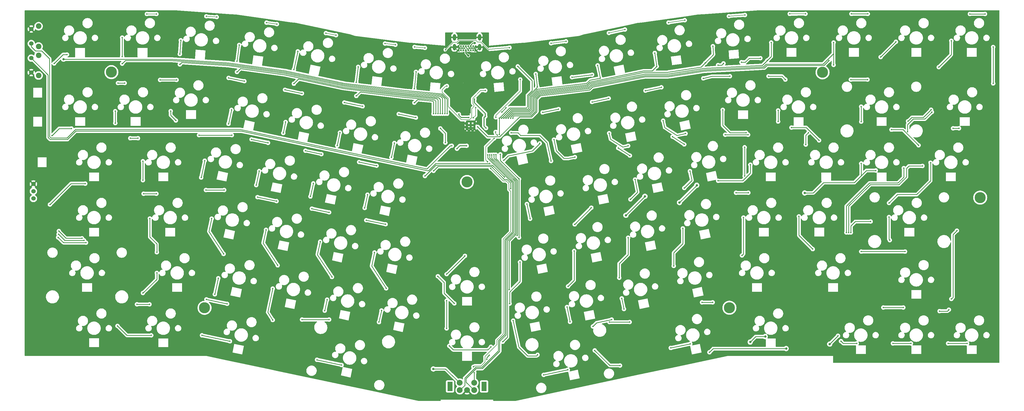
<source format=gbr>
%TF.GenerationSoftware,KiCad,Pcbnew,7.0.10*%
%TF.CreationDate,2024-04-03T01:03:37+02:00*%
%TF.ProjectId,middle,6d696464-6c65-42e6-9b69-6361645f7063,rev?*%
%TF.SameCoordinates,Original*%
%TF.FileFunction,Copper,L1,Top*%
%TF.FilePolarity,Positive*%
%FSLAX46Y46*%
G04 Gerber Fmt 4.6, Leading zero omitted, Abs format (unit mm)*
G04 Created by KiCad (PCBNEW 7.0.10) date 2024-04-03 01:03:37*
%MOMM*%
%LPD*%
G01*
G04 APERTURE LIST*
%TA.AperFunction,ComponentPad*%
%ADD10C,3.800000*%
%TD*%
%TA.AperFunction,ComponentPad*%
%ADD11C,1.524000*%
%TD*%
%TA.AperFunction,ComponentPad*%
%ADD12C,1.900000*%
%TD*%
%TA.AperFunction,ComponentPad*%
%ADD13C,2.000000*%
%TD*%
%TA.AperFunction,ComponentPad*%
%ADD14R,1.800000X3.200000*%
%TD*%
%TA.AperFunction,ComponentPad*%
%ADD15C,0.600000*%
%TD*%
%TA.AperFunction,ComponentPad*%
%ADD16C,0.650000*%
%TD*%
%TA.AperFunction,ComponentPad*%
%ADD17O,1.108000X2.216000*%
%TD*%
%TA.AperFunction,ViaPad*%
%ADD18C,0.500000*%
%TD*%
%TA.AperFunction,ViaPad*%
%ADD19C,0.800000*%
%TD*%
%TA.AperFunction,Conductor*%
%ADD20C,0.350000*%
%TD*%
%TA.AperFunction,Conductor*%
%ADD21C,0.635000*%
%TD*%
%TA.AperFunction,Conductor*%
%ADD22C,0.250000*%
%TD*%
%TA.AperFunction,Conductor*%
%ADD23C,0.400000*%
%TD*%
%TA.AperFunction,Conductor*%
%ADD24C,0.200000*%
%TD*%
G04 APERTURE END LIST*
D10*
%TO.P,MountTopMiddle6,1*%
%TO.N,N/C*%
X328390000Y-64540000D03*
%TD*%
D11*
%TO.P,RSW2,1,1*%
%TO.N,~{RESET}*%
X2253715Y-11495197D03*
%TO.P,RSW2,2,2*%
%TO.N,GND*%
X2253715Y-6495197D03*
D12*
%TO.P,RSW2,3*%
%TO.N,N/C*%
X4753715Y-12495197D03*
X4753715Y-5495197D03*
%TD*%
D13*
%TO.P,SW1,A,A*%
%TO.N,ENCA*%
X149518608Y-130825000D03*
%TO.P,SW1,B,B*%
%TO.N,ENCB*%
X154518608Y-130825000D03*
%TO.P,SW1,C,C*%
%TO.N,GND*%
X152018608Y-130825000D03*
D14*
%TO.P,SW1,MP*%
%TO.N,N/C*%
X157868608Y-129575000D03*
X146168608Y-129575000D03*
D13*
%TO.P,SW1,S1,S1*%
%TO.N,col13*%
X154518608Y-128325000D03*
%TO.P,SW1,S2,S2*%
%TO.N,/SW99B*%
X149518608Y-128325000D03*
%TD*%
D10*
%TO.P,MountTopMiddle4,1*%
%TO.N,N/C*%
X242200000Y-102480000D03*
%TD*%
%TO.P,MountTopMiddle1,1*%
%TO.N,N/C*%
X29780000Y-21330000D03*
%TD*%
D11*
%TO.P,RSW1,1,1*%
%TO.N,GND*%
X2253715Y-21495200D03*
%TO.P,RSW1,2,2*%
%TO.N,/~{USB_BOOT}*%
X2253715Y-16495200D03*
D12*
%TO.P,RSW1,3*%
%TO.N,N/C*%
X4753715Y-22495200D03*
X4753715Y-15495200D03*
%TD*%
D10*
%TO.P,MountTopMiddle3,1*%
%TO.N,N/C*%
X151998715Y-59170197D03*
%TD*%
D11*
%TO.P,J3,1,Pin_1*%
%TO.N,RGB_Out*%
X2978719Y-64845198D03*
%TO.P,J3,2,Pin_2*%
%TO.N,+3V3*%
X2978719Y-62345198D03*
%TO.P,J3,3,Pin_3*%
%TO.N,GND*%
X2978719Y-59845198D03*
%TD*%
D10*
%TO.P,MountTopMiddle5,1*%
%TO.N,N/C*%
X274200000Y-21410000D03*
%TD*%
%TO.P,MountTopMiddle2,1*%
%TO.N,N/C*%
X61790000Y-102510000D03*
%TD*%
D15*
%TO.P,U3,57,GND*%
%TO.N,GND*%
X154556215Y-40877697D03*
X154556215Y-39602697D03*
X154556215Y-38327697D03*
X153281215Y-40877697D03*
X153281215Y-39602697D03*
X153281215Y-38327697D03*
X152006215Y-40877697D03*
X152006215Y-39602697D03*
X152006215Y-38327697D03*
%TD*%
D16*
%TO.P,JUSB1,A1,GND*%
%TO.N,GND*%
X149025000Y-13725000D03*
%TO.P,JUSB1,A4,VBUS*%
%TO.N,VBUS*%
X149875000Y-13725000D03*
%TO.P,JUSB1,A5,CC1*%
%TO.N,/CC1*%
X150725000Y-13725000D03*
%TO.P,JUSB1,A6,DP1*%
%TO.N,D_USB_P*%
X151575000Y-13725000D03*
%TO.P,JUSB1,A7,DN1*%
%TO.N,D_USB_N*%
X152425000Y-13725000D03*
%TO.P,JUSB1,A8,SBU1*%
%TO.N,unconnected-(JUSB1-SBU1-PadA8)*%
X153275000Y-13725000D03*
%TO.P,JUSB1,A9,VBUS*%
%TO.N,VBUS*%
X154125000Y-13725000D03*
%TO.P,JUSB1,A12,GND*%
%TO.N,GND*%
X154975000Y-13725000D03*
%TO.P,JUSB1,B1,GND*%
X154975000Y-12375000D03*
%TO.P,JUSB1,B4,VBUS*%
%TO.N,VBUS*%
X154125000Y-12375000D03*
%TO.P,JUSB1,B5,CC2*%
%TO.N,/CC2*%
X153275000Y-12375000D03*
%TO.P,JUSB1,B6,DP2*%
%TO.N,D_USB_P*%
X152425000Y-12375000D03*
%TO.P,JUSB1,B7,DN2*%
%TO.N,D_USB_N*%
X151575000Y-12375000D03*
%TO.P,JUSB1,B8,SBU2*%
%TO.N,unconnected-(JUSB1-SBU2-PadB8)*%
X150725000Y-12375000D03*
%TO.P,JUSB1,B9,VBUS*%
%TO.N,VBUS*%
X149875000Y-12375000D03*
%TO.P,JUSB1,B12,GND*%
%TO.N,GND*%
X149025000Y-12375000D03*
D17*
%TO.P,JUSB1,P1,SHELL*%
X147675000Y-12745000D03*
%TO.P,JUSB1,P2,SHELL*%
X156325000Y-12745000D03*
%TO.P,JUSB1,P3,SHELL*%
X156325000Y-9365000D03*
%TO.P,JUSB1,P4,SHELL*%
X147675000Y-9365000D03*
%TD*%
D18*
%TO.N,+3V3*%
X158543715Y-40585197D03*
X151888715Y-46690197D03*
X148563715Y-47685197D03*
X158278715Y-36580197D03*
X149189090Y-35805197D03*
X154588788Y-30561646D03*
X152630640Y-36953620D03*
%TO.N,GND*%
X28248715Y-77180197D03*
X109348715Y-66750197D03*
X42538715Y-39070197D03*
X146611222Y-35736851D03*
X182348715Y-88830197D03*
X23478715Y-15270197D03*
X235178715Y-116550197D03*
X194178715Y-47350197D03*
X56838715Y-96240197D03*
X277518715Y-77170197D03*
X167518715Y-26810197D03*
X72088715Y-58820197D03*
X200968715Y-84870197D03*
X228458715Y-17330197D03*
X308478715Y-77180197D03*
X132738715Y-110680197D03*
X231448715Y-39430197D03*
X156458715Y-101000197D03*
X235858715Y-96930197D03*
X322768715Y-58130197D03*
X238258715Y-76940197D03*
X153668715Y-32910197D03*
X260848715Y-58130197D03*
X219598715Y-80910197D03*
X145378715Y-27620197D03*
X329908715Y-117670197D03*
X212818715Y-43400197D03*
X5213715Y-56827500D03*
X159028715Y-31010197D03*
X156458715Y-120040197D03*
X193248715Y-125460197D03*
X258468715Y-77190197D03*
X154978715Y-17170197D03*
X61608715Y-36710197D03*
X298958715Y-58140197D03*
X114818715Y-126330197D03*
X151179131Y-33134699D03*
X52068715Y-115280197D03*
X256088715Y-96240197D03*
X3713715Y-42835197D03*
X93098715Y-82750197D03*
X160498368Y-36580198D03*
X198588715Y-104870197D03*
X103798715Y-22230197D03*
X270388715Y-39090197D03*
X95478715Y-102750197D03*
X310858715Y-98620197D03*
X157271215Y-47003679D03*
X208918715Y-20380197D03*
X310858715Y-15270197D03*
X310858715Y-117660197D03*
X150118715Y-30030197D03*
X84338715Y-18570197D03*
X260858715Y-115290197D03*
X150189183Y-33134698D03*
X184738715Y-68840197D03*
X44928715Y-15280197D03*
X187458715Y-24620197D03*
X217218715Y-100890197D03*
X267988715Y-15270197D03*
X54448715Y-77190197D03*
X154278715Y-42130197D03*
X77548715Y-118400197D03*
X175538715Y-51340197D03*
X145201989Y-40593126D03*
X221998715Y-60930197D03*
X149178019Y-33141770D03*
X90718715Y-62800197D03*
X164288715Y-32410197D03*
X160838715Y-40600197D03*
X118558715Y-49210197D03*
X150658715Y-48370197D03*
X81298715Y-41280197D03*
X111748715Y-86700197D03*
X52068715Y-58140197D03*
X25868715Y-96240197D03*
X150348715Y-18580197D03*
X3713715Y-32855197D03*
X74478715Y-78800197D03*
X137188715Y-53170197D03*
X289458715Y-15280197D03*
X23478715Y-39100197D03*
X153968715Y-23370197D03*
X64668715Y-16230197D03*
X149618715Y-48370197D03*
X130378715Y-90680197D03*
X114118715Y-106710197D03*
X28258715Y-115270197D03*
X203358715Y-64890197D03*
X291808715Y-117670197D03*
X279908715Y-58140197D03*
X240608715Y-56980197D03*
X127988715Y-70710197D03*
X248178715Y-15640197D03*
X179978715Y-108800197D03*
X329908715Y-15280197D03*
X76858715Y-98780197D03*
X298958715Y-39080197D03*
X282288715Y-96240197D03*
X145903715Y-24003883D03*
X327528715Y-39090197D03*
X99928715Y-45260197D03*
X251328715Y-36710197D03*
X125358715Y-25710197D03*
X156228441Y-31241303D03*
X28248715Y-58140197D03*
X156249654Y-32224181D03*
D19*
%TO.N,D_USB_P*%
X152425000Y-15630197D03*
%TO.N,/CC2*%
X154678715Y-11310197D03*
D18*
%TO.N,~{RESET}*%
X146778715Y-46660197D03*
%TO.N,/~{USB_BOOT}*%
X177023715Y-45885197D03*
X164669456Y-51709456D03*
X159780000Y-52770000D03*
%TO.N,SD2*%
X163932128Y-35073610D03*
X165418715Y-33550197D03*
%TO.N,SD3*%
X154963435Y-33574916D03*
X154178715Y-37070197D03*
%TO.N,row00*%
X180883715Y-11363347D03*
X62408715Y-2100197D03*
X65973409Y-2338021D03*
X242013715Y-2039378D03*
X186023295Y-10723476D03*
X289758715Y-1260197D03*
X45238715Y-1280197D03*
X86638135Y-4776102D03*
X123845208Y-11458167D03*
X83098715Y-4290197D03*
X284133715Y-1260197D03*
X107005618Y-8611816D03*
X221253715Y-4234622D03*
X262943715Y-1258507D03*
X166616727Y-12867452D03*
X206280873Y-6626246D03*
X161888715Y-36860197D03*
X170318715Y-23865197D03*
X144690000Y-13612559D03*
X247521818Y-1649597D03*
X226854959Y-3441683D03*
X41988715Y-1280197D03*
X127392570Y-11882224D03*
X103508715Y-7880197D03*
X268331316Y-1248781D03*
X137528715Y-12960197D03*
X200753715Y-7809743D03*
X133968715Y-12660197D03*
%TO.N,row01*%
X89433715Y-27417269D03*
X200703715Y-30376321D03*
X144564160Y-45614752D03*
X52163715Y-23985197D03*
X128533715Y-35732727D03*
X194993715Y-31590814D03*
X116143715Y-33097726D03*
X242378715Y-22750197D03*
X183473715Y-34041071D03*
X213353715Y-27685718D03*
X75473715Y-24450579D03*
X218803715Y-26526525D03*
X134443715Y-36989616D03*
X261443715Y-23875197D03*
X34358715Y-25070197D03*
X46518715Y-23990197D03*
X233243715Y-23455197D03*
X255663715Y-22710197D03*
X142838715Y-40720197D03*
X109863715Y-31762149D03*
X289653715Y-23875197D03*
X177983715Y-35208771D03*
X32068715Y-25070197D03*
X283953715Y-23875197D03*
X95253715Y-28655017D03*
X70073715Y-23303484D03*
%TO.N,row02*%
X240733715Y-42867143D03*
X120913715Y-53577390D03*
X101943715Y-49550767D03*
X137533715Y-57105197D03*
X59893715Y-43015197D03*
X71153715Y-43015197D03*
X77963715Y-44460706D03*
X167158715Y-42240197D03*
X38928715Y-44100197D03*
X248638715Y-42890197D03*
X83633715Y-45664236D03*
X36288715Y-44100197D03*
X114923715Y-52305937D03*
X164853715Y-57462199D03*
X96453715Y-48385444D03*
X180889412Y-51935197D03*
%TO.N,row03*%
X62283715Y-61935197D03*
X68553715Y-61935197D03*
X104633715Y-69603527D03*
X169248715Y-77581468D03*
X45233715Y-63190197D03*
X40843715Y-63190197D03*
X248688715Y-62870197D03*
X244483715Y-62867143D03*
X86543715Y-65758735D03*
X117383715Y-72313372D03*
X98653715Y-68332557D03*
X161911178Y-49770635D03*
X80013715Y-64370869D03*
X124033715Y-73726743D03*
%TO.N,row04*%
X166465969Y-96255197D03*
X161211176Y-49770179D03*
X287508715Y-83130197D03*
X302558715Y-83130197D03*
%TO.N,row05*%
X38583715Y-101300197D03*
X232773715Y-100625197D03*
X332848715Y-25220197D03*
X195288715Y-108904803D03*
X42853715Y-101300197D03*
X318478715Y-99460197D03*
X317618715Y-103140197D03*
X158781716Y-120284209D03*
X95293715Y-106565197D03*
X330038715Y-1270197D03*
X314438715Y-103630197D03*
X301983715Y-102390197D03*
X320388715Y-75930197D03*
X201720695Y-106529472D03*
X332848715Y-12685197D03*
X164265099Y-114157715D03*
X324853715Y-1270197D03*
X104613715Y-106565197D03*
X160511474Y-49790703D03*
X159632251Y-118790563D03*
X295098715Y-102390197D03*
X236433715Y-100625197D03*
X69532101Y-101103547D03*
X62453715Y-99610197D03*
D19*
%TO.N,/SW99B*%
X140440000Y-123560000D03*
D18*
%TO.N,ENCA*%
X159111907Y-49823899D03*
%TO.N,ENCB*%
X159811558Y-49801727D03*
%TO.N,col13*%
X287512200Y-33190197D03*
X311324700Y-52515197D03*
X297037250Y-66381662D03*
X167808715Y-37240197D03*
X277988715Y-18810197D03*
X154200000Y-122840000D03*
X307204456Y-46504456D03*
X297037250Y-71225197D03*
X154509785Y-124849785D03*
X162412883Y-43010197D03*
X277990000Y-11100000D03*
X287520000Y-38360000D03*
X159010000Y-52195000D03*
X161313715Y-44160197D03*
X297900000Y-41140000D03*
X160180000Y-54470000D03*
X297333715Y-79185197D03*
X161820000Y-41914598D03*
%TO.N,/IN_F12*%
X19673715Y-78565197D03*
X10093715Y-18325197D03*
X11738715Y-76080197D03*
X319083715Y-40675197D03*
X282383715Y-76545197D03*
X321103715Y-40675197D03*
X14503715Y-15275197D03*
X302123715Y-54365197D03*
D19*
%TO.N,col00*%
X13338715Y-16850197D03*
D18*
X145148715Y-35640197D03*
%TO.N,col01*%
X144368715Y-35640197D03*
X45387500Y-83381412D03*
X43006300Y-71740197D03*
X40625000Y-52010197D03*
X40628715Y-58540197D03*
X33480000Y-18398912D03*
X33481300Y-9440197D03*
X33480000Y-15950197D03*
X45387500Y-90490197D03*
X31100000Y-34790000D03*
X40625050Y-97384950D03*
X31100000Y-38860000D03*
%TO.N,col02*%
X53309340Y-15125197D03*
X61873715Y-51815197D03*
X143588715Y-35640197D03*
X53309340Y-18665197D03*
X65332731Y-97856181D03*
X53644188Y-10365197D03*
X64263715Y-71785197D03*
X68333715Y-83945197D03*
X51923715Y-37965197D03*
X66540000Y-92335197D03*
X50150000Y-34740000D03*
X60629932Y-57625197D03*
%TO.N,col03*%
X82933715Y-75615197D03*
X86943715Y-87875197D03*
X79577386Y-60221526D03*
X70023715Y-39115197D03*
X72963715Y-21255197D03*
X80593715Y-55425197D03*
X85250000Y-95885197D03*
X73733715Y-11945197D03*
X71063089Y-34345197D03*
X85253715Y-106685197D03*
X72963715Y-17565197D03*
X142808715Y-35640197D03*
%TO.N,col04*%
X98203449Y-64165463D03*
X92503715Y-20445197D03*
X101532036Y-79725197D03*
X93843715Y-14155197D03*
X92503715Y-25305197D03*
X105583715Y-91865197D03*
X103114915Y-103469497D03*
X89663715Y-38515197D03*
X88853715Y-42305197D03*
X142028715Y-35640197D03*
X103923482Y-99675197D03*
X99163715Y-59665197D03*
%TO.N,col05*%
X108351018Y-42145197D03*
X117823715Y-63515197D03*
X200988715Y-107420197D03*
X113963715Y-29535197D03*
X116839512Y-68109400D03*
X207903715Y-107420197D03*
X124213715Y-95815197D03*
X141248715Y-35640197D03*
X122606385Y-103405197D03*
X121748715Y-107430197D03*
X120223715Y-83435197D03*
X114623715Y-19495197D03*
X107413715Y-46605197D03*
X113963715Y-24825197D03*
%TO.N,/IN_A6*%
X158272079Y-27644374D03*
X145083715Y-26095197D03*
%TO.N,col06*%
X134453715Y-21235197D03*
X140468715Y-35640197D03*
X160228715Y-115910197D03*
X151298715Y-84630197D03*
X173673715Y-71845197D03*
X145918715Y-115620197D03*
X133933715Y-31845197D03*
X126033715Y-50675197D03*
X145019348Y-100045197D03*
X166993715Y-61455197D03*
X127050298Y-45720758D03*
X133933715Y-27025197D03*
X140523715Y-55315197D03*
X172593715Y-66725197D03*
X145018600Y-90908600D03*
X145018600Y-109615197D03*
%TO.N,col07*%
X163078715Y-37240197D03*
X279514259Y-112145741D03*
X195915197Y-117175197D03*
D19*
X261713715Y-116545197D03*
D18*
X163078715Y-42795197D03*
X169438715Y-19360197D03*
D19*
X276673715Y-114985197D03*
D18*
X167873715Y-106925197D03*
X176261889Y-118693371D03*
X166633715Y-101075197D03*
X169868715Y-58160197D03*
X163474758Y-49639525D03*
X235339259Y-117820741D03*
X170243715Y-86755197D03*
X169868715Y-78270197D03*
X204588715Y-122360828D03*
%TO.N,/IN_A8*%
X194993715Y-22198081D03*
X188073715Y-23047750D03*
%TO.N,col08*%
X181873715Y-44565197D03*
X188820000Y-82940000D03*
X194733715Y-67995197D03*
X175612547Y-21938488D03*
X189068715Y-50571725D03*
X209763715Y-58325197D03*
X186363715Y-102235197D03*
X187412366Y-107305197D03*
X189038715Y-73750197D03*
X208183715Y-65136458D03*
X208007240Y-50051672D03*
X176143715Y-26305197D03*
X186759259Y-95080741D03*
X203968715Y-47480197D03*
X163858715Y-37240197D03*
D19*
%TO.N,col09*%
X206623715Y-70625197D03*
D18*
X200863715Y-42365197D03*
X207378519Y-78355197D03*
X164638715Y-37240197D03*
X204310369Y-92135197D03*
X197841917Y-23385197D03*
X207398715Y-46718767D03*
X226673715Y-46215197D03*
X222668715Y-43560197D03*
X228610000Y-55410000D03*
D19*
X213153715Y-64095197D03*
D18*
X205963715Y-102935197D03*
X205190000Y-99260000D03*
X196906218Y-18983085D03*
X226683715Y-61214408D03*
%TO.N,col10*%
X226193715Y-75175197D03*
X238337974Y-58746037D03*
X246330000Y-17890000D03*
X223048800Y-88065197D03*
X165418715Y-37240197D03*
X294190000Y-16130000D03*
X240150000Y-18310000D03*
X252820000Y-16510000D03*
D19*
X230983715Y-60285197D03*
D18*
X217197618Y-19355197D03*
X227118715Y-42489505D03*
D19*
X225033715Y-66235197D03*
D18*
X249410000Y-53220000D03*
X219423715Y-38075197D03*
X299420000Y-10900000D03*
X216547603Y-14730098D03*
X238270000Y-18920000D03*
%TO.N,col11*%
X247430000Y-47220000D03*
X236499452Y-12409669D03*
X233880153Y-18131635D03*
X247430000Y-57115197D03*
X318468500Y-10515197D03*
X268462200Y-46270197D03*
X247031000Y-71400197D03*
X303613658Y-38225140D03*
X269338715Y-42200197D03*
X311520000Y-34280000D03*
X239890000Y-34320000D03*
X314130000Y-19620000D03*
X246523715Y-84475197D03*
X247933715Y-42200197D03*
X166198715Y-37240197D03*
%TO.N,col12*%
X266081000Y-71015197D03*
X311784700Y-35060000D03*
X258940000Y-34530000D03*
X263528715Y-40410197D03*
X256560000Y-11150000D03*
X255242958Y-17285954D03*
X270843450Y-82284932D03*
X258940000Y-38340000D03*
X292493715Y-55200197D03*
X166988715Y-37240197D03*
X273018715Y-44810197D03*
X303410000Y-41890197D03*
D19*
X268064259Y-62945741D03*
D18*
X287512200Y-52805197D03*
%TO.N,/IN_C13*%
X9368715Y-43195197D03*
X16043715Y-40725197D03*
X20396135Y-79290197D03*
X283193715Y-76545197D03*
X11638715Y-77160197D03*
X308543715Y-53635197D03*
%TO.N,/IN_D13*%
X8643715Y-66945197D03*
X21073715Y-80055197D03*
X20793715Y-59715197D03*
X11498715Y-78240197D03*
X290743715Y-72775197D03*
X283943715Y-76535197D03*
%TO.N,/IN_D5*%
X147660000Y-100990000D03*
X141988715Y-91620197D03*
%TO.N,/IN_F9*%
X228763715Y-114891216D03*
X43468715Y-111990197D03*
X285943715Y-114765197D03*
X31858715Y-108720197D03*
X280568715Y-114000197D03*
X317363715Y-114770197D03*
X186643715Y-123833408D03*
X222043715Y-116317891D03*
X298383715Y-114770197D03*
X304573715Y-114770197D03*
X323913715Y-114770197D03*
X100438715Y-120392558D03*
X108883715Y-122187598D03*
D19*
X249353715Y-114275197D03*
D18*
X178373715Y-125589152D03*
D19*
X254513715Y-112405197D03*
D18*
X70528715Y-114034991D03*
X60908715Y-111990197D03*
%TO.N,RGB_Matrix*%
X155698715Y-40200197D03*
X276377260Y-17328742D03*
%TD*%
D20*
%TO.N,+3V3*%
X158548715Y-40590197D02*
X158543715Y-40585197D01*
X149189090Y-35805197D02*
X149189090Y-36168820D01*
X158278715Y-35582601D02*
X156576311Y-33880197D01*
X149973890Y-36953620D02*
X152630640Y-36953620D01*
X158543715Y-40585197D02*
X157868715Y-39910197D01*
X154588788Y-30561646D02*
X154588788Y-31890124D01*
X148563715Y-47685197D02*
X149558715Y-46690197D01*
X154587513Y-31891399D02*
X156576311Y-33880197D01*
X149189090Y-36168820D02*
X149973890Y-36953620D01*
X149558715Y-46690197D02*
X151888715Y-46690197D01*
X157868715Y-39910197D02*
X157868715Y-36990197D01*
X158278715Y-36580197D02*
X158278715Y-35582601D01*
X154588788Y-31890124D02*
X154587513Y-31891399D01*
X157868715Y-36990197D02*
X158278715Y-36580197D01*
D21*
%TO.N,GND*%
X152006215Y-38327697D02*
X154556215Y-38327697D01*
X152006215Y-40877697D02*
X152006215Y-38327697D01*
D22*
X148655000Y-13725000D02*
X147675000Y-12745000D01*
X155955000Y-12375000D02*
X156325000Y-12745000D01*
D21*
X154556215Y-40877697D02*
X154556215Y-38327697D01*
X152306215Y-40577697D02*
X152006215Y-40877697D01*
D22*
X149025000Y-13725000D02*
X148655000Y-13725000D01*
D21*
X152006215Y-39602697D02*
X154556215Y-39602697D01*
X154556215Y-40877697D02*
X154256215Y-40577697D01*
D22*
X149025000Y-12375000D02*
X149025000Y-13725000D01*
D21*
X153281215Y-38327697D02*
X153281215Y-40877697D01*
D22*
X154975000Y-12375000D02*
X155955000Y-12375000D01*
X154975000Y-12375000D02*
X154975000Y-13725000D01*
X154975000Y-13725000D02*
X155345000Y-13725000D01*
X155345000Y-13725000D02*
X156325000Y-12745000D01*
X148045000Y-12375000D02*
X147675000Y-12745000D01*
D21*
X154256215Y-40577697D02*
X152306215Y-40577697D01*
D22*
X149025000Y-12375000D02*
X148045000Y-12375000D01*
D23*
%TO.N,D_USB_P*%
X151575000Y-13725000D02*
X151575000Y-14780197D01*
X151575000Y-14780197D02*
X152425000Y-15630197D01*
D22*
%TO.N,D_USB_N*%
X152425000Y-13565000D02*
X151575000Y-12715000D01*
X152425000Y-13725000D02*
X152425000Y-13565000D01*
X151575000Y-12715000D02*
X151575000Y-12375000D01*
%TO.N,/CC2*%
X154678518Y-11310000D02*
X154678715Y-11310197D01*
X153930000Y-11310000D02*
X154678518Y-11310000D01*
X153275000Y-11965000D02*
X153275000Y-12375000D01*
X153930000Y-11310000D02*
X153275000Y-11965000D01*
%TO.N,~{RESET}*%
X138253715Y-54675197D02*
X74183715Y-41093266D01*
X17395646Y-41093266D02*
X14483715Y-44005197D01*
X8993715Y-44005197D02*
X8513715Y-43525197D01*
X8513715Y-43525197D02*
X8513715Y-16685197D01*
X146266594Y-46660197D02*
X138253715Y-54675197D01*
X14483715Y-44005197D02*
X8993715Y-44005197D01*
X2253715Y-12572827D02*
X2253715Y-11495197D01*
X3666085Y-13985197D02*
X2253715Y-12572827D01*
X8513715Y-16685197D02*
X5813715Y-13985197D01*
X5813715Y-13985197D02*
X3666085Y-13985197D01*
X146778715Y-46660197D02*
X146266594Y-46660197D01*
X74183715Y-41093266D02*
X17395646Y-41093266D01*
%TO.N,/~{USB_BOOT}*%
X8033715Y-22275200D02*
X8033715Y-43775197D01*
X8033715Y-43775197D02*
X8773715Y-44515197D01*
X74373715Y-41620297D02*
X138363715Y-55225197D01*
X177023715Y-45886009D02*
X177023715Y-45885197D01*
X166183715Y-50195197D02*
X174463715Y-48446009D01*
X2253715Y-16495200D02*
X8033715Y-22275200D01*
X8773715Y-44515197D02*
X14693715Y-44515197D01*
X164669456Y-51709456D02*
X166183715Y-50195197D01*
X141232516Y-52770000D02*
X138777319Y-55225197D01*
X174463715Y-48446009D02*
X177023715Y-45886009D01*
X138363715Y-55225197D02*
X138777319Y-55225197D01*
X17588615Y-41620297D02*
X74373715Y-41620297D01*
X159780000Y-52770000D02*
X141232516Y-52770000D01*
X14693715Y-44515197D02*
X17588615Y-41620297D01*
%TO.N,SD2*%
X165418715Y-33587023D02*
X163932128Y-35073610D01*
X165418715Y-33550197D02*
X165418715Y-33587023D01*
D24*
%TO.N,SD3*%
X154963435Y-36285477D02*
X154178715Y-37070197D01*
X154963435Y-33574916D02*
X154963435Y-36285477D01*
%TO.N,row00*%
X226854959Y-3441683D02*
X221253715Y-4234622D01*
X186023295Y-10723476D02*
X180883715Y-11363347D01*
X155620000Y-10930000D02*
X155050000Y-10360000D01*
X247521818Y-1649597D02*
X242013715Y-2039378D01*
X86638135Y-4776102D02*
X83098715Y-4290197D01*
X148540000Y-11060000D02*
X147242559Y-11060000D01*
X127392570Y-11882224D02*
X123845208Y-11458167D01*
X156770000Y-10930000D02*
X155620000Y-10930000D01*
X41988715Y-1280197D02*
X45238715Y-1280197D01*
X170318715Y-27872379D02*
X161888715Y-36302379D01*
X170318715Y-23865197D02*
X170318715Y-27872379D01*
X147242559Y-11060000D02*
X144690000Y-13612559D01*
X268331316Y-1248781D02*
X262943715Y-1258507D01*
X155050000Y-10360000D02*
X149240000Y-10360000D01*
D22*
X284133715Y-1260197D02*
X289758715Y-1260197D01*
D24*
X137528715Y-12960197D02*
X133968715Y-12660197D01*
X159330000Y-13486003D02*
X159326003Y-13486003D01*
X159326003Y-13486003D02*
X156770000Y-10930000D01*
X159330000Y-13486003D02*
X163058715Y-13190197D01*
X149240000Y-10360000D02*
X148540000Y-11060000D01*
X161888715Y-36302379D02*
X161888715Y-36860197D01*
X206280873Y-6626246D02*
X200753715Y-7809743D01*
X107005618Y-8611816D02*
X103508715Y-7880197D01*
X166616727Y-12867452D02*
X163058715Y-13190197D01*
X65973409Y-2338021D02*
X62408715Y-2100197D01*
D22*
%TO.N,row01*%
X89433715Y-27417269D02*
X95253715Y-28655017D01*
X32068715Y-25070197D02*
X34358715Y-25070197D01*
X242378715Y-22750197D02*
X236283715Y-22750197D01*
X70073715Y-23303484D02*
X75473715Y-24450579D01*
X144564160Y-45614752D02*
X144564160Y-42444752D01*
X144564160Y-42444752D02*
X144563270Y-42444752D01*
X144563270Y-42444752D02*
X142838715Y-40720197D01*
X261443715Y-23875197D02*
X260278715Y-22710197D01*
X260278715Y-22710197D02*
X255663715Y-22710197D01*
X109863715Y-31762149D02*
X116143715Y-33097726D01*
X128533715Y-35732727D02*
X134443715Y-36989616D01*
X283953715Y-23875197D02*
X289653715Y-23875197D01*
X236283715Y-22750197D02*
X233243715Y-23455197D01*
X213353715Y-27685718D02*
X218803715Y-26526525D01*
X194993715Y-31590814D02*
X200703715Y-30376321D01*
X177983715Y-35208771D02*
X183473715Y-34041071D01*
X52163715Y-23985197D02*
X46518715Y-23990197D01*
%TO.N,row02*%
X101943715Y-49550767D02*
X96453715Y-48385444D01*
X59893715Y-43015197D02*
X71153715Y-43015197D01*
X141278912Y-53360000D02*
X160751516Y-53360000D01*
X170413715Y-43145197D02*
X177025035Y-43145197D01*
X179535035Y-45655197D02*
X180889412Y-51935197D01*
X120913715Y-53577390D02*
X114923715Y-52305937D01*
X137533715Y-57105197D02*
X141278912Y-53360000D01*
X36288715Y-44100197D02*
X38928715Y-44100197D01*
X248638715Y-42890197D02*
X248615661Y-42867143D01*
X164853715Y-57462199D02*
X164850717Y-57462199D01*
X169512116Y-42243598D02*
X170413715Y-43145197D01*
X177025035Y-43145197D02*
X179535035Y-45655197D01*
X167162116Y-42243598D02*
X169512116Y-42243598D01*
X83633715Y-45664236D02*
X77963715Y-44460706D01*
X248615661Y-42867143D02*
X240733715Y-42867143D01*
X160751516Y-53360000D02*
X164853715Y-57462199D01*
%TO.N,row03*%
X104633715Y-69603527D02*
X98653715Y-68332557D01*
X40843715Y-63190197D02*
X45233715Y-63190197D01*
X62283715Y-61935197D02*
X68553715Y-61935197D01*
X169416715Y-58608197D02*
X161911178Y-51102660D01*
X169416715Y-77413468D02*
X169416715Y-58608197D01*
X169248715Y-77581468D02*
X169416715Y-77413468D01*
X86543715Y-65758735D02*
X80013715Y-64370869D01*
X244483715Y-62867143D02*
X248688715Y-62870197D01*
X124033715Y-73726743D02*
X117383715Y-72313372D01*
X161911178Y-51102660D02*
X161911178Y-49770635D01*
%TO.N,row04*%
X161211176Y-51042658D02*
X161211176Y-49770179D01*
X168966715Y-76990197D02*
X168966715Y-58798197D01*
X168966715Y-58798197D02*
X161211176Y-51042658D01*
X166465969Y-79490943D02*
X168966715Y-76990197D01*
X166465969Y-96255197D02*
X166465969Y-79490943D01*
X302558715Y-83130197D02*
X287508715Y-83130197D01*
%TO.N,row05*%
X38583715Y-101300197D02*
X42853715Y-101300197D01*
X319038715Y-77280197D02*
X320388715Y-75930197D01*
X168508715Y-59000197D02*
X168508715Y-76790197D01*
X196533715Y-107655197D02*
X201720695Y-106529472D01*
X158781716Y-119641098D02*
X159632251Y-118790563D01*
X160511474Y-51002956D02*
X168508715Y-59000197D01*
X195288715Y-108904803D02*
X195288715Y-108900197D01*
X232773715Y-100625197D02*
X236433715Y-100625197D01*
X319038715Y-83753100D02*
X319038715Y-77280197D01*
X195288715Y-108900197D02*
X196533715Y-107655197D01*
X158781716Y-120284209D02*
X158781716Y-119641098D01*
X160511474Y-49790703D02*
X160511474Y-51002956D01*
X301983715Y-102390197D02*
X295098715Y-102390197D01*
X62453715Y-99610197D02*
X69532101Y-101103547D01*
X332848715Y-25210197D02*
X332848715Y-12685197D01*
X317123715Y-103630197D02*
X317618715Y-103140197D01*
X165888715Y-112534099D02*
X164265099Y-114157715D01*
X314438715Y-103630197D02*
X317123715Y-103630197D01*
X319038715Y-98900197D02*
X318478715Y-99460197D01*
X319038715Y-83753100D02*
X319038715Y-98900197D01*
X104613715Y-106565197D02*
X95293715Y-106565197D01*
X324853715Y-1270197D02*
X330038715Y-1270197D01*
X168508715Y-76790197D02*
X165888715Y-79410197D01*
X165888715Y-79410197D02*
X165888715Y-112534099D01*
%TO.N,/SW99B*%
X140440000Y-123560000D02*
X144600000Y-123560000D01*
X144600000Y-123560000D02*
X149518608Y-128325000D01*
%TO.N,ENCA*%
X162758715Y-117271285D02*
X157070000Y-122960000D01*
X162758715Y-113860197D02*
X162758715Y-117271285D01*
X159111907Y-49823899D02*
X159111907Y-50903389D01*
X157070000Y-122960000D02*
X154950000Y-122960000D01*
X154950000Y-122960000D02*
X151220000Y-126690000D01*
X167588715Y-59380197D02*
X167588715Y-76400197D01*
X151220000Y-129260000D02*
X149518608Y-130825000D01*
X167588715Y-76400197D02*
X164968715Y-79020197D01*
X164968715Y-79020197D02*
X164968715Y-111650197D01*
X164968715Y-111650197D02*
X162758715Y-113860197D01*
X159111907Y-50903389D02*
X167588715Y-59380197D01*
X151220000Y-126690000D02*
X151220000Y-129260000D01*
%TO.N,ENCB*%
X155136396Y-123410000D02*
X157260000Y-123410000D01*
X163228715Y-114040197D02*
X165418715Y-111850197D01*
X151690000Y-126856396D02*
X155136396Y-123410000D01*
X157260000Y-123410000D02*
X163228715Y-117441285D01*
X168038715Y-59180197D02*
X159811558Y-50953040D01*
X165418715Y-111850197D02*
X165418715Y-79210197D01*
X165418715Y-79210197D02*
X168038715Y-76590197D01*
X151690000Y-128150000D02*
X151690000Y-126856396D01*
X163228715Y-117441285D02*
X163228715Y-114040197D01*
X168038715Y-76590197D02*
X168038715Y-59180197D01*
X154518608Y-130825000D02*
X151690000Y-128150000D01*
X159811558Y-50953040D02*
X159811558Y-49801727D01*
%TO.N,col13*%
X277988715Y-14901285D02*
X277990000Y-14900000D01*
X274339803Y-18550197D02*
X254827393Y-18550197D01*
X176958817Y-29011045D02*
X175538715Y-30430197D01*
D24*
X166400000Y-61450000D02*
X166400000Y-61730000D01*
X158230000Y-120520000D02*
X158230000Y-121170000D01*
X158230000Y-119240000D02*
X158230000Y-120520000D01*
D22*
X176965886Y-29010197D02*
X176958817Y-29011045D01*
D24*
X164510000Y-81260000D02*
X164510000Y-111450000D01*
X157990000Y-121410000D02*
X156880000Y-122520000D01*
X163750000Y-112210000D02*
X162300000Y-113660000D01*
X156040000Y-122520000D02*
X154520000Y-122520000D01*
D22*
X297037250Y-78888732D02*
X297333715Y-79185197D01*
X173928715Y-36320197D02*
X168168715Y-36320197D01*
D24*
X166400000Y-61730000D02*
X167010000Y-62340000D01*
D22*
X277990000Y-11100000D02*
X277990000Y-14900000D01*
D24*
X154520000Y-122520000D02*
X154200000Y-122840000D01*
D22*
X221098715Y-22460197D02*
X213208715Y-22460197D01*
X253903715Y-19473875D02*
X253543890Y-19473875D01*
D24*
X159240000Y-118230000D02*
X158230000Y-119240000D01*
X164490000Y-58780000D02*
X165520000Y-58780000D01*
D22*
X193868715Y-26990197D02*
X176965886Y-29010197D01*
X287512200Y-33190197D02*
X287520000Y-38360000D01*
X154510000Y-128470000D02*
X154518608Y-128325000D01*
D24*
X158430000Y-51310000D02*
X158430000Y-51615000D01*
X158230000Y-121170000D02*
X157990000Y-121410000D01*
D22*
X306573715Y-63495197D02*
X311324700Y-58744212D01*
D24*
X162300000Y-113660000D02*
X162300000Y-114860000D01*
D22*
X175538715Y-34710197D02*
X173928715Y-36320197D01*
X233528715Y-20520197D02*
X221098715Y-22460197D01*
X254827393Y-18550197D02*
X253903715Y-19473875D01*
D24*
X167010000Y-76330000D02*
X165630000Y-77710000D01*
D22*
X277990000Y-14900000D02*
X274339803Y-18550197D01*
X297037250Y-71225197D02*
X297037250Y-78888732D01*
D24*
X162300000Y-114860000D02*
X162300000Y-115170000D01*
X165630000Y-77710000D02*
X164510000Y-78830000D01*
D22*
X311324700Y-58744212D02*
X311324700Y-52515197D01*
D24*
X158430000Y-47043912D02*
X158430000Y-51310000D01*
X160180000Y-54470000D02*
X164490000Y-58780000D01*
D22*
X175538715Y-30430197D02*
X175538715Y-34710197D01*
D24*
X164510000Y-78830000D02*
X164510000Y-81260000D01*
X162300000Y-115170000D02*
X159240000Y-118230000D01*
X164510000Y-111450000D02*
X163750000Y-112210000D01*
X161820000Y-42417314D02*
X162412883Y-43010197D01*
D22*
X194888715Y-26030197D02*
X193868715Y-26990197D01*
X167808715Y-36680197D02*
X167808715Y-37240197D01*
X154518608Y-128325000D02*
X154509785Y-124849785D01*
X299923715Y-63495197D02*
X306573715Y-63495197D01*
X301840000Y-41140000D02*
X297900000Y-41140000D01*
D24*
X166400000Y-59660000D02*
X166400000Y-61450000D01*
X161313715Y-44160197D02*
X158430000Y-47043912D01*
X156880000Y-122520000D02*
X156040000Y-122520000D01*
X158430000Y-51615000D02*
X159010000Y-52195000D01*
D22*
X168168715Y-36320197D02*
X167808715Y-36680197D01*
D24*
X165520000Y-58780000D02*
X166400000Y-59660000D01*
X167010000Y-62340000D02*
X167010000Y-76330000D01*
D22*
X307204456Y-46504456D02*
X301840000Y-41140000D01*
X277988715Y-18810197D02*
X277988715Y-14901285D01*
D24*
X161820000Y-41914598D02*
X161820000Y-42417314D01*
D22*
X297037250Y-66381662D02*
X299923715Y-63495197D01*
X213208715Y-22460197D02*
X194888715Y-26030197D01*
X253543890Y-19473875D02*
X233528715Y-20520197D01*
%TO.N,/IN_F12*%
X290363715Y-59485197D02*
X300133715Y-59485197D01*
X300133715Y-59485197D02*
X302123715Y-57495197D01*
X321103715Y-40675197D02*
X319083715Y-40675197D01*
X302123715Y-54365197D02*
X302123715Y-57495197D01*
X10093715Y-18325197D02*
X13143715Y-15275197D01*
X282383715Y-76545197D02*
X282383715Y-67465197D01*
X14223715Y-78565197D02*
X19673715Y-78565197D01*
X282383715Y-67465197D02*
X290363715Y-59485197D01*
X13143715Y-15275197D02*
X14503715Y-15275197D01*
X11738715Y-76080197D02*
X14223715Y-78565197D01*
%TO.N,col00*%
X143378715Y-28820197D02*
X130773715Y-27665197D01*
X109798715Y-25150197D02*
X89448715Y-20830197D01*
X89448715Y-20830197D02*
X69958715Y-18130197D01*
X145148715Y-35640197D02*
X145148715Y-30590197D01*
X50298715Y-16850197D02*
X13338715Y-16850197D01*
X130773715Y-27665197D02*
X109798715Y-25150197D01*
X145148715Y-30590197D02*
X143378715Y-28820197D01*
X69958715Y-18130197D02*
X50298715Y-16850197D01*
%TO.N,col01*%
X33481300Y-9440197D02*
X33480000Y-15950197D01*
X109748715Y-25600197D02*
X89368715Y-21280197D01*
X40625000Y-52010197D02*
X40628715Y-58540197D01*
X69928715Y-18580197D02*
X50288715Y-17300197D01*
X143175517Y-29253395D02*
X130783715Y-28145197D01*
X33480000Y-18398912D02*
X34576715Y-17302197D01*
X43006300Y-78117782D02*
X45387500Y-80498982D01*
X144368715Y-30446593D02*
X143175517Y-29253395D01*
X45387500Y-80498982D02*
X45387500Y-83381412D01*
X40625050Y-97384950D02*
X45387500Y-92622500D01*
X144368715Y-35640197D02*
X144368715Y-30446593D01*
X130783715Y-28145197D02*
X109748715Y-25600197D01*
X43006300Y-71740197D02*
X43006300Y-78117782D01*
X50288715Y-17300197D02*
X34576715Y-17302197D01*
X45387500Y-92622500D02*
X45387500Y-90490197D01*
X89368715Y-21280197D02*
X69928715Y-18580197D01*
X31100000Y-34790000D02*
X31100000Y-38860000D01*
%TO.N,col02*%
X53644188Y-10365197D02*
X53309340Y-15125197D01*
X89308715Y-21730197D02*
X109678715Y-26050197D01*
X109678715Y-26050197D02*
X130688715Y-28620197D01*
X50150000Y-36190000D02*
X50150000Y-36191482D01*
X65332731Y-97856181D02*
X66540000Y-92335197D01*
X142972319Y-29686593D02*
X143588715Y-30302989D01*
X69838715Y-19030197D02*
X89308715Y-21730197D01*
X50150000Y-36191482D02*
X51923715Y-37965197D01*
X53313715Y-18665197D02*
X53309340Y-18665197D01*
X61873715Y-51815197D02*
X60629932Y-57625197D01*
X130688715Y-28620197D02*
X142972319Y-29686593D01*
X63325575Y-76233337D02*
X68333715Y-83945197D01*
X50150000Y-34740000D02*
X50150000Y-36190000D01*
X64263715Y-71785197D02*
X63325575Y-76233337D01*
X53986748Y-17992164D02*
X69838715Y-19030197D01*
X143588715Y-30302989D02*
X143588715Y-35640197D01*
X53986748Y-17992164D02*
X53313715Y-18665197D01*
%TO.N,col03*%
X85250000Y-95885197D02*
X83520550Y-104018362D01*
X82933715Y-75615197D02*
X81955261Y-80193651D01*
X83520550Y-104018362D02*
X85250000Y-106681482D01*
X142214177Y-30072468D02*
X142808715Y-30667006D01*
X89248715Y-22180197D02*
X109618715Y-26500197D01*
X73733715Y-11945197D02*
X72963715Y-17565197D01*
X74138180Y-20080732D02*
X72963715Y-21255197D01*
X85250000Y-106681482D02*
X85253715Y-106685197D01*
X74138180Y-20080732D02*
X89248715Y-22180197D01*
X70023715Y-39115197D02*
X71063089Y-34345197D01*
X81955261Y-80193651D02*
X86943715Y-87875197D01*
X80593715Y-55425197D02*
X79577386Y-60221526D01*
X130658715Y-29070197D02*
X142214177Y-30072468D01*
X109618715Y-26500197D02*
X130658715Y-29070197D01*
X142808715Y-30667006D02*
X142808715Y-35640197D01*
%TO.N,col04*%
X141566499Y-30467981D02*
X142028715Y-30930197D01*
X141557242Y-30467178D02*
X141566499Y-30467981D01*
X130648715Y-29530197D02*
X141557242Y-30467178D01*
X142028715Y-30930197D02*
X142028715Y-35640197D01*
X109618715Y-26960197D02*
X130648715Y-29530197D01*
X93843715Y-14155197D02*
X92503715Y-20445197D01*
X99163715Y-59665197D02*
X98203449Y-64165463D01*
X88853715Y-42305197D02*
X89663715Y-38515197D01*
X103923482Y-99675197D02*
X103114915Y-103469497D01*
X101532036Y-79725197D02*
X100583449Y-84165463D01*
X92503715Y-25305197D02*
X94128715Y-23680197D01*
X100583449Y-84165463D02*
X105583715Y-91865197D01*
X94128715Y-23680197D02*
X109618715Y-26960197D01*
%TO.N,col05*%
X130648715Y-29990197D02*
X140788715Y-30852823D01*
X119217386Y-88121526D02*
X124213715Y-95815197D01*
X115378715Y-28120197D02*
X113963715Y-29535197D01*
X141248715Y-31312823D02*
X141248715Y-35640197D01*
X122606385Y-103405197D02*
X121748715Y-107430197D01*
X115378715Y-28120197D02*
X130648715Y-29990197D01*
X140788715Y-30852823D02*
X141248715Y-31312823D01*
X114623715Y-19495197D02*
X113963715Y-24825197D01*
X200988715Y-107420197D02*
X207903715Y-107420197D01*
X120223715Y-83435197D02*
X119217386Y-88121526D01*
X108351018Y-42145197D02*
X107413715Y-46605197D01*
X117823715Y-63515197D02*
X116839512Y-68109400D01*
D24*
%TO.N,/IN_A6*%
X154023715Y-30315197D02*
X154023715Y-32115197D01*
X154023715Y-32115197D02*
X154433715Y-32525197D01*
X145573715Y-33225197D02*
X145573715Y-30414157D01*
X156694538Y-27644374D02*
X154023715Y-30315197D01*
X145573715Y-30414157D02*
X143473715Y-28314157D01*
X143473715Y-28314157D02*
X143473715Y-27375197D01*
X158272079Y-27644374D02*
X156694538Y-27644374D01*
X153603715Y-36995197D02*
X152888715Y-37710197D01*
X143473715Y-27375197D02*
X144753715Y-26095197D01*
X154433715Y-33145197D02*
X153603715Y-33975197D01*
X150058715Y-37710197D02*
X145573715Y-33225197D01*
X144753715Y-26095197D02*
X145083715Y-26095197D01*
X154433715Y-32525197D02*
X154433715Y-33145197D01*
X152888715Y-37710197D02*
X150058715Y-37710197D01*
X153603715Y-33975197D02*
X153603715Y-36995197D01*
D22*
%TO.N,col06*%
X127050298Y-45720758D02*
X126033715Y-50675197D01*
X151297003Y-84630197D02*
X151298715Y-84630197D01*
X164843715Y-58265197D02*
X165763715Y-58265197D01*
X140468715Y-35640197D02*
X140468715Y-31551704D01*
X166993715Y-59495197D02*
X166993715Y-61455197D01*
X134453715Y-21235197D02*
X133933715Y-27025197D01*
X159158715Y-116980197D02*
X160228715Y-115910197D01*
X140523715Y-55315197D02*
X141998171Y-53840741D01*
X134967703Y-30811209D02*
X133933715Y-31845197D01*
X140162673Y-31251190D02*
X134968715Y-30811209D01*
X145918715Y-115620197D02*
X147278715Y-116980197D01*
X140468715Y-31551704D02*
X140168715Y-31251704D01*
X165763715Y-58265197D02*
X166993715Y-59495197D01*
X147278715Y-116980197D02*
X159158715Y-116980197D01*
X141998171Y-53840741D02*
X160419259Y-53840741D01*
X134968715Y-30811209D02*
X134967703Y-30811209D01*
X150848715Y-85078485D02*
X151297003Y-84630197D01*
X150848715Y-85078485D02*
X145018600Y-90908600D01*
X173673715Y-71845197D02*
X172593715Y-66725197D01*
X160419259Y-53840741D02*
X164843715Y-58265197D01*
X145019348Y-100045197D02*
X145018600Y-109615197D01*
X140168715Y-31251704D02*
X140162673Y-31251190D01*
%TO.N,col07*%
X166633715Y-97045197D02*
X170243715Y-93435197D01*
X174348715Y-24270197D02*
X174348715Y-27722525D01*
X172768715Y-29302525D02*
X172768715Y-33270197D01*
X175895063Y-119060197D02*
X176261889Y-118693371D01*
X174348715Y-27722525D02*
X172768715Y-29302525D01*
X236614803Y-116545197D02*
X261713715Y-116545197D01*
X163078715Y-37207024D02*
X163078715Y-37240197D01*
X172428715Y-33610197D02*
X166675542Y-33610197D01*
X201100828Y-122360828D02*
X204588715Y-122360828D01*
X163474758Y-51766240D02*
X169868715Y-58160197D01*
X167873715Y-106925197D02*
X169804456Y-116014456D01*
X163078715Y-37204195D02*
X163078715Y-37240197D01*
X235339259Y-117820741D02*
X236614803Y-116545197D01*
X166633715Y-101075197D02*
X166633715Y-97045197D01*
X172768715Y-33270197D02*
X172428715Y-33610197D01*
X163078715Y-37240197D02*
X163078715Y-42795197D01*
X279514259Y-112145741D02*
X276674803Y-114985197D01*
X195915197Y-117175197D02*
X201100828Y-122360828D01*
X166675542Y-33610197D02*
X163078715Y-37207024D01*
X170243715Y-86755197D02*
X170243715Y-93435197D01*
X169804456Y-116014456D02*
X172850197Y-119060197D01*
X169438715Y-19360197D02*
X174348715Y-24270197D01*
X163474758Y-49639525D02*
X163474758Y-51766240D01*
X169868715Y-58160197D02*
X169868715Y-78270197D01*
X276674803Y-114985197D02*
X276673715Y-114985197D01*
X172850197Y-119060197D02*
X175895063Y-119060197D01*
%TO.N,/IN_A8*%
X188073715Y-23047750D02*
X194993715Y-22198081D01*
%TO.N,col08*%
X208183715Y-65135197D02*
X208183715Y-65136458D01*
X176143715Y-26305197D02*
X176143715Y-26569577D01*
X185278518Y-51030000D02*
X186860000Y-51030000D01*
X186363715Y-102235197D02*
X187412366Y-107305197D01*
X172968715Y-34060197D02*
X167005542Y-34060197D01*
X203968715Y-47480197D02*
X208007240Y-50051672D01*
X209763715Y-58325197D02*
X210643715Y-62675197D01*
X186860000Y-51030000D02*
X189068715Y-50571725D01*
X175612547Y-21938488D02*
X176143715Y-26305197D01*
X176143715Y-26569577D02*
X173222715Y-29487749D01*
X181873715Y-44565197D02*
X182693715Y-48425197D01*
X189038715Y-73750197D02*
X194733715Y-67995197D01*
X163858715Y-37204195D02*
X163858715Y-37240197D01*
X186759259Y-95080741D02*
X188820000Y-93020000D01*
X210643715Y-62675197D02*
X208183715Y-65135197D01*
X188820000Y-93020000D02*
X188820000Y-82940000D01*
X163858715Y-37207024D02*
X163858715Y-37240197D01*
X173222715Y-33806197D02*
X172968715Y-34060197D01*
X182693715Y-48425197D02*
X185278518Y-51030000D01*
X173222715Y-29487749D02*
X173222715Y-33806197D01*
X167005542Y-34060197D02*
X163858715Y-37207024D01*
%TO.N,col09*%
X200863715Y-42365197D02*
X201323715Y-44445197D01*
X167335542Y-34510197D02*
X164638715Y-37207024D01*
X205190000Y-99260000D02*
X205963715Y-102935197D01*
X173189527Y-34510197D02*
X167335542Y-34510197D01*
X226684504Y-61214408D02*
X226683715Y-61214408D01*
X204310369Y-87238543D02*
X204310369Y-92135197D01*
X207378519Y-78355197D02*
X207378519Y-84170393D01*
X229303715Y-58595197D02*
X226684504Y-61214408D01*
X213153715Y-64095197D02*
X206623715Y-70625197D01*
X207378519Y-84170393D02*
X204310369Y-87238543D01*
X201323715Y-44445197D02*
X204634968Y-46533944D01*
X197841917Y-23385197D02*
X196906218Y-18983085D01*
X205540000Y-47103239D02*
X207398715Y-46718767D01*
X173676715Y-34023009D02*
X173189527Y-34510197D01*
X204634968Y-46533944D02*
X205540000Y-47103239D01*
X173676715Y-29672973D02*
X173676715Y-34023009D01*
X164638715Y-37204195D02*
X164638715Y-37240197D01*
X193058715Y-25210197D02*
X176098700Y-27250988D01*
X197841917Y-23385197D02*
X194295359Y-24066841D01*
X176098700Y-27250988D02*
X173676715Y-29672973D01*
X194295359Y-24066841D02*
X193058715Y-25210197D01*
X222668715Y-43560197D02*
X226673715Y-46215197D01*
X164638715Y-37207024D02*
X164638715Y-37240197D01*
X228610000Y-55410000D02*
X229303715Y-58595197D01*
%TO.N,col10*%
X174130715Y-29858197D02*
X176278715Y-27710197D01*
X193258715Y-25660197D02*
X194208715Y-24770197D01*
X219423715Y-38075197D02*
X219943715Y-40395197D01*
X247640000Y-17890000D02*
X249020000Y-16510000D01*
X219943715Y-40395197D02*
X224140000Y-43103239D01*
X216547603Y-14730098D02*
X217197618Y-19355197D01*
X217197618Y-19355197D02*
X215662618Y-20890197D01*
X226193715Y-80405197D02*
X223048800Y-83550112D01*
X238337974Y-58746037D02*
X246742875Y-58746037D01*
X165418715Y-37143801D02*
X167602319Y-34960197D01*
X249410000Y-56078912D02*
X249410000Y-53220000D01*
X173375923Y-34960197D02*
X174130715Y-34205405D01*
X176278715Y-27710197D02*
X193258715Y-25660197D01*
X224140000Y-43103239D02*
X227118715Y-42489505D01*
X299420000Y-10900000D02*
X294190000Y-16130000D01*
X226193715Y-75175197D02*
X226193715Y-80405197D01*
X249020000Y-16510000D02*
X252820000Y-16510000D01*
X223048800Y-83550112D02*
X223048800Y-88065197D01*
X246330000Y-17890000D02*
X247640000Y-17890000D01*
X239540000Y-18920000D02*
X240150000Y-18310000D01*
X167602319Y-34960197D02*
X173375923Y-34960197D01*
X238270000Y-18920000D02*
X239540000Y-18920000D01*
X212728715Y-20890197D02*
X215662618Y-20890197D01*
X165418715Y-37240197D02*
X165418715Y-37143801D01*
X174130715Y-34205405D02*
X174130715Y-29858197D01*
X246742875Y-58746037D02*
X249410000Y-56078912D01*
X225033715Y-66235197D02*
X230983715Y-60285197D01*
X194208715Y-24770197D02*
X212728715Y-20890197D01*
%TO.N,col11*%
X236499452Y-12409669D02*
X236699130Y-15265197D01*
X247031000Y-71400197D02*
X247031000Y-83967912D01*
X194438715Y-25190197D02*
X193448715Y-26110197D01*
X173562319Y-35410197D02*
X167788715Y-35410197D01*
X268462200Y-43076712D02*
X269338715Y-42200197D01*
X220858715Y-21380197D02*
X212818715Y-21380197D01*
X176509251Y-28139661D02*
X174598715Y-30050197D01*
X239890000Y-34320000D02*
X239890000Y-39680000D01*
X166198715Y-37000197D02*
X166198715Y-37240197D01*
X311520000Y-34280000D02*
X308852115Y-36947885D01*
X232438715Y-19600197D02*
X220858715Y-21380197D01*
X176519705Y-28138399D02*
X176509251Y-28139661D01*
X308852115Y-36947885D02*
X304886403Y-36947885D01*
X167788715Y-35410197D02*
X166198715Y-37000197D01*
X242410197Y-42200197D02*
X239890000Y-39680000D01*
X304886403Y-36947885D02*
X303613658Y-38225140D01*
X247031000Y-83967912D02*
X246523715Y-84475197D01*
X268462200Y-46280197D02*
X268462200Y-43076712D01*
X236699130Y-15265197D02*
X233880153Y-18131635D01*
X212818715Y-21380197D02*
X194438715Y-25190197D01*
X318468500Y-10515197D02*
X318450000Y-15300000D01*
X233880153Y-18131635D02*
X232438715Y-19600197D01*
X174598715Y-34373801D02*
X173562319Y-35410197D01*
X174598715Y-30050197D02*
X174598715Y-34373801D01*
X247430000Y-57115197D02*
X247430000Y-47220000D01*
X318450000Y-15300000D02*
X314130000Y-19620000D01*
X247933715Y-42200197D02*
X242410197Y-42200197D01*
X193448715Y-26110197D02*
X176519705Y-28138399D01*
%TO.N,col12*%
X166988715Y-36860973D02*
X167989491Y-35860197D01*
X268620197Y-40410197D02*
X263528715Y-40410197D01*
X193658715Y-26550197D02*
X194658715Y-25610197D01*
X173748715Y-35860197D02*
X175078715Y-34530197D01*
X274563715Y-59365197D02*
X270983171Y-62945741D01*
X175078715Y-34530197D02*
X175078715Y-30240197D01*
X273018715Y-44808715D02*
X273018715Y-44810197D01*
X266080000Y-77521482D02*
X270843450Y-82284932D01*
X213158715Y-21990197D02*
X220988715Y-21990197D01*
X175078715Y-30240197D02*
X176738715Y-28580197D01*
X233468715Y-20050197D02*
X253518715Y-19020197D01*
X287523912Y-56980000D02*
X289303715Y-55200197D01*
X167989491Y-35860197D02*
X173748715Y-35860197D01*
X303410000Y-39443000D02*
X303410000Y-41890197D01*
X287512200Y-52805197D02*
X287520000Y-56980000D01*
X256560000Y-15978912D02*
X256560000Y-11150000D01*
X287520000Y-56980000D02*
X287523912Y-56980000D01*
X268620197Y-40410197D02*
X273018715Y-44808715D01*
X266081000Y-71015197D02*
X266080000Y-77521482D01*
X311784700Y-35060000D02*
X309357459Y-37487241D01*
X289303715Y-55200197D02*
X292493715Y-55200197D01*
X305365759Y-37487241D02*
X303410000Y-39443000D01*
X253518715Y-19020197D02*
X256560000Y-15978912D01*
X285138715Y-59365197D02*
X274563715Y-59365197D01*
X176738715Y-28580197D02*
X193658715Y-26550197D01*
X258940000Y-34530000D02*
X258940000Y-38340000D01*
X194658715Y-25610197D02*
X213158715Y-21990197D01*
X166988715Y-37240197D02*
X166988715Y-36860973D01*
X220988715Y-21990197D02*
X233468715Y-20050197D01*
X287523912Y-56980000D02*
X285138715Y-59365197D01*
X309357459Y-37487241D02*
X305365759Y-37487241D01*
X270983171Y-62945741D02*
X268064259Y-62945741D01*
%TO.N,/IN_C13*%
X16043715Y-40725197D02*
X11838715Y-40725197D01*
X289673715Y-60965197D02*
X283193715Y-67445197D01*
X290593715Y-60045197D02*
X289673715Y-60965197D01*
X11838715Y-40725197D02*
X9368715Y-43195197D01*
X303043715Y-57415197D02*
X301803715Y-58655197D01*
X300413715Y-60045197D02*
X299213715Y-60045197D01*
X303043715Y-54495197D02*
X303043715Y-57415197D01*
X303903715Y-53635197D02*
X303043715Y-54495197D01*
X11638715Y-77160197D02*
X13768715Y-79290197D01*
X13768715Y-79290197D02*
X20396135Y-79290197D01*
X283193715Y-67445197D02*
X283193715Y-76545197D01*
X301803715Y-58655197D02*
X300413715Y-60045197D01*
X299213715Y-60045197D02*
X290593715Y-60045197D01*
X308543715Y-53635197D02*
X303903715Y-53635197D01*
%TO.N,/IN_D13*%
X11498715Y-78240197D02*
X13313715Y-80055197D01*
X284133715Y-74125197D02*
X283943715Y-74315197D01*
X20793715Y-59715197D02*
X15873715Y-59715197D01*
X13313715Y-80055197D02*
X21073715Y-80055197D01*
X290743715Y-72775197D02*
X285483715Y-72775197D01*
X15873715Y-59715197D02*
X8643715Y-66945197D01*
X283943715Y-74315197D02*
X283943715Y-76535197D01*
X285483715Y-72775197D02*
X284133715Y-74125197D01*
%TO.N,/IN_D5*%
X144143715Y-93775197D02*
X144143715Y-97473715D01*
X147660000Y-100990000D02*
X144143715Y-97473715D01*
X141988715Y-91620197D02*
X144143715Y-93775197D01*
%TO.N,/IN_F9*%
X285943715Y-114765197D02*
X281333715Y-114765197D01*
X31858715Y-108720197D02*
X35133671Y-111995153D01*
X251223715Y-112405197D02*
X254513715Y-112405197D01*
X298383715Y-114770197D02*
X304573715Y-114770197D01*
X100438715Y-120392558D02*
X108883715Y-122187598D01*
X60908715Y-111990197D02*
X70528715Y-114034991D01*
X317363715Y-114770197D02*
X323913715Y-114770197D01*
X35138627Y-111990197D02*
X35133671Y-111995153D01*
X222043715Y-116317891D02*
X228763715Y-114891216D01*
X281333715Y-114765197D02*
X280568715Y-114000197D01*
X43468715Y-111990197D02*
X35138627Y-111990197D01*
X249353715Y-114275197D02*
X251223715Y-112405197D01*
X178373715Y-125589152D02*
X186643715Y-123833408D01*
%TO.N,RGB_Matrix*%
X255056715Y-19002197D02*
X254123715Y-19935197D01*
X213253715Y-22915197D02*
X195113715Y-26455197D01*
X176003715Y-30615197D02*
X176003715Y-34885197D01*
X163213715Y-43585197D02*
X159083715Y-43585197D01*
X253543715Y-19935197D02*
X233583715Y-20975197D01*
X170026715Y-36772197D02*
X163213715Y-43585197D01*
X177173715Y-29445197D02*
X176003715Y-30615197D01*
X176003715Y-34885197D02*
X174116715Y-36772197D01*
X233583715Y-20975197D02*
X221133715Y-22915197D01*
X174116715Y-36772197D02*
X170026715Y-36772197D01*
X159083715Y-43585197D02*
X155698715Y-40200197D01*
X254123715Y-19935197D02*
X253543715Y-19935197D01*
X274703805Y-19002197D02*
X255056715Y-19002197D01*
X194063715Y-27435197D02*
X177173715Y-29445197D01*
X221133715Y-22915197D02*
X213253715Y-22915197D01*
X195113715Y-26455197D02*
X194063715Y-27435197D01*
X276377260Y-17328742D02*
X274703805Y-19002197D01*
%TD*%
%TA.AperFunction,Conductor*%
%TO.N,GND*%
G36*
X153412944Y-33738412D02*
G01*
X153388237Y-33765515D01*
X153384289Y-33769650D01*
X153371542Y-33782397D01*
X153368461Y-33786108D01*
X153361800Y-33794516D01*
X153343798Y-33814263D01*
X153343798Y-33814264D01*
X153341293Y-33820730D01*
X153327974Y-33845999D01*
X153324060Y-33851712D01*
X153324058Y-33851717D01*
X153317943Y-33877714D01*
X153312866Y-33894110D01*
X153303215Y-33919023D01*
X153303215Y-33925948D01*
X153299921Y-33954338D01*
X153298336Y-33961074D01*
X153298336Y-33961079D01*
X153302026Y-33987530D01*
X153303215Y-34004661D01*
X153303215Y-35480629D01*
X150748715Y-35490197D01*
X150678715Y-14360197D01*
X151174500Y-14358340D01*
X151174500Y-14843626D01*
X151174501Y-14843636D01*
X151181346Y-14864704D01*
X151185887Y-14883615D01*
X151189354Y-14905501D01*
X151189355Y-14905504D01*
X151199412Y-14925242D01*
X151206857Y-14943215D01*
X151213704Y-14964287D01*
X151226726Y-14982211D01*
X151236890Y-14998797D01*
X151246949Y-15018537D01*
X151246950Y-15018539D01*
X151266390Y-15037979D01*
X151266419Y-15038010D01*
X151783597Y-15555187D01*
X151817082Y-15616510D01*
X151818855Y-15626682D01*
X151819318Y-15630195D01*
X151819318Y-15630197D01*
X151839956Y-15786959D01*
X151900464Y-15933038D01*
X151996718Y-16058479D01*
X152122159Y-16154733D01*
X152268238Y-16215241D01*
X152346619Y-16225560D01*
X152424999Y-16235879D01*
X152425000Y-16235879D01*
X152425001Y-16235879D01*
X152477254Y-16228999D01*
X152581762Y-16215241D01*
X152727841Y-16154733D01*
X152853282Y-16058479D01*
X152949536Y-15933038D01*
X153010044Y-15786959D01*
X153030682Y-15630197D01*
X153010044Y-15473435D01*
X152949536Y-15327356D01*
X152853282Y-15201915D01*
X152727841Y-15105661D01*
X152581762Y-15045153D01*
X152525577Y-15037756D01*
X152421485Y-15024052D01*
X152357589Y-14995785D01*
X152349990Y-14988794D01*
X152011819Y-14650623D01*
X151978334Y-14589300D01*
X151975500Y-14562942D01*
X151975500Y-14355340D01*
X153348715Y-14350197D01*
X153412944Y-33738412D01*
G37*
%TD.AperFunction*%
%TD*%
%TA.AperFunction,Conductor*%
%TO.N,GND*%
G36*
X50007832Y-540D02*
G01*
X51832358Y-46834D01*
X51837777Y-47091D01*
X70838489Y-1375752D01*
X70838943Y-1375785D01*
X72657151Y-1514454D01*
X72664919Y-1515295D01*
X89758129Y-3917591D01*
X91516300Y-4164686D01*
X91518505Y-4165166D01*
X91523894Y-4165793D01*
X91527236Y-4166227D01*
X91541716Y-4168309D01*
X91543521Y-4168279D01*
X93330011Y-4396243D01*
X93330027Y-4396245D01*
X93340112Y-4397958D01*
X93561046Y-4444919D01*
X111960842Y-8355916D01*
X111976373Y-8360292D01*
X113372372Y-8853853D01*
X113372774Y-8853995D01*
X113375114Y-8855057D01*
X113381544Y-8857146D01*
X113382965Y-8857630D01*
X113384439Y-8857823D01*
X113391676Y-8858875D01*
X113393962Y-8858951D01*
X132286200Y-11178626D01*
X132290986Y-11179401D01*
X132295795Y-11179225D01*
X132785671Y-11179225D01*
X132796477Y-11179696D01*
X144499274Y-12203558D01*
X144496223Y-12876768D01*
X144358817Y-12924849D01*
X144214091Y-13015787D01*
X144093228Y-13136650D01*
X144002291Y-13281375D01*
X143945837Y-13442709D01*
X143945836Y-13442714D01*
X143926701Y-13612555D01*
X143926701Y-13612562D01*
X143945836Y-13782403D01*
X143945837Y-13782408D01*
X144002291Y-13943742D01*
X144090842Y-14084670D01*
X144093229Y-14088468D01*
X144214091Y-14209330D01*
X144358817Y-14300268D01*
X144494721Y-14347823D01*
X144520150Y-14356721D01*
X144520155Y-14356722D01*
X144689996Y-14375858D01*
X144690000Y-14375858D01*
X144690004Y-14375858D01*
X144859844Y-14356722D01*
X144859847Y-14356721D01*
X144859850Y-14356721D01*
X145021183Y-14300268D01*
X145099578Y-14251008D01*
X147208457Y-14253816D01*
X147266624Y-14284907D01*
X147421000Y-14331736D01*
X147421000Y-14254099D01*
X147929000Y-14254776D01*
X147929000Y-14331736D01*
X148083380Y-14284906D01*
X148139224Y-14255056D01*
X148853201Y-14256006D01*
X148642624Y-14466585D01*
X148766171Y-14521594D01*
X148937449Y-14558000D01*
X149112550Y-14558000D01*
X149283828Y-14521594D01*
X149283832Y-14521592D01*
X149398948Y-14470339D01*
X149468198Y-14461054D01*
X149499819Y-14470338D01*
X149521729Y-14480093D01*
X149616016Y-14522072D01*
X149787396Y-14558500D01*
X149962604Y-14558500D01*
X150133984Y-14522072D01*
X150249565Y-14470611D01*
X150318815Y-14461328D01*
X150350433Y-14470611D01*
X150371734Y-14480095D01*
X150466016Y-14522072D01*
X150637396Y-14558500D01*
X150679372Y-14558500D01*
X150748715Y-35490197D01*
X152995215Y-35481783D01*
X152995215Y-36102833D01*
X152975530Y-36169872D01*
X152922726Y-36215627D01*
X152853568Y-36225571D01*
X152830260Y-36219874D01*
X152800497Y-36209459D01*
X152800484Y-36209456D01*
X152630644Y-36190321D01*
X152630636Y-36190321D01*
X152460795Y-36209456D01*
X152460782Y-36209459D01*
X152307314Y-36263161D01*
X152266359Y-36270120D01*
X150308367Y-36270120D01*
X150241328Y-36250435D01*
X150220686Y-36233801D01*
X149978380Y-35991495D01*
X149944895Y-35930172D01*
X149942841Y-35889935D01*
X149952389Y-35805197D01*
X149952389Y-35805194D01*
X149933253Y-35635352D01*
X149933252Y-35635347D01*
X149920794Y-35599744D01*
X149876799Y-35474014D01*
X149785861Y-35329288D01*
X149664999Y-35208426D01*
X149664998Y-35208425D01*
X149520273Y-35117488D01*
X149358939Y-35061034D01*
X149358934Y-35061033D01*
X149189094Y-35041898D01*
X149189086Y-35041898D01*
X149019245Y-35061033D01*
X149019240Y-35061034D01*
X148857906Y-35117488D01*
X148713184Y-35208423D01*
X148653016Y-35268590D01*
X148591692Y-35302074D01*
X148522001Y-35297088D01*
X148477655Y-35268588D01*
X146218534Y-33009467D01*
X146185049Y-32948144D01*
X146182215Y-32921786D01*
X146182215Y-30462161D01*
X146183276Y-30445975D01*
X146187465Y-30414157D01*
X146186056Y-30403456D01*
X146182483Y-30376317D01*
X146182215Y-30374277D01*
X146182215Y-30374272D01*
X146166553Y-30255307D01*
X146125464Y-30156109D01*
X146105241Y-30107286D01*
X146105240Y-30107285D01*
X146105239Y-30107282D01*
X146084091Y-30079722D01*
X146032192Y-30012085D01*
X146032191Y-30012084D01*
X146029722Y-30008866D01*
X146029722Y-30008867D01*
X146007702Y-29980170D01*
X146007700Y-29980168D01*
X146007699Y-29980167D01*
X145982235Y-29960628D01*
X145970040Y-29949933D01*
X144118534Y-28098427D01*
X144085049Y-28037104D01*
X144082215Y-28010746D01*
X144082215Y-27678607D01*
X144101900Y-27611568D01*
X144118530Y-27590930D01*
X144832309Y-26877150D01*
X144893630Y-26843667D01*
X144933870Y-26841613D01*
X144987562Y-26847662D01*
X145083712Y-26858496D01*
X145083715Y-26858496D01*
X145083719Y-26858496D01*
X145253559Y-26839360D01*
X145253562Y-26839359D01*
X145253565Y-26839359D01*
X145414898Y-26782906D01*
X145559624Y-26691968D01*
X145680486Y-26571106D01*
X145771424Y-26426380D01*
X145827877Y-26265047D01*
X145842490Y-26135352D01*
X145847014Y-26095200D01*
X145847014Y-26095193D01*
X145827878Y-25925352D01*
X145827877Y-25925347D01*
X145797598Y-25838816D01*
X145771424Y-25764014D01*
X145680486Y-25619288D01*
X145559624Y-25498426D01*
X145559623Y-25498425D01*
X145414898Y-25407488D01*
X145253564Y-25351034D01*
X145253559Y-25351033D01*
X145083719Y-25331898D01*
X145083711Y-25331898D01*
X144913870Y-25351033D01*
X144913865Y-25351034D01*
X144752530Y-25407488D01*
X144622339Y-25489293D01*
X144601939Y-25498202D01*
X144602373Y-25499249D01*
X144446839Y-25563673D01*
X144443450Y-25565937D01*
X144440392Y-25568620D01*
X144353283Y-25635461D01*
X144353277Y-25635466D01*
X144319725Y-25661212D01*
X144300182Y-25686680D01*
X144289490Y-25698871D01*
X143077385Y-26910976D01*
X143065194Y-26921668D01*
X143039728Y-26941210D01*
X143015235Y-26973128D01*
X142942191Y-27068320D01*
X142942189Y-27068323D01*
X142910814Y-27144070D01*
X142866973Y-27198473D01*
X142800678Y-27220538D01*
X142732979Y-27203259D01*
X142685369Y-27152121D01*
X142672725Y-27085811D01*
X142842783Y-25142055D01*
X142843517Y-25134119D01*
X142843519Y-25134117D01*
X142843395Y-25133722D01*
X142843394Y-25133721D01*
X142843028Y-25133531D01*
X142819360Y-25131392D01*
X142818796Y-25131452D01*
X139480667Y-24839402D01*
X139480508Y-24839357D01*
X139480507Y-24839372D01*
X139455965Y-24837200D01*
X139455846Y-24837238D01*
X139455845Y-24837237D01*
X139455571Y-24837323D01*
X139455570Y-24837324D01*
X139455379Y-24837692D01*
X139453242Y-24861702D01*
X139453284Y-24862097D01*
X139207032Y-27676757D01*
X139181580Y-27741826D01*
X139124989Y-27782805D01*
X139072189Y-27789433D01*
X134771064Y-27395321D01*
X134706101Y-27369601D01*
X134665355Y-27312842D01*
X134661763Y-27243065D01*
X134665338Y-27230882D01*
X134677876Y-27195051D01*
X134677878Y-27195041D01*
X134697014Y-27025200D01*
X134697014Y-27025193D01*
X134677878Y-26855352D01*
X134677877Y-26855347D01*
X134665682Y-26820497D01*
X134621424Y-26694014D01*
X134621421Y-26694010D01*
X134618405Y-26687746D01*
X134621003Y-26686494D01*
X134605498Y-26631740D01*
X134605987Y-26621865D01*
X135043782Y-21747197D01*
X135062292Y-21692317D01*
X135141424Y-21566380D01*
X135157352Y-21520860D01*
X135198073Y-21464083D01*
X135263025Y-21438335D01*
X135331587Y-21451790D01*
X135381990Y-21500177D01*
X135387188Y-21510301D01*
X135431627Y-21607608D01*
X135431628Y-21607610D01*
X135431629Y-21607612D01*
X135431631Y-21607615D01*
X135553529Y-21778797D01*
X135553542Y-21778815D01*
X135553547Y-21778821D01*
X135705647Y-21923847D01*
X135800605Y-21984873D01*
X135882455Y-22037475D01*
X136077570Y-22115587D01*
X136161302Y-22131725D01*
X136283941Y-22155362D01*
X136283942Y-22155362D01*
X136441446Y-22155362D01*
X136441452Y-22155362D01*
X136598245Y-22140390D01*
X136799902Y-22081178D01*
X136986709Y-21984873D01*
X136986735Y-21984853D01*
X137054926Y-21931226D01*
X137151913Y-21854954D01*
X137289546Y-21696118D01*
X137290482Y-21694498D01*
X137387130Y-21527098D01*
X137394631Y-21514106D01*
X137400339Y-21497613D01*
X139144260Y-21497613D01*
X139162689Y-21778797D01*
X139163983Y-21798531D01*
X139163984Y-21798543D01*
X139222814Y-22094296D01*
X139222818Y-22094311D01*
X139319749Y-22379860D01*
X139319758Y-22379881D01*
X139453127Y-22650326D01*
X139453131Y-22650333D01*
X139620669Y-22901072D01*
X139819506Y-23127802D01*
X140046236Y-23326639D01*
X140296975Y-23494177D01*
X140296982Y-23494181D01*
X140567427Y-23627550D01*
X140567432Y-23627552D01*
X140567444Y-23627558D01*
X140853005Y-23724493D01*
X141045938Y-23762870D01*
X141148765Y-23783324D01*
X141148766Y-23783324D01*
X141148776Y-23783326D01*
X141374386Y-23798113D01*
X141374397Y-23798113D01*
X141524995Y-23798113D01*
X141525006Y-23798113D01*
X141750616Y-23783326D01*
X142046387Y-23724493D01*
X142331948Y-23627558D01*
X142602414Y-23494179D01*
X142853157Y-23326638D01*
X143079885Y-23127802D01*
X143278721Y-22901074D01*
X143446262Y-22650331D01*
X143579641Y-22379865D01*
X143676576Y-22094304D01*
X143717660Y-21887765D01*
X145406111Y-21887765D01*
X145408181Y-21931217D01*
X145416111Y-22097694D01*
X145441173Y-22200998D01*
X145465661Y-22301942D01*
X145465663Y-22301946D01*
X145552963Y-22493107D01*
X145552966Y-22493112D01*
X145552967Y-22493114D01*
X145552969Y-22493117D01*
X145664922Y-22650333D01*
X145674880Y-22664317D01*
X145674885Y-22664323D01*
X145826985Y-22809349D01*
X145921943Y-22870375D01*
X146003793Y-22922977D01*
X146198908Y-23001089D01*
X146302094Y-23020976D01*
X146405279Y-23040864D01*
X146405280Y-23040864D01*
X146562784Y-23040864D01*
X146562790Y-23040864D01*
X146719583Y-23025892D01*
X146921240Y-22966680D01*
X147108047Y-22870375D01*
X147108073Y-22870355D01*
X147185647Y-22809349D01*
X147273251Y-22740456D01*
X147410884Y-22581620D01*
X147416089Y-22572606D01*
X147505558Y-22417641D01*
X147515969Y-22399608D01*
X147584709Y-22200997D01*
X147614619Y-21992966D01*
X147604619Y-21783034D01*
X147555069Y-21578788D01*
X147552267Y-21572652D01*
X147467766Y-21387620D01*
X147467763Y-21387615D01*
X147467762Y-21387614D01*
X147467761Y-21387611D01*
X147345851Y-21216412D01*
X147345849Y-21216410D01*
X147345844Y-21216404D01*
X147193744Y-21071378D01*
X147016939Y-20957752D01*
X146821820Y-20879638D01*
X146615451Y-20839864D01*
X146615450Y-20839864D01*
X146457940Y-20839864D01*
X146301346Y-20854817D01*
X146301147Y-20854836D01*
X146301143Y-20854837D01*
X146099492Y-20914047D01*
X145912678Y-21010355D01*
X145747481Y-21140269D01*
X145747477Y-21140273D01*
X145609843Y-21299110D01*
X145504763Y-21481114D01*
X145436021Y-21679729D01*
X145436021Y-21679731D01*
X145406114Y-21887745D01*
X145406111Y-21887765D01*
X143717660Y-21887765D01*
X143735409Y-21798533D01*
X143755132Y-21497613D01*
X143735409Y-21196693D01*
X143735403Y-21196665D01*
X143700464Y-21021015D01*
X143676576Y-20900922D01*
X143579641Y-20615361D01*
X143579624Y-20615327D01*
X143446264Y-20344899D01*
X143446260Y-20344892D01*
X143278722Y-20094153D01*
X143079885Y-19867423D01*
X142853155Y-19668586D01*
X142602416Y-19501048D01*
X142602409Y-19501044D01*
X142331964Y-19367675D01*
X142331943Y-19367666D01*
X142046394Y-19270735D01*
X142046388Y-19270733D01*
X142046387Y-19270733D01*
X142046385Y-19270732D01*
X142046379Y-19270731D01*
X141750626Y-19211901D01*
X141750617Y-19211900D01*
X141750616Y-19211900D01*
X141525006Y-19197113D01*
X141374386Y-19197113D01*
X141148776Y-19211900D01*
X141148775Y-19211900D01*
X141148765Y-19211901D01*
X140853012Y-19270731D01*
X140852997Y-19270735D01*
X140567448Y-19367666D01*
X140567427Y-19367675D01*
X140296982Y-19501044D01*
X140296975Y-19501048D01*
X140046236Y-19668586D01*
X139819506Y-19867423D01*
X139620669Y-20094153D01*
X139453131Y-20344892D01*
X139453127Y-20344899D01*
X139319758Y-20615344D01*
X139319749Y-20615365D01*
X139222818Y-20900914D01*
X139222814Y-20900929D01*
X139163984Y-21196682D01*
X139163983Y-21196692D01*
X139163983Y-21196693D01*
X139144260Y-21497613D01*
X137400339Y-21497613D01*
X137463371Y-21315495D01*
X137493281Y-21107464D01*
X137483281Y-20897532D01*
X137433731Y-20693286D01*
X137433730Y-20693283D01*
X137352691Y-20515833D01*
X137342747Y-20446674D01*
X137371772Y-20383118D01*
X137430550Y-20345344D01*
X137493074Y-20343430D01*
X137613940Y-20371017D01*
X137613945Y-20371017D01*
X137613948Y-20371018D01*
X137810054Y-20385714D01*
X137810073Y-20385714D01*
X137810076Y-20385715D01*
X137810078Y-20385715D01*
X137941062Y-20385715D01*
X137941064Y-20385715D01*
X137941066Y-20385714D01*
X137941085Y-20385714D01*
X138137190Y-20371018D01*
X138137192Y-20371017D01*
X138137200Y-20371017D01*
X138392986Y-20312635D01*
X138637213Y-20216783D01*
X138864427Y-20085601D01*
X139069551Y-19922020D01*
X139248003Y-19729694D01*
X139395798Y-19512919D01*
X139401524Y-19501030D01*
X139421767Y-19458993D01*
X139509633Y-19276538D01*
X139586966Y-19025830D01*
X139626070Y-18766397D01*
X139626070Y-18504033D01*
X139586966Y-18244600D01*
X139509633Y-17993892D01*
X139496999Y-17967658D01*
X139395802Y-17757518D01*
X139395801Y-17757517D01*
X139395800Y-17757516D01*
X139395798Y-17757511D01*
X139248003Y-17540736D01*
X139212388Y-17502352D01*
X139069555Y-17348413D01*
X139012027Y-17302536D01*
X138864427Y-17184829D01*
X138637213Y-17053647D01*
X138392986Y-16957795D01*
X138392981Y-16957793D01*
X138392972Y-16957791D01*
X138171023Y-16907133D01*
X138137200Y-16899413D01*
X138137199Y-16899412D01*
X138137195Y-16899412D01*
X138137190Y-16899411D01*
X137941085Y-16884715D01*
X137941064Y-16884715D01*
X137810076Y-16884715D01*
X137810054Y-16884715D01*
X137613949Y-16899411D01*
X137613944Y-16899412D01*
X137358167Y-16957791D01*
X137358148Y-16957797D01*
X137113926Y-17053647D01*
X136886713Y-17184829D01*
X136681584Y-17348413D01*
X136503137Y-17540735D01*
X136380814Y-17720150D01*
X136359661Y-17751177D01*
X136355338Y-17757517D01*
X136355337Y-17757518D01*
X136241508Y-17993888D01*
X136164176Y-18244591D01*
X136164175Y-18244596D01*
X136164174Y-18244600D01*
X136154316Y-18310003D01*
X136125070Y-18504027D01*
X136125070Y-18766402D01*
X136144970Y-18898425D01*
X136164174Y-19025830D01*
X136164175Y-19025832D01*
X136164176Y-19025838D01*
X136241508Y-19276541D01*
X136355337Y-19512911D01*
X136355338Y-19512912D01*
X136355340Y-19512915D01*
X136355342Y-19512919D01*
X136503137Y-19729694D01*
X136518286Y-19746021D01*
X136549455Y-19808553D01*
X136541868Y-19878009D01*
X136497935Y-19932338D01*
X136431603Y-19954290D01*
X136427388Y-19954362D01*
X136336602Y-19954362D01*
X136180343Y-19969283D01*
X136179809Y-19969334D01*
X136179805Y-19969335D01*
X135978154Y-20028545D01*
X135791340Y-20124853D01*
X135626143Y-20254767D01*
X135626139Y-20254771D01*
X135488505Y-20413608D01*
X135383425Y-20595612D01*
X135313227Y-20798434D01*
X135272698Y-20855348D01*
X135207833Y-20881316D01*
X135139226Y-20868092D01*
X135091053Y-20823849D01*
X135050486Y-20759288D01*
X134929623Y-20638425D01*
X134784898Y-20547488D01*
X134623564Y-20491034D01*
X134623559Y-20491033D01*
X134453719Y-20471898D01*
X134453711Y-20471898D01*
X134283870Y-20491033D01*
X134283865Y-20491034D01*
X134122531Y-20547488D01*
X133977806Y-20638425D01*
X133856943Y-20759288D01*
X133766006Y-20904013D01*
X133709552Y-21065347D01*
X133709551Y-21065352D01*
X133690416Y-21235193D01*
X133690416Y-21235200D01*
X133709551Y-21405041D01*
X133709554Y-21405054D01*
X133766005Y-21566379D01*
X133769026Y-21572652D01*
X133766437Y-21573898D01*
X133781930Y-21628718D01*
X133781439Y-21638548D01*
X133343646Y-26513197D01*
X133325137Y-26568077D01*
X133246006Y-26694012D01*
X133189552Y-26855347D01*
X133189551Y-26855352D01*
X133171354Y-27016868D01*
X133170416Y-27025197D01*
X133173096Y-27048981D01*
X133178813Y-27099729D01*
X133166757Y-27168551D01*
X133119407Y-27219930D01*
X133051796Y-27237553D01*
X133044277Y-27237094D01*
X130842050Y-27035304D01*
X130838603Y-27034939D01*
X122697308Y-26058759D01*
X122633088Y-26031233D01*
X122593945Y-25973358D01*
X122588994Y-25920532D01*
X122928069Y-23158982D01*
X122928120Y-23158582D01*
X122929406Y-23148447D01*
X122929273Y-23148221D01*
X122928915Y-23148019D01*
X122905622Y-23145073D01*
X122904962Y-23145119D01*
X119578737Y-22736710D01*
X119578540Y-22736645D01*
X119554257Y-22733663D01*
X119554256Y-22733663D01*
X119553858Y-22733773D01*
X119553653Y-22734135D01*
X119550689Y-22757594D01*
X119550735Y-22758236D01*
X119212083Y-25516331D01*
X119184375Y-25580472D01*
X119126388Y-25619450D01*
X119074245Y-25624337D01*
X115186749Y-25158209D01*
X114818363Y-25114037D01*
X114754144Y-25086512D01*
X114715001Y-25028637D01*
X114709906Y-24977036D01*
X114710247Y-24974014D01*
X114722372Y-24866399D01*
X114727014Y-24825199D01*
X114727014Y-24825193D01*
X114707878Y-24655352D01*
X114707875Y-24655339D01*
X114654833Y-24503756D01*
X114648814Y-24447563D01*
X114650160Y-24436697D01*
X115195631Y-20031600D01*
X115218222Y-19977907D01*
X115216781Y-19977002D01*
X115221630Y-19969286D01*
X115285645Y-19867407D01*
X115311423Y-19826382D01*
X115324206Y-19789850D01*
X115367877Y-19665047D01*
X115367878Y-19665041D01*
X115387014Y-19495200D01*
X115387014Y-19495193D01*
X115367878Y-19325352D01*
X115367877Y-19325348D01*
X115367255Y-19323570D01*
X115367192Y-19322347D01*
X115366327Y-19318555D01*
X115366991Y-19318403D01*
X115365928Y-19297609D01*
X115357724Y-19289786D01*
X115348069Y-19268740D01*
X115345699Y-19261968D01*
X115311424Y-19164014D01*
X115220486Y-19019288D01*
X115099624Y-18898426D01*
X115099623Y-18898425D01*
X114954898Y-18807488D01*
X114934105Y-18800212D01*
X115529908Y-18800212D01*
X115539907Y-19010138D01*
X115585616Y-19198552D01*
X115585054Y-19210336D01*
X115597089Y-19231098D01*
X115676762Y-19405557D01*
X115676763Y-19405559D01*
X115676764Y-19405561D01*
X115676766Y-19405564D01*
X115785861Y-19558767D01*
X115798677Y-19576764D01*
X115798682Y-19576770D01*
X115950782Y-19721796D01*
X116056674Y-19789849D01*
X116127590Y-19835424D01*
X116322705Y-19913536D01*
X116412082Y-19930762D01*
X116529076Y-19953311D01*
X116529077Y-19953311D01*
X116686581Y-19953311D01*
X116686587Y-19953311D01*
X116843380Y-19938339D01*
X117045037Y-19879127D01*
X117231844Y-19782822D01*
X117397048Y-19652903D01*
X117534681Y-19494067D01*
X117534688Y-19494056D01*
X117547475Y-19471908D01*
X119370861Y-19471908D01*
X119387739Y-19729428D01*
X119390584Y-19772826D01*
X119390585Y-19772838D01*
X119449415Y-20068591D01*
X119449419Y-20068606D01*
X119546350Y-20354155D01*
X119546359Y-20354176D01*
X119679728Y-20624621D01*
X119679732Y-20624628D01*
X119847270Y-20875367D01*
X120046107Y-21102097D01*
X120272837Y-21300934D01*
X120523576Y-21468472D01*
X120523583Y-21468476D01*
X120794028Y-21601845D01*
X120794033Y-21601847D01*
X120794045Y-21601853D01*
X121079606Y-21698788D01*
X121279548Y-21738559D01*
X121375366Y-21757619D01*
X121375367Y-21757619D01*
X121375377Y-21757621D01*
X121600987Y-21772408D01*
X121600998Y-21772408D01*
X121751596Y-21772408D01*
X121751607Y-21772408D01*
X121977217Y-21757621D01*
X122272988Y-21698788D01*
X122558549Y-21601853D01*
X122829015Y-21468474D01*
X123079758Y-21300933D01*
X123306486Y-21102097D01*
X123505322Y-20875369D01*
X123672863Y-20624626D01*
X123806242Y-20354160D01*
X123903177Y-20068599D01*
X123909183Y-20038405D01*
X125614177Y-20038405D01*
X125624176Y-20248331D01*
X125673727Y-20452582D01*
X125673729Y-20452586D01*
X125761029Y-20643747D01*
X125761032Y-20643752D01*
X125761033Y-20643754D01*
X125761035Y-20643757D01*
X125871180Y-20798434D01*
X125882946Y-20814957D01*
X125882951Y-20814963D01*
X126035051Y-20959989D01*
X126130009Y-21021015D01*
X126211859Y-21073617D01*
X126406974Y-21151729D01*
X126510160Y-21171616D01*
X126613345Y-21191504D01*
X126613346Y-21191504D01*
X126770850Y-21191504D01*
X126770856Y-21191504D01*
X126927649Y-21176532D01*
X127129306Y-21117320D01*
X127316113Y-21021015D01*
X127351137Y-20993472D01*
X127404672Y-20951371D01*
X127481317Y-20891096D01*
X127618950Y-20732260D01*
X127618957Y-20732249D01*
X127714106Y-20567445D01*
X127724035Y-20550248D01*
X127792775Y-20351637D01*
X127822685Y-20143606D01*
X127812685Y-19933674D01*
X127763135Y-19729428D01*
X127745105Y-19689948D01*
X127675832Y-19538260D01*
X127675829Y-19538255D01*
X127675828Y-19538254D01*
X127675827Y-19538251D01*
X127553917Y-19367052D01*
X127553915Y-19367050D01*
X127553910Y-19367044D01*
X127401810Y-19222018D01*
X127225005Y-19108392D01*
X127178689Y-19089850D01*
X127078902Y-19049901D01*
X127029886Y-19030278D01*
X126823517Y-18990504D01*
X126823516Y-18990504D01*
X126666006Y-18990504D01*
X126513737Y-19005044D01*
X126509213Y-19005476D01*
X126509209Y-19005477D01*
X126307558Y-19064687D01*
X126120744Y-19160995D01*
X125955547Y-19290909D01*
X125955543Y-19290913D01*
X125817909Y-19449750D01*
X125712829Y-19631754D01*
X125645468Y-19826382D01*
X125644087Y-19830371D01*
X125614179Y-20038394D01*
X125614177Y-20038405D01*
X123909183Y-20038405D01*
X123962010Y-19772828D01*
X123981733Y-19471908D01*
X123962010Y-19170988D01*
X123960948Y-19165651D01*
X123929204Y-19006063D01*
X123903177Y-18875217D01*
X123806242Y-18589656D01*
X123806228Y-18589628D01*
X123672865Y-18319194D01*
X123672861Y-18319187D01*
X123505323Y-18068448D01*
X123306486Y-17841718D01*
X123079756Y-17642881D01*
X122829017Y-17475343D01*
X122829010Y-17475339D01*
X122558565Y-17341970D01*
X122558544Y-17341961D01*
X122272995Y-17245030D01*
X122272989Y-17245028D01*
X122272988Y-17245028D01*
X122272986Y-17245027D01*
X122272980Y-17245026D01*
X121977227Y-17186196D01*
X121977218Y-17186195D01*
X121977217Y-17186195D01*
X121751607Y-17171408D01*
X121600987Y-17171408D01*
X121375377Y-17186195D01*
X121375376Y-17186195D01*
X121375366Y-17186196D01*
X121079613Y-17245026D01*
X121079598Y-17245030D01*
X120794049Y-17341961D01*
X120794028Y-17341970D01*
X120523583Y-17475339D01*
X120523576Y-17475343D01*
X120272837Y-17642881D01*
X120046107Y-17841718D01*
X119847270Y-18068448D01*
X119679732Y-18319187D01*
X119679728Y-18319194D01*
X119546359Y-18589639D01*
X119546350Y-18589660D01*
X119449419Y-18875209D01*
X119449415Y-18875224D01*
X119390585Y-19170977D01*
X119390584Y-19170987D01*
X119390584Y-19170988D01*
X119370861Y-19471908D01*
X117547475Y-19471908D01*
X117639763Y-19312060D01*
X117639762Y-19312060D01*
X117639766Y-19312055D01*
X117708506Y-19113444D01*
X117738416Y-18905413D01*
X117728416Y-18695481D01*
X117678866Y-18491235D01*
X117676827Y-18486771D01*
X117635063Y-18395321D01*
X117615305Y-18352058D01*
X117605362Y-18282900D01*
X117634387Y-18219345D01*
X117693165Y-18181570D01*
X117755692Y-18179656D01*
X117942614Y-18222320D01*
X117942619Y-18222320D01*
X117942622Y-18222321D01*
X118138728Y-18237017D01*
X118138747Y-18237017D01*
X118138750Y-18237018D01*
X118138752Y-18237018D01*
X118269736Y-18237018D01*
X118269738Y-18237018D01*
X118269740Y-18237017D01*
X118269759Y-18237017D01*
X118465864Y-18222321D01*
X118465866Y-18222320D01*
X118465874Y-18222320D01*
X118721660Y-18163938D01*
X118965887Y-18068086D01*
X119193101Y-17936904D01*
X119398225Y-17773323D01*
X119403829Y-17767284D01*
X119439884Y-17728425D01*
X119576677Y-17580997D01*
X119724472Y-17364222D01*
X119726565Y-17359877D01*
X119776483Y-17256219D01*
X119838307Y-17127841D01*
X119915640Y-16877133D01*
X119928848Y-16789506D01*
X142672282Y-16789506D01*
X142690013Y-16907136D01*
X142711386Y-17048934D01*
X142711387Y-17048936D01*
X142711388Y-17048942D01*
X142788720Y-17299645D01*
X142902549Y-17536015D01*
X142902550Y-17536016D01*
X142902552Y-17536019D01*
X142902554Y-17536023D01*
X143038247Y-17735047D01*
X143050349Y-17752798D01*
X143228796Y-17945120D01*
X143228800Y-17945123D01*
X143228801Y-17945124D01*
X143433925Y-18108705D01*
X143661139Y-18239887D01*
X143905366Y-18335739D01*
X144161152Y-18394121D01*
X144161158Y-18394121D01*
X144161161Y-18394122D01*
X144357266Y-18408818D01*
X144357285Y-18408818D01*
X144357288Y-18408819D01*
X144357290Y-18408819D01*
X144488274Y-18408819D01*
X144488276Y-18408819D01*
X144488278Y-18408818D01*
X144488297Y-18408818D01*
X144684402Y-18394122D01*
X144684404Y-18394121D01*
X144684412Y-18394121D01*
X144940198Y-18335739D01*
X145184425Y-18239887D01*
X145411639Y-18108705D01*
X145616763Y-17945124D01*
X145622919Y-17938490D01*
X145694862Y-17860953D01*
X145795215Y-17752798D01*
X145943010Y-17536023D01*
X145949455Y-17522641D01*
X145972995Y-17473758D01*
X146056845Y-17299642D01*
X146134178Y-17048934D01*
X146173282Y-16789501D01*
X146173282Y-16527137D01*
X146134178Y-16267704D01*
X146056845Y-16016996D01*
X146034962Y-15971556D01*
X145943014Y-15780622D01*
X145943013Y-15780621D01*
X145943012Y-15780620D01*
X145943010Y-15780615D01*
X145795215Y-15563840D01*
X145766236Y-15532608D01*
X145616767Y-15371517D01*
X145528142Y-15300841D01*
X145411639Y-15207933D01*
X145184425Y-15076751D01*
X144940198Y-14980899D01*
X144940193Y-14980897D01*
X144940184Y-14980895D01*
X144711703Y-14928746D01*
X144684412Y-14922517D01*
X144684411Y-14922516D01*
X144684407Y-14922516D01*
X144684402Y-14922515D01*
X144488297Y-14907819D01*
X144488276Y-14907819D01*
X144357288Y-14907819D01*
X144357266Y-14907819D01*
X144161161Y-14922515D01*
X144161156Y-14922516D01*
X143905379Y-14980895D01*
X143905360Y-14980901D01*
X143661138Y-15076751D01*
X143433925Y-15207933D01*
X143228796Y-15371517D01*
X143050349Y-15563839D01*
X142932257Y-15737049D01*
X142912630Y-15765837D01*
X142902550Y-15780621D01*
X142902549Y-15780622D01*
X142788720Y-16016992D01*
X142711388Y-16267695D01*
X142711387Y-16267700D01*
X142711386Y-16267704D01*
X142698177Y-16355336D01*
X142672282Y-16527131D01*
X142672282Y-16789506D01*
X119928848Y-16789506D01*
X119954744Y-16617700D01*
X119954744Y-16355336D01*
X119915640Y-16095903D01*
X119838307Y-15845195D01*
X119815972Y-15798816D01*
X119724476Y-15608821D01*
X119724475Y-15608820D01*
X119724474Y-15608819D01*
X119724472Y-15608814D01*
X119576677Y-15392039D01*
X119526400Y-15337853D01*
X119398229Y-15199716D01*
X119358777Y-15168254D01*
X119193101Y-15036132D01*
X118965887Y-14904950D01*
X118878130Y-14870508D01*
X123065960Y-14870508D01*
X123079555Y-14960697D01*
X123105064Y-15129936D01*
X123105065Y-15129938D01*
X123105066Y-15129944D01*
X123163708Y-15320057D01*
X123176455Y-15361382D01*
X123182398Y-15380647D01*
X123296227Y-15617017D01*
X123296228Y-15617018D01*
X123296230Y-15617021D01*
X123296232Y-15617025D01*
X123437982Y-15824933D01*
X123444027Y-15833800D01*
X123622474Y-16026122D01*
X123622478Y-16026125D01*
X123622479Y-16026126D01*
X123827603Y-16189707D01*
X124054817Y-16320889D01*
X124299044Y-16416741D01*
X124554830Y-16475123D01*
X124554836Y-16475123D01*
X124554839Y-16475124D01*
X124750944Y-16489820D01*
X124750963Y-16489820D01*
X124750966Y-16489821D01*
X124750968Y-16489821D01*
X124881952Y-16489821D01*
X124881954Y-16489821D01*
X124881956Y-16489820D01*
X124881975Y-16489820D01*
X125078080Y-16475124D01*
X125078082Y-16475123D01*
X125078090Y-16475123D01*
X125333876Y-16416741D01*
X125578103Y-16320889D01*
X125805317Y-16189707D01*
X126010441Y-16026126D01*
X126010694Y-16025854D01*
X126053307Y-15979927D01*
X126188893Y-15833800D01*
X126336688Y-15617025D01*
X126351756Y-15585737D01*
X126365877Y-15556413D01*
X126450523Y-15380644D01*
X126527856Y-15129936D01*
X126566960Y-14870503D01*
X126566960Y-14608139D01*
X126527856Y-14348706D01*
X126450523Y-14097998D01*
X126422569Y-14039951D01*
X126336692Y-13861624D01*
X126336691Y-13861623D01*
X126336690Y-13861622D01*
X126336688Y-13861617D01*
X126188893Y-13644842D01*
X126178901Y-13634074D01*
X126010445Y-13452519D01*
X125970993Y-13421057D01*
X125805317Y-13288935D01*
X125578103Y-13157753D01*
X125333876Y-13061901D01*
X125333871Y-13061899D01*
X125333862Y-13061897D01*
X125106196Y-13009934D01*
X125078090Y-13003519D01*
X125078089Y-13003518D01*
X125078085Y-13003518D01*
X125078080Y-13003517D01*
X124881975Y-12988821D01*
X124881954Y-12988821D01*
X124750966Y-12988821D01*
X124750944Y-12988821D01*
X124554839Y-13003517D01*
X124554834Y-13003518D01*
X124299057Y-13061897D01*
X124299038Y-13061903D01*
X124054816Y-13157753D01*
X123827603Y-13288935D01*
X123622474Y-13452519D01*
X123444027Y-13644841D01*
X123296228Y-13861623D01*
X123296227Y-13861624D01*
X123182398Y-14097994D01*
X123105066Y-14348697D01*
X123105065Y-14348702D01*
X123105064Y-14348706D01*
X123097005Y-14402172D01*
X123065960Y-14608133D01*
X123065960Y-14870508D01*
X118878130Y-14870508D01*
X118721660Y-14809098D01*
X118721655Y-14809096D01*
X118721646Y-14809094D01*
X118471552Y-14752012D01*
X118465874Y-14750716D01*
X118465873Y-14750715D01*
X118465869Y-14750715D01*
X118465864Y-14750714D01*
X118269759Y-14736018D01*
X118269738Y-14736018D01*
X118138750Y-14736018D01*
X118138728Y-14736018D01*
X117942623Y-14750714D01*
X117942618Y-14750715D01*
X117686841Y-14809094D01*
X117686822Y-14809100D01*
X117442600Y-14904950D01*
X117215387Y-15036132D01*
X117010258Y-15199716D01*
X116831811Y-15392038D01*
X116712228Y-15567434D01*
X116685676Y-15606380D01*
X116684012Y-15608820D01*
X116684011Y-15608821D01*
X116570182Y-15845191D01*
X116492850Y-16095894D01*
X116492849Y-16095899D01*
X116492848Y-16095903D01*
X116479457Y-16184745D01*
X116453744Y-16355330D01*
X116453744Y-16617705D01*
X116472204Y-16740171D01*
X116492848Y-16877133D01*
X116492849Y-16877135D01*
X116492850Y-16877141D01*
X116570182Y-17127844D01*
X116684011Y-17364214D01*
X116684015Y-17364221D01*
X116684016Y-17364222D01*
X116810609Y-17549900D01*
X116816445Y-17558459D01*
X116837946Y-17624938D01*
X116820092Y-17692488D01*
X116768552Y-17739663D01*
X116713992Y-17752311D01*
X116581737Y-17752311D01*
X116432882Y-17766525D01*
X116424944Y-17767283D01*
X116424940Y-17767284D01*
X116223289Y-17826494D01*
X116036475Y-17922802D01*
X115871278Y-18052716D01*
X115871274Y-18052720D01*
X115733640Y-18211557D01*
X115628560Y-18393561D01*
X115559818Y-18592176D01*
X115559818Y-18592178D01*
X115529910Y-18800201D01*
X115529908Y-18800212D01*
X114934105Y-18800212D01*
X114793564Y-18751034D01*
X114793559Y-18751033D01*
X114623719Y-18731898D01*
X114623711Y-18731898D01*
X114453870Y-18751033D01*
X114453865Y-18751034D01*
X114292531Y-18807488D01*
X114147806Y-18898425D01*
X114026943Y-19019288D01*
X113936006Y-19164013D01*
X113879552Y-19325347D01*
X113879551Y-19325352D01*
X113860416Y-19495193D01*
X113860416Y-19495200D01*
X113879551Y-19665041D01*
X113879553Y-19665049D01*
X113932596Y-19816637D01*
X113938614Y-19872829D01*
X113391798Y-24288791D01*
X113369212Y-24342490D01*
X113370648Y-24343393D01*
X113276006Y-24494011D01*
X113219552Y-24655347D01*
X113219551Y-24655351D01*
X113203854Y-24794671D01*
X113176787Y-24859085D01*
X113119192Y-24898640D01*
X113065872Y-24903905D01*
X110177741Y-24557605D01*
X109907941Y-24525254D01*
X109896958Y-24523434D01*
X108287372Y-24181743D01*
X101014545Y-22637831D01*
X100953055Y-22604654D01*
X100919263Y-22543500D01*
X100923897Y-22473784D01*
X100965487Y-22417641D01*
X100972649Y-22412611D01*
X100989990Y-22401322D01*
X100989993Y-22401322D01*
X100990227Y-22400980D01*
X100990227Y-22400979D01*
X100994937Y-22378618D01*
X101608752Y-19490851D01*
X101608826Y-19490681D01*
X101608798Y-19490675D01*
X101613962Y-19466536D01*
X101613887Y-19466130D01*
X101613545Y-19465896D01*
X101590334Y-19460896D01*
X101589785Y-19460887D01*
X98311666Y-18764101D01*
X98311364Y-18763972D01*
X98287841Y-18758996D01*
X98287698Y-18759022D01*
X98287437Y-18759071D01*
X98287428Y-18759077D01*
X98287202Y-18759414D01*
X98285727Y-18766541D01*
X98285591Y-18767187D01*
X97668501Y-21670366D01*
X97668205Y-21671065D01*
X97663467Y-21693860D01*
X97663541Y-21694260D01*
X97663542Y-21694262D01*
X97663543Y-21694264D01*
X97663544Y-21694264D01*
X97675422Y-21712511D01*
X97695499Y-21779434D01*
X97676207Y-21846588D01*
X97623673Y-21892652D01*
X97554573Y-21903000D01*
X97545751Y-21901458D01*
X93253884Y-20990360D01*
X93192394Y-20957183D01*
X93158602Y-20896029D01*
X93163236Y-20826313D01*
X93174639Y-20803092D01*
X93191424Y-20776380D01*
X93247877Y-20615047D01*
X93247878Y-20615041D01*
X93267014Y-20445200D01*
X93267014Y-20445193D01*
X93247878Y-20275352D01*
X93247875Y-20275339D01*
X93221898Y-20201101D01*
X93217661Y-20134310D01*
X94362605Y-14759902D01*
X94395824Y-14698439D01*
X94457003Y-14664690D01*
X94526715Y-14669375D01*
X94582829Y-14711005D01*
X94607527Y-14776364D01*
X94607741Y-14779838D01*
X94608451Y-14794742D01*
X94608452Y-14794747D01*
X94608452Y-14794750D01*
X94608453Y-14794753D01*
X94628879Y-14878950D01*
X94658003Y-14999001D01*
X94658005Y-14999005D01*
X94745305Y-15190166D01*
X94745308Y-15190171D01*
X94745309Y-15190173D01*
X94745311Y-15190176D01*
X94821208Y-15296758D01*
X94867222Y-15361376D01*
X94867227Y-15361382D01*
X95019327Y-15506408D01*
X95155633Y-15594007D01*
X95196135Y-15620036D01*
X95391250Y-15698148D01*
X95494436Y-15718035D01*
X95597621Y-15737923D01*
X95597622Y-15737923D01*
X95755126Y-15737923D01*
X95755132Y-15737923D01*
X95911925Y-15722951D01*
X96011834Y-15693615D01*
X98366261Y-15693615D01*
X98385983Y-15994527D01*
X98385984Y-15994533D01*
X98385985Y-15994541D01*
X98444815Y-16290298D01*
X98444819Y-16290313D01*
X98541750Y-16575862D01*
X98541759Y-16575883D01*
X98675128Y-16846328D01*
X98675132Y-16846335D01*
X98842670Y-17097074D01*
X99041507Y-17323804D01*
X99268237Y-17522641D01*
X99518976Y-17690179D01*
X99518983Y-17690183D01*
X99789428Y-17823552D01*
X99789433Y-17823554D01*
X99789445Y-17823560D01*
X100075006Y-17920495D01*
X100274948Y-17960266D01*
X100370766Y-17979326D01*
X100370767Y-17979326D01*
X100370777Y-17979328D01*
X100596387Y-17994115D01*
X100596398Y-17994115D01*
X100746996Y-17994115D01*
X100747007Y-17994115D01*
X100972617Y-17979328D01*
X101268388Y-17920495D01*
X101553949Y-17823560D01*
X101824415Y-17690181D01*
X102075158Y-17522640D01*
X102301886Y-17323804D01*
X102500722Y-17097076D01*
X102668263Y-16846333D01*
X102741804Y-16697207D01*
X104536433Y-16697207D01*
X104546432Y-16907133D01*
X104595983Y-17111384D01*
X104595985Y-17111388D01*
X104683285Y-17302549D01*
X104683288Y-17302554D01*
X104683289Y-17302556D01*
X104683291Y-17302559D01*
X104804072Y-17472172D01*
X104805202Y-17473759D01*
X104805207Y-17473765D01*
X104957307Y-17618791D01*
X105073771Y-17693638D01*
X105134115Y-17732419D01*
X105329230Y-17810531D01*
X105396831Y-17823560D01*
X105535601Y-17850306D01*
X105535602Y-17850306D01*
X105693106Y-17850306D01*
X105693112Y-17850306D01*
X105849905Y-17835334D01*
X106051562Y-17776122D01*
X106238369Y-17679817D01*
X106403573Y-17549898D01*
X106541206Y-17391062D01*
X106541217Y-17391044D01*
X106625525Y-17245017D01*
X106646291Y-17209050D01*
X106715031Y-17010439D01*
X106744941Y-16802408D01*
X106734941Y-16592476D01*
X106685391Y-16388230D01*
X106685383Y-16388212D01*
X106598088Y-16197062D01*
X106598085Y-16197057D01*
X106598084Y-16197056D01*
X106598083Y-16197053D01*
X106476173Y-16025854D01*
X106476171Y-16025852D01*
X106476166Y-16025846D01*
X106324066Y-15880820D01*
X106147261Y-15767194D01*
X106143871Y-15765837D01*
X106038046Y-15723471D01*
X105952142Y-15689080D01*
X105745773Y-15649306D01*
X105745772Y-15649306D01*
X105588262Y-15649306D01*
X105437292Y-15663722D01*
X105431469Y-15664278D01*
X105431465Y-15664279D01*
X105229814Y-15723489D01*
X105043000Y-15819797D01*
X104877803Y-15949711D01*
X104877799Y-15949715D01*
X104740165Y-16108552D01*
X104635085Y-16290556D01*
X104566343Y-16489171D01*
X104566343Y-16489173D01*
X104536436Y-16697189D01*
X104536433Y-16697207D01*
X102741804Y-16697207D01*
X102801642Y-16575867D01*
X102898577Y-16290306D01*
X102950240Y-16030580D01*
X102957409Y-15994541D01*
X102957409Y-15994540D01*
X102957410Y-15994535D01*
X102977133Y-15693615D01*
X102957410Y-15392695D01*
X102957406Y-15392677D01*
X102909020Y-15149424D01*
X102898577Y-15096924D01*
X102801642Y-14811363D01*
X102801633Y-14811345D01*
X102668265Y-14540901D01*
X102668261Y-14540894D01*
X102500723Y-14290155D01*
X102301886Y-14063425D01*
X102075156Y-13864588D01*
X101824417Y-13697050D01*
X101824410Y-13697046D01*
X101553965Y-13563677D01*
X101553944Y-13563668D01*
X101268395Y-13466737D01*
X101268389Y-13466735D01*
X101268388Y-13466735D01*
X101268386Y-13466734D01*
X101268380Y-13466733D01*
X100972627Y-13407903D01*
X100972618Y-13407902D01*
X100972617Y-13407902D01*
X100747007Y-13393115D01*
X100596387Y-13393115D01*
X100370777Y-13407902D01*
X100370776Y-13407902D01*
X100370766Y-13407903D01*
X100075013Y-13466733D01*
X100074998Y-13466737D01*
X99789449Y-13563668D01*
X99789428Y-13563677D01*
X99518983Y-13697046D01*
X99518976Y-13697050D01*
X99268237Y-13864588D01*
X99041507Y-14063425D01*
X98842670Y-14290155D01*
X98675132Y-14540894D01*
X98675128Y-14540901D01*
X98541759Y-14811346D01*
X98541750Y-14811367D01*
X98444819Y-15096916D01*
X98444815Y-15096931D01*
X98385985Y-15392684D01*
X98385984Y-15392694D01*
X98385984Y-15392695D01*
X98366261Y-15693615D01*
X96011834Y-15693615D01*
X96113582Y-15663739D01*
X96300389Y-15567434D01*
X96300415Y-15567414D01*
X96348051Y-15529951D01*
X96465593Y-15437515D01*
X96603226Y-15278679D01*
X96605237Y-15275197D01*
X96694221Y-15121071D01*
X96708311Y-15096667D01*
X96777051Y-14898056D01*
X96806961Y-14690025D01*
X96796961Y-14480093D01*
X96747411Y-14275847D01*
X96747403Y-14275830D01*
X96728390Y-14234197D01*
X96718446Y-14165039D01*
X96747471Y-14101483D01*
X96806249Y-14063708D01*
X96876118Y-14063708D01*
X96886470Y-14067251D01*
X96955634Y-14094396D01*
X97211420Y-14152778D01*
X97211426Y-14152778D01*
X97211429Y-14152779D01*
X97407534Y-14167475D01*
X97407553Y-14167475D01*
X97407556Y-14167476D01*
X97407558Y-14167476D01*
X97538542Y-14167476D01*
X97538544Y-14167476D01*
X97538546Y-14167475D01*
X97538565Y-14167475D01*
X97734670Y-14152779D01*
X97734672Y-14152778D01*
X97734680Y-14152778D01*
X97990466Y-14094396D01*
X98234693Y-13998544D01*
X98461907Y-13867362D01*
X98667031Y-13703781D01*
X98669974Y-13700610D01*
X98744321Y-13620482D01*
X98845483Y-13511455D01*
X98993278Y-13294680D01*
X99107113Y-13058299D01*
X99184446Y-12807591D01*
X99223550Y-12548158D01*
X99223550Y-12285794D01*
X99184446Y-12026361D01*
X99107113Y-11775653D01*
X99095171Y-11750856D01*
X98993282Y-11539279D01*
X98993281Y-11539278D01*
X98993280Y-11539277D01*
X98993278Y-11539272D01*
X98887352Y-11383908D01*
X102461883Y-11383908D01*
X102478895Y-11496771D01*
X102500987Y-11643336D01*
X102500988Y-11643338D01*
X102500989Y-11643344D01*
X102578321Y-11894047D01*
X102692150Y-12130417D01*
X102692151Y-12130418D01*
X102692153Y-12130421D01*
X102692155Y-12130425D01*
X102836822Y-12342612D01*
X102839950Y-12347200D01*
X103018397Y-12539522D01*
X103018401Y-12539525D01*
X103018402Y-12539526D01*
X103223526Y-12703107D01*
X103450740Y-12834289D01*
X103694967Y-12930141D01*
X103950753Y-12988523D01*
X103950759Y-12988523D01*
X103950762Y-12988524D01*
X104146867Y-13003220D01*
X104146886Y-13003220D01*
X104146889Y-13003221D01*
X104146891Y-13003221D01*
X104277875Y-13003221D01*
X104277877Y-13003221D01*
X104277879Y-13003220D01*
X104277898Y-13003220D01*
X104474003Y-12988524D01*
X104474005Y-12988523D01*
X104474013Y-12988523D01*
X104729799Y-12930141D01*
X104974026Y-12834289D01*
X105201240Y-12703107D01*
X105255044Y-12660200D01*
X133205416Y-12660200D01*
X133224551Y-12830041D01*
X133224552Y-12830046D01*
X133281006Y-12991380D01*
X133368136Y-13130047D01*
X133371944Y-13136106D01*
X133492806Y-13256968D01*
X133637532Y-13347906D01*
X133766732Y-13393115D01*
X133798865Y-13404359D01*
X133798870Y-13404360D01*
X133968711Y-13423496D01*
X133968715Y-13423496D01*
X133968719Y-13423496D01*
X134138559Y-13404360D01*
X134138561Y-13404359D01*
X134138565Y-13404359D01*
X134138568Y-13404357D01*
X134138572Y-13404357D01*
X134253418Y-13364170D01*
X134299898Y-13347906D01*
X134333771Y-13326621D01*
X134401002Y-13307621D01*
X134410129Y-13308051D01*
X136978979Y-13524527D01*
X137044127Y-13549771D01*
X137047559Y-13552783D01*
X137052806Y-13556968D01*
X137197532Y-13647906D01*
X137337977Y-13697050D01*
X137358865Y-13704359D01*
X137358870Y-13704360D01*
X137528711Y-13723496D01*
X137528715Y-13723496D01*
X137528719Y-13723496D01*
X137698559Y-13704360D01*
X137698562Y-13704359D01*
X137698565Y-13704359D01*
X137859898Y-13647906D01*
X138004624Y-13556968D01*
X138125486Y-13436106D01*
X138216424Y-13291380D01*
X138272877Y-13130047D01*
X138273609Y-13123549D01*
X138292014Y-12960200D01*
X138292014Y-12960193D01*
X138272878Y-12790352D01*
X138272877Y-12790347D01*
X138270342Y-12783103D01*
X138216424Y-12629014D01*
X138125486Y-12484288D01*
X138004624Y-12363426D01*
X138004623Y-12363425D01*
X137859898Y-12272488D01*
X137698564Y-12216034D01*
X137698559Y-12216033D01*
X137528719Y-12196898D01*
X137528711Y-12196898D01*
X137358870Y-12216033D01*
X137358857Y-12216036D01*
X137197533Y-12272486D01*
X137163659Y-12293771D01*
X137096422Y-12312771D01*
X137087275Y-12312339D01*
X134518450Y-12095865D01*
X134453301Y-12070621D01*
X134449873Y-12067612D01*
X134444623Y-12063425D01*
X134299898Y-11972488D01*
X134138564Y-11916034D01*
X134138559Y-11916033D01*
X133968719Y-11896898D01*
X133968711Y-11896898D01*
X133798870Y-11916033D01*
X133798865Y-11916034D01*
X133637531Y-11972488D01*
X133492806Y-12063425D01*
X133371943Y-12184288D01*
X133281006Y-12329013D01*
X133224552Y-12490347D01*
X133224551Y-12490352D01*
X133205416Y-12660193D01*
X133205416Y-12660200D01*
X105255044Y-12660200D01*
X105406364Y-12539526D01*
X105417691Y-12527319D01*
X105496118Y-12442794D01*
X105584816Y-12347200D01*
X105732611Y-12130425D01*
X105739448Y-12116229D01*
X105770833Y-12051056D01*
X105846446Y-11894044D01*
X105923779Y-11643336D01*
X105951689Y-11458170D01*
X123081909Y-11458170D01*
X123101044Y-11628011D01*
X123101045Y-11628016D01*
X123157499Y-11789350D01*
X123247329Y-11932314D01*
X123248437Y-11934076D01*
X123369299Y-12054938D01*
X123514025Y-12145876D01*
X123648426Y-12192905D01*
X123675358Y-12202329D01*
X123675363Y-12202330D01*
X123845204Y-12221466D01*
X123845208Y-12221466D01*
X123845212Y-12221466D01*
X124015052Y-12202330D01*
X124015054Y-12202329D01*
X124015058Y-12202329D01*
X124015061Y-12202327D01*
X124015065Y-12202327D01*
X124068519Y-12183622D01*
X124176391Y-12145876D01*
X124186431Y-12139566D01*
X124253667Y-12120564D01*
X124267117Y-12121434D01*
X126827673Y-12427526D01*
X126891900Y-12455028D01*
X126900634Y-12462968D01*
X126916661Y-12478995D01*
X127061387Y-12569933D01*
X127197754Y-12617650D01*
X127222720Y-12626386D01*
X127222725Y-12626387D01*
X127392566Y-12645523D01*
X127392570Y-12645523D01*
X127392574Y-12645523D01*
X127562414Y-12626387D01*
X127562417Y-12626386D01*
X127562420Y-12626386D01*
X127723753Y-12569933D01*
X127868479Y-12478995D01*
X127989341Y-12358133D01*
X128080279Y-12213407D01*
X128136732Y-12052074D01*
X128137054Y-12049215D01*
X128155869Y-11882227D01*
X128155869Y-11882220D01*
X128136733Y-11712379D01*
X128136732Y-11712374D01*
X128123825Y-11675489D01*
X128080279Y-11551041D01*
X127989341Y-11406315D01*
X127868479Y-11285453D01*
X127868478Y-11285452D01*
X127723753Y-11194515D01*
X127562419Y-11138061D01*
X127562414Y-11138060D01*
X127392574Y-11118925D01*
X127392566Y-11118925D01*
X127222725Y-11138060D01*
X127222712Y-11138063D01*
X127061387Y-11194514D01*
X127061386Y-11194514D01*
X127051336Y-11200829D01*
X126984098Y-11219824D01*
X126970653Y-11218954D01*
X124410105Y-10912863D01*
X124345876Y-10885361D01*
X124337142Y-10877421D01*
X124321116Y-10861395D01*
X124176391Y-10770458D01*
X124015057Y-10714004D01*
X124015052Y-10714003D01*
X123845212Y-10694868D01*
X123845204Y-10694868D01*
X123675363Y-10714003D01*
X123675358Y-10714004D01*
X123514024Y-10770458D01*
X123369299Y-10861395D01*
X123248436Y-10982258D01*
X123157499Y-11126983D01*
X123101045Y-11288317D01*
X123101044Y-11288322D01*
X123081909Y-11458163D01*
X123081909Y-11458170D01*
X105951689Y-11458170D01*
X105962883Y-11383903D01*
X105962883Y-11121539D01*
X105923779Y-10862106D01*
X105846446Y-10611398D01*
X105818627Y-10553631D01*
X105732615Y-10375024D01*
X105732614Y-10375023D01*
X105732613Y-10375022D01*
X105732611Y-10375017D01*
X105584816Y-10158242D01*
X105570007Y-10142282D01*
X105406368Y-9965919D01*
X105356030Y-9925776D01*
X105201240Y-9802335D01*
X104974026Y-9671153D01*
X104729799Y-9575301D01*
X104729794Y-9575299D01*
X104729785Y-9575297D01*
X104509418Y-9525000D01*
X104474013Y-9516919D01*
X104474012Y-9516918D01*
X104474008Y-9516918D01*
X104474003Y-9516917D01*
X104277898Y-9502221D01*
X104277877Y-9502221D01*
X104146889Y-9502221D01*
X104146867Y-9502221D01*
X103950762Y-9516917D01*
X103950757Y-9516918D01*
X103694980Y-9575297D01*
X103694961Y-9575303D01*
X103450739Y-9671153D01*
X103223526Y-9802335D01*
X103018397Y-9965919D01*
X102839950Y-10158241D01*
X102778104Y-10248953D01*
X102701854Y-10360792D01*
X102692151Y-10375023D01*
X102692150Y-10375024D01*
X102578321Y-10611394D01*
X102500989Y-10862097D01*
X102500988Y-10862102D01*
X102500987Y-10862106D01*
X102488669Y-10943830D01*
X102461883Y-11121533D01*
X102461883Y-11383908D01*
X98887352Y-11383908D01*
X98845483Y-11322497D01*
X98816242Y-11290983D01*
X98667035Y-11130174D01*
X98622798Y-11094896D01*
X98461907Y-10966590D01*
X98234693Y-10835408D01*
X97990466Y-10739556D01*
X97990461Y-10739554D01*
X97990452Y-10739552D01*
X97751679Y-10685054D01*
X97734680Y-10681174D01*
X97734679Y-10681173D01*
X97734675Y-10681173D01*
X97734670Y-10681172D01*
X97538565Y-10666476D01*
X97538544Y-10666476D01*
X97407556Y-10666476D01*
X97407534Y-10666476D01*
X97211429Y-10681172D01*
X97211424Y-10681173D01*
X96955647Y-10739552D01*
X96955628Y-10739558D01*
X96711406Y-10835408D01*
X96484193Y-10966590D01*
X96279064Y-11130174D01*
X96100617Y-11322496D01*
X95981799Y-11496771D01*
X95955099Y-11535933D01*
X95952818Y-11539278D01*
X95952817Y-11539279D01*
X95838988Y-11775649D01*
X95761656Y-12026352D01*
X95761655Y-12026357D01*
X95761654Y-12026361D01*
X95747845Y-12117974D01*
X95722550Y-12285788D01*
X95722550Y-12548163D01*
X95738007Y-12650706D01*
X95761654Y-12807591D01*
X95761655Y-12807593D01*
X95761656Y-12807599D01*
X95838988Y-13058302D01*
X95952817Y-13294672D01*
X95952822Y-13294680D01*
X95995456Y-13357213D01*
X96016956Y-13423692D01*
X95999102Y-13491242D01*
X95947561Y-13538416D01*
X95878699Y-13550236D01*
X95869535Y-13548823D01*
X95807793Y-13536923D01*
X95807792Y-13536923D01*
X95650282Y-13536923D01*
X95502024Y-13551080D01*
X95493489Y-13551895D01*
X95493485Y-13551896D01*
X95291834Y-13611106D01*
X95291832Y-13611106D01*
X95291832Y-13611107D01*
X95289010Y-13612562D01*
X95105020Y-13707414D01*
X94939823Y-13837328D01*
X94939819Y-13837332D01*
X94802182Y-13996173D01*
X94799957Y-13999298D01*
X94798444Y-14000486D01*
X94798320Y-14000631D01*
X94798292Y-14000606D01*
X94745031Y-14042482D01*
X94675477Y-14049115D01*
X94613378Y-14017092D01*
X94581917Y-13968314D01*
X94531424Y-13824014D01*
X94440486Y-13679288D01*
X94319624Y-13558426D01*
X94319623Y-13558425D01*
X94174898Y-13467488D01*
X94013564Y-13411034D01*
X94013559Y-13411033D01*
X93843719Y-13391898D01*
X93843711Y-13391898D01*
X93673870Y-13411033D01*
X93673865Y-13411034D01*
X93512531Y-13467488D01*
X93367806Y-13558425D01*
X93246943Y-13679288D01*
X93156006Y-13824013D01*
X93099552Y-13985347D01*
X93099551Y-13985352D01*
X93080416Y-14155193D01*
X93080416Y-14155200D01*
X93099552Y-14325045D01*
X93099552Y-14325046D01*
X93125531Y-14399292D01*
X93129767Y-14466082D01*
X91978686Y-19869296D01*
X91945466Y-19930762D01*
X91945091Y-19931138D01*
X91906947Y-19969283D01*
X91906944Y-19969286D01*
X91816006Y-20114011D01*
X91759552Y-20275347D01*
X91759551Y-20275352D01*
X91740416Y-20445193D01*
X91740416Y-20445201D01*
X91747003Y-20503667D01*
X91734948Y-20572489D01*
X91687599Y-20623868D01*
X91619988Y-20641492D01*
X91598033Y-20638847D01*
X89647057Y-20224684D01*
X89625781Y-20218124D01*
X89614917Y-20213671D01*
X89562484Y-20206406D01*
X89553764Y-20204879D01*
X89541274Y-20202228D01*
X89521983Y-20200613D01*
X89515316Y-20199873D01*
X81650771Y-19110377D01*
X81587067Y-19081679D01*
X81548991Y-19023096D01*
X81548711Y-18968709D01*
X81546152Y-18968350D01*
X81548564Y-18951179D01*
X81550242Y-18942987D01*
X81550765Y-18935513D01*
X81553060Y-18919177D01*
X81553048Y-18918973D01*
X81554491Y-18908710D01*
X81963616Y-15997631D01*
X81963686Y-15997432D01*
X81966084Y-15980361D01*
X81967405Y-15973955D01*
X81967264Y-15973415D01*
X81967081Y-15972708D01*
X81967030Y-15972507D01*
X81967029Y-15972506D01*
X81966672Y-15972296D01*
X81942704Y-15968905D01*
X81942373Y-15968923D01*
X78624180Y-15502581D01*
X78623986Y-15502514D01*
X78599762Y-15499108D01*
X78599360Y-15499211D01*
X78599360Y-15499212D01*
X78599149Y-15499570D01*
X78595746Y-15523828D01*
X78595756Y-15524011D01*
X78185061Y-18446254D01*
X78184899Y-18446722D01*
X78178290Y-18494554D01*
X78176810Y-18494349D01*
X78175712Y-18526458D01*
X78135951Y-18583911D01*
X78071440Y-18610746D01*
X78040983Y-18610304D01*
X73766166Y-18018102D01*
X73702462Y-17989404D01*
X73664386Y-17930821D01*
X73664027Y-17860953D01*
X73666132Y-17854345D01*
X73698494Y-17761863D01*
X73707876Y-17735051D01*
X73707878Y-17735041D01*
X73727014Y-17565200D01*
X73727014Y-17565193D01*
X73707878Y-17395352D01*
X73707875Y-17395339D01*
X73659194Y-17256219D01*
X73653383Y-17198432D01*
X73653482Y-17197708D01*
X74298682Y-12488586D01*
X74326416Y-12426774D01*
X74326141Y-12426555D01*
X74326996Y-12425482D01*
X74327284Y-12424841D01*
X74328904Y-12423090D01*
X74330484Y-12421108D01*
X74330484Y-12421107D01*
X74330486Y-12421106D01*
X74405005Y-12302510D01*
X74421423Y-12276382D01*
X74421899Y-12275022D01*
X74477877Y-12115047D01*
X74478727Y-12107509D01*
X74487258Y-12031786D01*
X74514324Y-11967372D01*
X74571918Y-11927816D01*
X74641755Y-11925677D01*
X74701662Y-11961635D01*
X74723272Y-11994156D01*
X74779818Y-12117974D01*
X74779819Y-12117976D01*
X74779820Y-12117978D01*
X74779822Y-12117981D01*
X74889846Y-12272488D01*
X74901733Y-12289181D01*
X74901738Y-12289187D01*
X75053838Y-12434213D01*
X75180085Y-12515347D01*
X75230646Y-12547841D01*
X75425761Y-12625953D01*
X75527300Y-12645523D01*
X75632132Y-12665728D01*
X75632133Y-12665728D01*
X75789637Y-12665728D01*
X75789643Y-12665728D01*
X75946436Y-12650756D01*
X76148093Y-12591544D01*
X76334900Y-12495239D01*
X76334954Y-12495197D01*
X76405716Y-12439548D01*
X76500104Y-12365320D01*
X76580770Y-12272227D01*
X78462344Y-12272227D01*
X78480429Y-12548163D01*
X78482067Y-12573145D01*
X78482068Y-12573157D01*
X78540898Y-12868910D01*
X78540902Y-12868925D01*
X78637833Y-13154474D01*
X78637842Y-13154495D01*
X78771211Y-13424940D01*
X78771215Y-13424947D01*
X78938753Y-13675686D01*
X79137590Y-13902416D01*
X79364320Y-14101253D01*
X79615059Y-14268791D01*
X79615066Y-14268795D01*
X79885511Y-14402164D01*
X79885516Y-14402166D01*
X79885528Y-14402172D01*
X80171089Y-14499107D01*
X80331591Y-14531033D01*
X80466849Y-14557938D01*
X80466850Y-14557938D01*
X80466860Y-14557940D01*
X80692470Y-14572727D01*
X80692481Y-14572727D01*
X80843079Y-14572727D01*
X80843090Y-14572727D01*
X81068700Y-14557940D01*
X81364471Y-14499107D01*
X81650032Y-14402172D01*
X81920498Y-14268793D01*
X82171241Y-14101252D01*
X82397969Y-13902416D01*
X82596805Y-13675688D01*
X82764346Y-13424945D01*
X82897725Y-13154479D01*
X82975070Y-12926627D01*
X84694087Y-12926627D01*
X84704086Y-13136553D01*
X84753637Y-13340804D01*
X84753639Y-13340808D01*
X84840939Y-13531969D01*
X84840942Y-13531974D01*
X84840943Y-13531976D01*
X84840945Y-13531979D01*
X84962827Y-13703138D01*
X84962856Y-13703179D01*
X84962861Y-13703185D01*
X85114961Y-13848211D01*
X85226651Y-13919990D01*
X85291769Y-13961839D01*
X85486884Y-14039951D01*
X85556223Y-14053315D01*
X85693255Y-14079726D01*
X85693256Y-14079726D01*
X85850760Y-14079726D01*
X85850766Y-14079726D01*
X86007559Y-14064754D01*
X86209216Y-14005542D01*
X86396023Y-13909237D01*
X86408723Y-13899250D01*
X86487480Y-13837314D01*
X86561227Y-13779318D01*
X86698860Y-13620482D01*
X86703435Y-13612559D01*
X86787635Y-13466719D01*
X86803945Y-13438470D01*
X86872685Y-13239859D01*
X86902595Y-13031828D01*
X86892595Y-12821896D01*
X86843045Y-12617650D01*
X86843022Y-12617600D01*
X86755742Y-12426482D01*
X86755739Y-12426477D01*
X86755738Y-12426476D01*
X86755737Y-12426473D01*
X86633827Y-12255274D01*
X86633825Y-12255272D01*
X86633820Y-12255266D01*
X86481720Y-12110240D01*
X86304915Y-11996614D01*
X86304795Y-11996566D01*
X86176472Y-11945193D01*
X86109796Y-11918500D01*
X85903427Y-11878726D01*
X85903426Y-11878726D01*
X85745916Y-11878726D01*
X85589615Y-11893651D01*
X85589123Y-11893698D01*
X85589119Y-11893699D01*
X85387468Y-11952909D01*
X85200654Y-12049217D01*
X85035457Y-12179131D01*
X85035453Y-12179135D01*
X84897819Y-12337972D01*
X84792739Y-12519976D01*
X84723997Y-12718591D01*
X84723997Y-12718593D01*
X84694094Y-12926580D01*
X84694087Y-12926627D01*
X82975070Y-12926627D01*
X82994660Y-12868918D01*
X83053493Y-12573147D01*
X83073216Y-12272227D01*
X83053493Y-11971307D01*
X83053481Y-11971249D01*
X83027942Y-11842856D01*
X82994660Y-11675536D01*
X82897725Y-11389975D01*
X82897693Y-11389911D01*
X82764348Y-11119513D01*
X82764344Y-11119506D01*
X82596806Y-10868767D01*
X82397969Y-10642037D01*
X82171239Y-10443200D01*
X81920500Y-10275662D01*
X81920493Y-10275658D01*
X81650048Y-10142289D01*
X81650027Y-10142280D01*
X81364478Y-10045349D01*
X81364472Y-10045347D01*
X81364471Y-10045347D01*
X81364469Y-10045346D01*
X81364463Y-10045345D01*
X81068710Y-9986515D01*
X81068701Y-9986514D01*
X81068700Y-9986514D01*
X80843090Y-9971727D01*
X80692470Y-9971727D01*
X80466860Y-9986514D01*
X80466859Y-9986514D01*
X80466849Y-9986515D01*
X80171096Y-10045345D01*
X80171081Y-10045349D01*
X79885532Y-10142280D01*
X79885511Y-10142289D01*
X79615066Y-10275658D01*
X79615059Y-10275662D01*
X79364320Y-10443200D01*
X79137590Y-10642037D01*
X78938753Y-10868767D01*
X78771215Y-11119506D01*
X78771211Y-11119513D01*
X78637842Y-11389958D01*
X78637833Y-11389979D01*
X78540902Y-11675528D01*
X78540898Y-11675543D01*
X78482068Y-11971296D01*
X78482067Y-11971306D01*
X78482067Y-11971307D01*
X78462344Y-12272227D01*
X76580770Y-12272227D01*
X76637737Y-12206484D01*
X76637767Y-12206433D01*
X76726886Y-12052074D01*
X76742822Y-12024472D01*
X76811562Y-11825861D01*
X76841472Y-11617830D01*
X76831472Y-11407898D01*
X76781922Y-11203652D01*
X76780727Y-11201035D01*
X76727739Y-11085006D01*
X76717795Y-11015848D01*
X76746820Y-10952292D01*
X76805598Y-10914518D01*
X76868126Y-10912604D01*
X77086728Y-10962499D01*
X77086733Y-10962499D01*
X77086736Y-10962500D01*
X77282842Y-10977196D01*
X77282861Y-10977196D01*
X77282864Y-10977197D01*
X77282866Y-10977197D01*
X77413850Y-10977197D01*
X77413852Y-10977197D01*
X77413854Y-10977196D01*
X77413873Y-10977196D01*
X77609978Y-10962500D01*
X77609980Y-10962499D01*
X77609988Y-10962499D01*
X77865774Y-10904117D01*
X78110001Y-10808265D01*
X78337215Y-10677083D01*
X78542339Y-10513502D01*
X78542707Y-10513106D01*
X78589856Y-10462291D01*
X78720791Y-10321176D01*
X78868586Y-10104401D01*
X78887405Y-10065324D01*
X78897047Y-10045302D01*
X78982421Y-9868020D01*
X79059754Y-9617312D01*
X79098858Y-9357879D01*
X79098858Y-9095515D01*
X79059754Y-8836082D01*
X78982421Y-8585374D01*
X78950499Y-8519088D01*
X78868590Y-8349000D01*
X78868589Y-8348999D01*
X78868588Y-8348998D01*
X78868586Y-8348993D01*
X78720791Y-8132218D01*
X78674836Y-8082690D01*
X78542343Y-7939895D01*
X78485808Y-7894810D01*
X78337215Y-7776311D01*
X78250683Y-7726352D01*
X82239560Y-7726352D01*
X82259854Y-7860988D01*
X82278664Y-7985780D01*
X82278665Y-7985782D01*
X82278666Y-7985788D01*
X82355998Y-8236491D01*
X82469827Y-8472861D01*
X82469828Y-8472862D01*
X82469830Y-8472865D01*
X82469832Y-8472869D01*
X82599064Y-8662417D01*
X82617627Y-8689644D01*
X82796074Y-8881966D01*
X82796078Y-8881969D01*
X82796079Y-8881970D01*
X83001203Y-9045551D01*
X83228417Y-9176733D01*
X83472644Y-9272585D01*
X83728430Y-9330967D01*
X83728436Y-9330967D01*
X83728439Y-9330968D01*
X83924544Y-9345664D01*
X83924563Y-9345664D01*
X83924566Y-9345665D01*
X83924568Y-9345665D01*
X84055552Y-9345665D01*
X84055554Y-9345665D01*
X84055556Y-9345664D01*
X84055575Y-9345664D01*
X84251680Y-9330968D01*
X84251682Y-9330967D01*
X84251690Y-9330967D01*
X84507476Y-9272585D01*
X84751703Y-9176733D01*
X84978917Y-9045551D01*
X85184041Y-8881970D01*
X85201245Y-8863429D01*
X85226619Y-8836082D01*
X85362493Y-8689644D01*
X85510288Y-8472869D01*
X85516144Y-8460710D01*
X85558728Y-8372282D01*
X85624123Y-8236488D01*
X85701456Y-7985780D01*
X85717370Y-7880200D01*
X102745416Y-7880200D01*
X102764551Y-8050041D01*
X102764552Y-8050046D01*
X102821006Y-8211380D01*
X102911822Y-8355913D01*
X102911944Y-8356106D01*
X103032806Y-8476968D01*
X103177532Y-8567906D01*
X103311959Y-8614944D01*
X103338865Y-8624359D01*
X103338870Y-8624360D01*
X103508711Y-8643496D01*
X103508715Y-8643496D01*
X103508719Y-8643496D01*
X103678557Y-8624360D01*
X103678558Y-8624359D01*
X103678565Y-8624359D01*
X103801505Y-8581339D01*
X103867848Y-8577009D01*
X106377288Y-9102032D01*
X106399126Y-9106601D01*
X106460714Y-9139597D01*
X106461414Y-9140292D01*
X106529709Y-9208587D01*
X106674435Y-9299525D01*
X106835768Y-9355978D01*
X106835773Y-9355979D01*
X107005614Y-9375115D01*
X107005618Y-9375115D01*
X107005622Y-9375115D01*
X107175462Y-9355979D01*
X107175465Y-9355978D01*
X107175468Y-9355978D01*
X107336801Y-9299525D01*
X107481527Y-9208587D01*
X107602389Y-9087725D01*
X107693327Y-8942999D01*
X107749780Y-8781666D01*
X107752290Y-8759390D01*
X107768917Y-8611819D01*
X107768917Y-8611812D01*
X107749781Y-8441971D01*
X107749780Y-8441966D01*
X107736213Y-8403194D01*
X107693327Y-8280633D01*
X107602389Y-8135907D01*
X107481527Y-8015045D01*
X107481526Y-8015044D01*
X107336801Y-7924107D01*
X107175467Y-7867653D01*
X107175462Y-7867652D01*
X107005622Y-7848517D01*
X107005614Y-7848517D01*
X106835770Y-7867653D01*
X106712828Y-7910672D01*
X106646481Y-7915002D01*
X104115205Y-7385410D01*
X104053617Y-7352414D01*
X104052917Y-7351719D01*
X103984623Y-7283425D01*
X103839898Y-7192488D01*
X103678564Y-7136034D01*
X103678559Y-7136033D01*
X103508719Y-7116898D01*
X103508711Y-7116898D01*
X103338870Y-7136033D01*
X103338865Y-7136034D01*
X103177531Y-7192488D01*
X103032806Y-7283425D01*
X102911943Y-7404288D01*
X102821006Y-7549013D01*
X102764552Y-7710347D01*
X102764551Y-7710352D01*
X102745416Y-7880193D01*
X102745416Y-7880200D01*
X85717370Y-7880200D01*
X85740560Y-7726347D01*
X85740560Y-7463983D01*
X85701456Y-7204550D01*
X85624123Y-6953842D01*
X85600001Y-6903752D01*
X85510292Y-6717468D01*
X85510291Y-6717467D01*
X85510290Y-6717466D01*
X85510288Y-6717461D01*
X85362493Y-6500686D01*
X85321398Y-6456396D01*
X85184045Y-6308363D01*
X85132432Y-6267203D01*
X84978917Y-6144779D01*
X84751703Y-6013597D01*
X84507476Y-5917745D01*
X84507471Y-5917743D01*
X84507462Y-5917741D01*
X84267392Y-5862947D01*
X84251690Y-5859363D01*
X84251689Y-5859362D01*
X84251685Y-5859362D01*
X84251680Y-5859361D01*
X84055575Y-5844665D01*
X84055554Y-5844665D01*
X83924566Y-5844665D01*
X83924544Y-5844665D01*
X83728439Y-5859361D01*
X83728434Y-5859362D01*
X83472657Y-5917741D01*
X83472638Y-5917747D01*
X83228416Y-6013597D01*
X83001203Y-6144779D01*
X82796074Y-6308363D01*
X82617627Y-6500685D01*
X82469828Y-6717467D01*
X82469827Y-6717468D01*
X82355998Y-6953838D01*
X82278666Y-7204541D01*
X82278665Y-7204546D01*
X82278664Y-7204550D01*
X82267482Y-7278735D01*
X82239560Y-7463977D01*
X82239560Y-7726352D01*
X78250683Y-7726352D01*
X78110001Y-7645129D01*
X77865774Y-7549277D01*
X77865769Y-7549275D01*
X77865760Y-7549273D01*
X77648176Y-7499611D01*
X77609988Y-7490895D01*
X77609987Y-7490894D01*
X77609983Y-7490894D01*
X77609978Y-7490893D01*
X77413873Y-7476197D01*
X77413852Y-7476197D01*
X77282864Y-7476197D01*
X77282842Y-7476197D01*
X77086737Y-7490893D01*
X77086732Y-7490894D01*
X76830955Y-7549273D01*
X76830936Y-7549279D01*
X76586714Y-7645129D01*
X76359501Y-7776311D01*
X76154372Y-7939895D01*
X75975925Y-8132217D01*
X75828126Y-8348999D01*
X75828125Y-8349000D01*
X75714296Y-8585370D01*
X75636964Y-8836073D01*
X75636963Y-8836078D01*
X75636962Y-8836082D01*
X75629778Y-8883744D01*
X75597858Y-9095509D01*
X75597858Y-9357884D01*
X75616492Y-9481503D01*
X75636962Y-9617312D01*
X75636963Y-9617314D01*
X75636964Y-9617320D01*
X75714296Y-9868023D01*
X75828125Y-10104393D01*
X75828126Y-10104394D01*
X75828128Y-10104397D01*
X75828130Y-10104401D01*
X75941632Y-10270878D01*
X75963132Y-10337355D01*
X75945278Y-10404906D01*
X75893738Y-10452080D01*
X75839178Y-10464728D01*
X75684793Y-10464728D01*
X75528503Y-10479652D01*
X75528000Y-10479700D01*
X75527996Y-10479701D01*
X75326345Y-10538911D01*
X75139531Y-10635219D01*
X74974334Y-10765133D01*
X74974330Y-10765137D01*
X74836696Y-10923974D01*
X74731616Y-11105978D01*
X74662874Y-11304593D01*
X74662874Y-11304595D01*
X74632971Y-11512581D01*
X74632964Y-11512629D01*
X74633065Y-11514748D01*
X74632813Y-11515785D01*
X74632682Y-11518536D01*
X74632152Y-11518510D01*
X74616591Y-11582648D01*
X74566024Y-11630863D01*
X74497417Y-11644085D01*
X74432552Y-11618117D01*
X74404211Y-11586619D01*
X74330486Y-11469288D01*
X74209623Y-11348425D01*
X74064898Y-11257488D01*
X73903564Y-11201034D01*
X73903559Y-11201033D01*
X73733719Y-11181898D01*
X73733711Y-11181898D01*
X73563870Y-11201033D01*
X73563865Y-11201034D01*
X73402531Y-11257488D01*
X73257806Y-11348425D01*
X73136943Y-11469288D01*
X73046006Y-11614013D01*
X72989552Y-11775347D01*
X72989551Y-11775352D01*
X72970416Y-11945193D01*
X72970416Y-11945200D01*
X72989551Y-12115041D01*
X72989552Y-12115046D01*
X73038235Y-12254172D01*
X73044045Y-12311959D01*
X72398746Y-17021807D01*
X72371009Y-17083625D01*
X72371285Y-17083845D01*
X72370429Y-17084917D01*
X72370144Y-17085554D01*
X72368530Y-17087298D01*
X72366942Y-17089290D01*
X72276006Y-17234011D01*
X72219552Y-17395347D01*
X72219551Y-17395352D01*
X72200416Y-17565193D01*
X72200416Y-17565200D01*
X72209556Y-17646324D01*
X72197501Y-17715146D01*
X72150152Y-17766525D01*
X72082542Y-17784149D01*
X72069320Y-17783034D01*
X70112860Y-17512000D01*
X70091311Y-17507023D01*
X70079736Y-17503235D01*
X70027332Y-17499822D01*
X70018387Y-17498913D01*
X70008603Y-17497558D01*
X70006166Y-17497221D01*
X70005652Y-17497214D01*
X69986398Y-17496983D01*
X69979836Y-17496730D01*
X62007135Y-16977653D01*
X61941516Y-16953655D01*
X61899288Y-16897989D01*
X61893859Y-16828331D01*
X61900862Y-16808263D01*
X61901089Y-16801729D01*
X61902552Y-16780693D01*
X61902531Y-16780532D01*
X62108334Y-13837429D01*
X62108399Y-13837192D01*
X62109430Y-13822384D01*
X62110657Y-13814296D01*
X62110263Y-13813124D01*
X62110145Y-13812772D01*
X62109977Y-13812269D01*
X62109977Y-13812268D01*
X62109606Y-13812083D01*
X62109605Y-13812083D01*
X62085623Y-13810356D01*
X62085157Y-13810414D01*
X58742388Y-13576664D01*
X58742070Y-13576578D01*
X58717888Y-13574910D01*
X58717788Y-13574944D01*
X58717786Y-13574945D01*
X58717496Y-13575041D01*
X58717494Y-13575043D01*
X58717310Y-13575412D01*
X58715592Y-13599764D01*
X58715628Y-13600048D01*
X58509775Y-16543869D01*
X58509623Y-16544434D01*
X58508040Y-16568106D01*
X58508074Y-16568208D01*
X58508075Y-16568210D01*
X58511652Y-16578942D01*
X58514175Y-16648766D01*
X58478548Y-16708870D01*
X58416082Y-16740171D01*
X58385958Y-16741889D01*
X50410492Y-16222632D01*
X50387717Y-16219000D01*
X50378749Y-16216698D01*
X50378748Y-16216697D01*
X50378745Y-16216697D01*
X50378741Y-16216697D01*
X50323347Y-16216697D01*
X50315292Y-16216435D01*
X50300101Y-16215446D01*
X50283254Y-16216469D01*
X50275740Y-16216697D01*
X42282336Y-16216697D01*
X42215297Y-16197012D01*
X42169542Y-16144208D01*
X42159598Y-16075050D01*
X42173324Y-16044994D01*
X42169661Y-16043485D01*
X42179097Y-16020580D01*
X42179098Y-16020580D01*
X42179215Y-16020296D01*
X42179256Y-16020197D01*
X42179255Y-16020194D01*
X42179298Y-15996086D01*
X42179215Y-15995664D01*
X42179215Y-15125200D01*
X52546041Y-15125200D01*
X52565176Y-15295041D01*
X52565177Y-15295046D01*
X52621631Y-15456380D01*
X52707162Y-15592502D01*
X52712569Y-15601106D01*
X52833431Y-15721968D01*
X52978157Y-15812906D01*
X53105665Y-15857523D01*
X53139490Y-15869359D01*
X53139495Y-15869360D01*
X53309336Y-15888496D01*
X53309340Y-15888496D01*
X53309344Y-15888496D01*
X53479184Y-15869360D01*
X53479187Y-15869359D01*
X53479190Y-15869359D01*
X53640523Y-15812906D01*
X53785249Y-15721968D01*
X53906111Y-15601106D01*
X53997049Y-15456380D01*
X54053502Y-15295047D01*
X54053503Y-15295041D01*
X54072639Y-15125200D01*
X54072639Y-15125193D01*
X54053503Y-14955352D01*
X54053500Y-14955339D01*
X54003121Y-14811367D01*
X53997049Y-14794014D01*
X53992198Y-14786294D01*
X53973198Y-14719059D01*
X53973498Y-14711622D01*
X54244203Y-10863449D01*
X54262902Y-10806183D01*
X54331897Y-10696380D01*
X54371828Y-10582263D01*
X54388348Y-10535054D01*
X54388351Y-10535041D01*
X54400726Y-10425206D01*
X54427792Y-10360792D01*
X54485387Y-10321237D01*
X54555224Y-10319099D01*
X54615130Y-10355057D01*
X54636740Y-10387577D01*
X54647442Y-10411011D01*
X54647443Y-10411013D01*
X54647444Y-10411015D01*
X54647446Y-10411018D01*
X54765511Y-10576817D01*
X54769357Y-10582218D01*
X54769362Y-10582224D01*
X54921462Y-10727250D01*
X55049174Y-10809326D01*
X55098270Y-10840878D01*
X55293385Y-10918990D01*
X55377646Y-10935230D01*
X55499756Y-10958765D01*
X55499757Y-10958765D01*
X55657261Y-10958765D01*
X55657267Y-10958765D01*
X55814060Y-10943793D01*
X56015717Y-10884581D01*
X56202524Y-10788276D01*
X56214611Y-10778771D01*
X56276430Y-10730155D01*
X56367728Y-10658357D01*
X56505361Y-10499521D01*
X56507387Y-10496013D01*
X56579226Y-10371582D01*
X56610446Y-10317509D01*
X56646746Y-10212628D01*
X58367031Y-10212628D01*
X58385834Y-10499518D01*
X58386754Y-10513546D01*
X58386755Y-10513558D01*
X58445585Y-10809311D01*
X58445589Y-10809326D01*
X58542520Y-11094875D01*
X58542529Y-11094896D01*
X58675898Y-11365341D01*
X58675902Y-11365348D01*
X58843440Y-11616087D01*
X59042277Y-11842817D01*
X59269007Y-12041654D01*
X59519746Y-12209192D01*
X59519753Y-12209196D01*
X59790198Y-12342565D01*
X59790203Y-12342567D01*
X59790215Y-12342573D01*
X60075776Y-12439508D01*
X60239973Y-12472169D01*
X60371536Y-12498339D01*
X60371537Y-12498339D01*
X60371547Y-12498341D01*
X60597157Y-12513128D01*
X60597168Y-12513128D01*
X60747766Y-12513128D01*
X60747777Y-12513128D01*
X60973387Y-12498341D01*
X61269158Y-12439508D01*
X61554719Y-12342573D01*
X61825185Y-12209194D01*
X62075928Y-12041653D01*
X62302656Y-11842817D01*
X62501492Y-11616089D01*
X62669033Y-11365346D01*
X62802412Y-11094880D01*
X62899347Y-10809319D01*
X62958012Y-10514391D01*
X64635839Y-10514391D01*
X64645838Y-10724318D01*
X64695389Y-10928569D01*
X64695391Y-10928573D01*
X64782691Y-11119734D01*
X64782694Y-11119739D01*
X64782695Y-11119741D01*
X64782697Y-11119744D01*
X64880784Y-11257488D01*
X64904608Y-11290944D01*
X64904613Y-11290950D01*
X65056713Y-11435976D01*
X65189890Y-11521564D01*
X65233521Y-11549604D01*
X65428636Y-11627716D01*
X65485481Y-11638672D01*
X65635007Y-11667491D01*
X65635008Y-11667491D01*
X65792512Y-11667491D01*
X65792518Y-11667491D01*
X65949311Y-11652519D01*
X66150968Y-11593307D01*
X66337775Y-11497002D01*
X66351758Y-11486006D01*
X66415324Y-11436016D01*
X66502979Y-11367083D01*
X66640612Y-11208247D01*
X66643295Y-11203601D01*
X66742274Y-11032163D01*
X66745697Y-11026235D01*
X66814437Y-10827624D01*
X66844347Y-10619593D01*
X66834347Y-10409661D01*
X66784797Y-10205415D01*
X66784794Y-10205408D01*
X66697494Y-10014247D01*
X66697491Y-10014242D01*
X66697490Y-10014241D01*
X66697489Y-10014238D01*
X66575579Y-9843039D01*
X66575577Y-9843037D01*
X66575572Y-9843031D01*
X66423472Y-9698005D01*
X66246667Y-9584379D01*
X66223996Y-9575303D01*
X66137497Y-9540674D01*
X66051548Y-9506265D01*
X65845179Y-9466491D01*
X65845178Y-9466491D01*
X65687668Y-9466491D01*
X65530875Y-9481463D01*
X65530871Y-9481464D01*
X65329220Y-9540674D01*
X65142406Y-9636982D01*
X64977209Y-9766896D01*
X64977205Y-9766900D01*
X64839571Y-9925737D01*
X64734491Y-10107741D01*
X64665749Y-10306356D01*
X64665749Y-10306358D01*
X64635955Y-10513587D01*
X64635839Y-10514391D01*
X62958012Y-10514391D01*
X62958180Y-10513548D01*
X62977903Y-10212628D01*
X62958180Y-9911708D01*
X62958020Y-9910906D01*
X62937131Y-9805888D01*
X62899347Y-9615937D01*
X62802412Y-9330376D01*
X62796710Y-9318814D01*
X62669035Y-9059914D01*
X62669031Y-9059907D01*
X62501493Y-8809168D01*
X62302656Y-8582438D01*
X62075926Y-8383601D01*
X61825187Y-8216063D01*
X61825180Y-8216059D01*
X61554735Y-8082690D01*
X61554714Y-8082681D01*
X61269165Y-7985750D01*
X61269159Y-7985748D01*
X61269158Y-7985748D01*
X61269156Y-7985747D01*
X61269150Y-7985746D01*
X60973397Y-7926916D01*
X60973388Y-7926915D01*
X60973387Y-7926915D01*
X60747777Y-7912128D01*
X60597157Y-7912128D01*
X60371547Y-7926915D01*
X60371546Y-7926915D01*
X60371536Y-7926916D01*
X60075783Y-7985746D01*
X60075768Y-7985750D01*
X59790219Y-8082681D01*
X59790198Y-8082690D01*
X59519753Y-8216059D01*
X59519746Y-8216063D01*
X59269007Y-8383601D01*
X59042277Y-8582438D01*
X58843440Y-8809168D01*
X58675902Y-9059907D01*
X58675898Y-9059914D01*
X58542529Y-9330359D01*
X58542520Y-9330380D01*
X58445589Y-9615929D01*
X58445585Y-9615944D01*
X58386755Y-9911697D01*
X58386754Y-9911707D01*
X58386754Y-9911708D01*
X58367031Y-10212628D01*
X56646746Y-10212628D01*
X56679186Y-10118898D01*
X56709096Y-9910867D01*
X56699096Y-9700935D01*
X56649546Y-9496689D01*
X56642611Y-9481503D01*
X56560408Y-9301502D01*
X56550464Y-9232344D01*
X56579489Y-9168788D01*
X56638267Y-9131014D01*
X56700792Y-9129100D01*
X56787300Y-9148845D01*
X56787305Y-9148845D01*
X56787308Y-9148846D01*
X56983414Y-9163542D01*
X56983433Y-9163542D01*
X56983436Y-9163543D01*
X56983438Y-9163543D01*
X57114422Y-9163543D01*
X57114424Y-9163543D01*
X57114426Y-9163542D01*
X57114445Y-9163542D01*
X57310550Y-9148846D01*
X57310552Y-9148845D01*
X57310560Y-9148845D01*
X57566346Y-9090463D01*
X57810573Y-8994611D01*
X58037787Y-8863429D01*
X58242911Y-8699848D01*
X58250380Y-8691799D01*
X58313361Y-8623921D01*
X58421363Y-8507522D01*
X58569158Y-8290747D01*
X58682993Y-8054366D01*
X58760326Y-7803658D01*
X58799430Y-7544225D01*
X58799430Y-7281861D01*
X58760326Y-7022428D01*
X58682993Y-6771720D01*
X58658272Y-6720387D01*
X58569162Y-6535346D01*
X58569161Y-6535345D01*
X58569160Y-6535344D01*
X58569158Y-6535339D01*
X58421363Y-6318564D01*
X58389226Y-6283928D01*
X58242915Y-6126241D01*
X58162784Y-6062339D01*
X58037787Y-5962657D01*
X57810573Y-5831475D01*
X57566346Y-5735623D01*
X57566341Y-5735621D01*
X57566332Y-5735619D01*
X57348748Y-5685957D01*
X57310560Y-5677241D01*
X57310559Y-5677240D01*
X57310555Y-5677240D01*
X57310550Y-5677239D01*
X57114445Y-5662543D01*
X57114424Y-5662543D01*
X56983436Y-5662543D01*
X56983414Y-5662543D01*
X56787309Y-5677239D01*
X56787304Y-5677240D01*
X56531527Y-5735619D01*
X56531508Y-5735625D01*
X56287286Y-5831475D01*
X56060073Y-5962657D01*
X55854944Y-6126241D01*
X55676497Y-6318563D01*
X55528698Y-6535345D01*
X55528697Y-6535346D01*
X55414868Y-6771716D01*
X55337536Y-7022419D01*
X55337535Y-7022424D01*
X55337534Y-7022428D01*
X55329959Y-7072683D01*
X55298430Y-7281855D01*
X55298430Y-7544230D01*
X55313639Y-7645129D01*
X55337534Y-7803658D01*
X55337535Y-7803660D01*
X55337536Y-7803666D01*
X55393714Y-7985789D01*
X55413534Y-8050046D01*
X55414868Y-8054369D01*
X55528697Y-8290739D01*
X55528698Y-8290740D01*
X55528700Y-8290743D01*
X55528702Y-8290747D01*
X55676497Y-8507522D01*
X55676500Y-8507526D01*
X55715376Y-8549424D01*
X55746545Y-8611956D01*
X55738958Y-8681412D01*
X55695025Y-8735741D01*
X55628693Y-8757693D01*
X55624478Y-8757765D01*
X55552417Y-8757765D01*
X55395624Y-8772737D01*
X55395620Y-8772738D01*
X55193969Y-8831948D01*
X55193967Y-8831948D01*
X55193967Y-8831949D01*
X55185956Y-8836079D01*
X55007155Y-8928256D01*
X54841958Y-9058170D01*
X54841954Y-9058174D01*
X54704320Y-9217011D01*
X54599240Y-9399015D01*
X54530498Y-9597630D01*
X54530498Y-9597632D01*
X54501067Y-9802337D01*
X54500588Y-9805666D01*
X54503718Y-9871374D01*
X54487245Y-9939274D01*
X54436678Y-9987490D01*
X54368071Y-10000712D01*
X54303206Y-9974744D01*
X54274865Y-9943247D01*
X54240961Y-9889291D01*
X54240960Y-9889289D01*
X54120096Y-9768425D01*
X53975371Y-9677488D01*
X53814037Y-9621034D01*
X53814032Y-9621033D01*
X53644192Y-9601898D01*
X53644184Y-9601898D01*
X53474343Y-9621033D01*
X53474338Y-9621034D01*
X53313004Y-9677488D01*
X53168279Y-9768425D01*
X53047416Y-9889288D01*
X52956479Y-10034013D01*
X52900025Y-10195347D01*
X52900024Y-10195352D01*
X52880889Y-10365193D01*
X52880889Y-10365200D01*
X52900024Y-10535041D01*
X52900025Y-10535046D01*
X52956479Y-10696380D01*
X52961329Y-10704099D01*
X52980328Y-10771336D01*
X52980028Y-10778771D01*
X52709324Y-14626940D01*
X52690624Y-14684210D01*
X52621629Y-14794015D01*
X52565179Y-14955339D01*
X52565176Y-14955352D01*
X52546041Y-15125193D01*
X52546041Y-15125200D01*
X42179215Y-15125200D01*
X42179215Y-13044956D01*
X42179243Y-13044813D01*
X42179239Y-13044813D01*
X42179254Y-13020199D01*
X42179256Y-13020197D01*
X42179177Y-13020005D01*
X42179099Y-13019815D01*
X42179095Y-13019811D01*
X42178909Y-13019735D01*
X42178717Y-13019656D01*
X42154161Y-13019656D01*
X42153955Y-13019697D01*
X38803475Y-13019697D01*
X38803269Y-13019656D01*
X38778713Y-13019656D01*
X38778522Y-13019735D01*
X38778334Y-13019812D01*
X38778330Y-13019815D01*
X38778174Y-13020196D01*
X38778191Y-13044813D01*
X38778186Y-13044813D01*
X38778215Y-13044956D01*
X38778215Y-15995664D01*
X38778131Y-15996086D01*
X38778174Y-16020197D01*
X38778215Y-16020296D01*
X38778332Y-16020580D01*
X38787769Y-16043485D01*
X38784510Y-16044827D01*
X38796267Y-16066370D01*
X38791265Y-16136060D01*
X38749379Y-16191983D01*
X38683909Y-16216383D01*
X38675094Y-16216697D01*
X34352028Y-16216697D01*
X34284989Y-16197012D01*
X34239234Y-16144208D01*
X34228808Y-16078814D01*
X34243299Y-15950200D01*
X34243299Y-15950193D01*
X34224163Y-15780352D01*
X34224160Y-15780339D01*
X34192226Y-15689080D01*
X34167709Y-15619014D01*
X34132595Y-15563132D01*
X34113590Y-15497136D01*
X34113590Y-15496897D01*
X34114702Y-9925044D01*
X34134400Y-9858011D01*
X34187213Y-9812266D01*
X34256374Y-9802337D01*
X34319923Y-9831374D01*
X34353761Y-9881377D01*
X34354142Y-9881204D01*
X34355176Y-9883469D01*
X34355880Y-9884509D01*
X34356596Y-9886577D01*
X34443898Y-10077743D01*
X34443901Y-10077748D01*
X34443902Y-10077750D01*
X34443904Y-10077753D01*
X34558883Y-10239219D01*
X34565815Y-10248953D01*
X34565820Y-10248959D01*
X34717920Y-10393985D01*
X34812878Y-10455011D01*
X34894728Y-10507613D01*
X35089843Y-10585725D01*
X35164158Y-10600048D01*
X35296214Y-10625500D01*
X35296215Y-10625500D01*
X35453719Y-10625500D01*
X35453725Y-10625500D01*
X35610518Y-10610528D01*
X35812175Y-10551316D01*
X35998982Y-10455011D01*
X36164186Y-10325092D01*
X36301819Y-10166256D01*
X36306447Y-10158241D01*
X36405620Y-9986468D01*
X36406904Y-9984244D01*
X36475644Y-9785633D01*
X36505554Y-9577602D01*
X36503048Y-9525000D01*
X38175864Y-9525000D01*
X38194274Y-9805894D01*
X38195587Y-9825918D01*
X38195588Y-9825930D01*
X38254418Y-10121683D01*
X38254422Y-10121698D01*
X38351353Y-10407247D01*
X38351362Y-10407268D01*
X38484731Y-10677713D01*
X38484735Y-10677720D01*
X38652273Y-10928459D01*
X38851110Y-11155189D01*
X39077840Y-11354026D01*
X39328579Y-11521564D01*
X39328586Y-11521568D01*
X39599031Y-11654937D01*
X39599036Y-11654939D01*
X39599048Y-11654945D01*
X39884609Y-11751880D01*
X40072982Y-11789350D01*
X40180369Y-11810711D01*
X40180370Y-11810711D01*
X40180380Y-11810713D01*
X40405990Y-11825500D01*
X40406001Y-11825500D01*
X40556599Y-11825500D01*
X40556610Y-11825500D01*
X40782220Y-11810713D01*
X41077991Y-11751880D01*
X41363552Y-11654945D01*
X41634018Y-11521566D01*
X41884761Y-11354025D01*
X42111489Y-11155189D01*
X42310325Y-10928461D01*
X42477866Y-10677718D01*
X42611245Y-10407252D01*
X42708180Y-10121691D01*
X42767013Y-9825920D01*
X42786736Y-9525000D01*
X42783289Y-9472401D01*
X44457046Y-9472401D01*
X44467045Y-9682327D01*
X44516596Y-9886578D01*
X44516598Y-9886582D01*
X44603898Y-10077743D01*
X44603901Y-10077748D01*
X44603902Y-10077750D01*
X44603904Y-10077753D01*
X44718883Y-10239219D01*
X44725815Y-10248953D01*
X44725820Y-10248959D01*
X44877920Y-10393985D01*
X44972878Y-10455011D01*
X45054728Y-10507613D01*
X45249843Y-10585725D01*
X45324158Y-10600048D01*
X45456214Y-10625500D01*
X45456215Y-10625500D01*
X45613719Y-10625500D01*
X45613725Y-10625500D01*
X45770518Y-10610528D01*
X45972175Y-10551316D01*
X46158982Y-10455011D01*
X46324186Y-10325092D01*
X46461819Y-10166256D01*
X46466447Y-10158241D01*
X46565620Y-9986468D01*
X46566904Y-9984244D01*
X46635644Y-9785633D01*
X46665554Y-9577602D01*
X46655554Y-9367670D01*
X46606004Y-9163424D01*
X46600581Y-9151549D01*
X46518701Y-8972256D01*
X46518698Y-8972251D01*
X46518697Y-8972250D01*
X46518696Y-8972247D01*
X46396786Y-8801048D01*
X46396784Y-8801046D01*
X46396779Y-8801040D01*
X46244679Y-8656014D01*
X46067874Y-8542388D01*
X46053536Y-8536648D01*
X45894224Y-8472869D01*
X45872755Y-8464274D01*
X45666386Y-8424500D01*
X45666385Y-8424500D01*
X45508875Y-8424500D01*
X45352103Y-8439470D01*
X45352082Y-8439472D01*
X45352078Y-8439473D01*
X45150427Y-8498683D01*
X44963613Y-8594991D01*
X44798416Y-8724905D01*
X44798412Y-8724909D01*
X44660778Y-8883746D01*
X44555698Y-9065750D01*
X44486956Y-9264365D01*
X44486956Y-9264367D01*
X44457896Y-9466491D01*
X44457046Y-9472401D01*
X42783289Y-9472401D01*
X42767013Y-9224080D01*
X42765606Y-9217009D01*
X42734020Y-9058213D01*
X42708180Y-8928309D01*
X42611245Y-8642748D01*
X42609208Y-8638618D01*
X42477868Y-8372286D01*
X42477864Y-8372279D01*
X42310326Y-8121540D01*
X42111489Y-7894810D01*
X41884759Y-7695973D01*
X41634020Y-7528435D01*
X41634013Y-7528431D01*
X41363568Y-7395062D01*
X41363547Y-7395053D01*
X41077998Y-7298122D01*
X41077992Y-7298120D01*
X41077991Y-7298120D01*
X41077989Y-7298119D01*
X41077983Y-7298118D01*
X40782230Y-7239288D01*
X40782221Y-7239287D01*
X40782220Y-7239287D01*
X40556610Y-7224500D01*
X40405990Y-7224500D01*
X40180380Y-7239287D01*
X40180379Y-7239287D01*
X40180369Y-7239288D01*
X39884616Y-7298118D01*
X39884601Y-7298122D01*
X39599052Y-7395053D01*
X39599031Y-7395062D01*
X39328586Y-7528431D01*
X39328579Y-7528435D01*
X39077840Y-7695973D01*
X38851110Y-7894810D01*
X38652273Y-8121540D01*
X38484735Y-8372279D01*
X38484731Y-8372286D01*
X38351362Y-8642731D01*
X38351353Y-8642752D01*
X38254422Y-8928301D01*
X38254418Y-8928316D01*
X38195588Y-9224069D01*
X38195587Y-9224079D01*
X38195587Y-9224080D01*
X38175864Y-9525000D01*
X36503048Y-9525000D01*
X36495554Y-9367670D01*
X36446004Y-9163424D01*
X36440581Y-9151549D01*
X36358701Y-8972256D01*
X36358695Y-8972246D01*
X36320015Y-8917926D01*
X36297163Y-8851899D01*
X36313636Y-8783999D01*
X36364204Y-8735784D01*
X36430289Y-8722347D01*
X36483564Y-8726339D01*
X36605786Y-8735499D01*
X36605802Y-8735499D01*
X36605806Y-8735500D01*
X36605808Y-8735500D01*
X36736792Y-8735500D01*
X36736794Y-8735500D01*
X36736796Y-8735499D01*
X36736815Y-8735499D01*
X36932920Y-8720803D01*
X36932922Y-8720802D01*
X36932930Y-8720802D01*
X37188716Y-8662420D01*
X37432943Y-8566568D01*
X37660157Y-8435386D01*
X37865281Y-8271805D01*
X38043733Y-8079479D01*
X38191528Y-7862704D01*
X38202429Y-7840069D01*
X38241534Y-7758866D01*
X38305363Y-7626323D01*
X38382696Y-7375615D01*
X38421800Y-7116182D01*
X38421800Y-6853818D01*
X38382696Y-6594385D01*
X38305363Y-6343677D01*
X38281951Y-6295062D01*
X38191532Y-6107303D01*
X38191531Y-6107302D01*
X38191530Y-6107301D01*
X38191528Y-6107296D01*
X38043733Y-5890521D01*
X37991152Y-5833852D01*
X37865285Y-5698198D01*
X37753667Y-5609186D01*
X37660157Y-5534614D01*
X37432943Y-5403432D01*
X37188716Y-5307580D01*
X37188711Y-5307578D01*
X37188702Y-5307576D01*
X36945250Y-5252010D01*
X36932930Y-5249198D01*
X36932929Y-5249197D01*
X36932925Y-5249197D01*
X36932920Y-5249196D01*
X36736815Y-5234500D01*
X36736794Y-5234500D01*
X36605806Y-5234500D01*
X36605784Y-5234500D01*
X36409679Y-5249196D01*
X36409674Y-5249197D01*
X36153897Y-5307576D01*
X36153878Y-5307582D01*
X35909656Y-5403432D01*
X35682443Y-5534614D01*
X35477314Y-5698198D01*
X35298867Y-5890520D01*
X35151068Y-6107302D01*
X35151067Y-6107303D01*
X35037238Y-6343673D01*
X34959906Y-6594376D01*
X34959905Y-6594381D01*
X34959904Y-6594385D01*
X34952233Y-6645277D01*
X34920800Y-6853812D01*
X34920800Y-7116187D01*
X34939355Y-7239287D01*
X34959904Y-7375615D01*
X34959905Y-7375617D01*
X34959906Y-7375623D01*
X35037238Y-7626326D01*
X35151067Y-7862696D01*
X35151068Y-7862697D01*
X35151070Y-7862700D01*
X35151072Y-7862704D01*
X35278800Y-8050046D01*
X35298867Y-8079479D01*
X35426352Y-8216876D01*
X35457520Y-8279409D01*
X35449933Y-8348865D01*
X35405999Y-8403194D01*
X35347241Y-8424655D01*
X35192092Y-8439470D01*
X35192083Y-8439471D01*
X35192082Y-8439472D01*
X35192080Y-8439472D01*
X35192078Y-8439473D01*
X34990427Y-8498683D01*
X34803613Y-8594991D01*
X34638416Y-8724905D01*
X34638412Y-8724909D01*
X34500778Y-8883746D01*
X34395697Y-9065751D01*
X34390110Y-9081895D01*
X34349580Y-9138808D01*
X34284715Y-9164774D01*
X34216108Y-9151549D01*
X34167937Y-9107307D01*
X34078071Y-8964288D01*
X33957208Y-8843425D01*
X33812483Y-8752488D01*
X33651149Y-8696034D01*
X33651144Y-8696033D01*
X33481304Y-8676898D01*
X33481296Y-8676898D01*
X33311455Y-8696033D01*
X33311450Y-8696034D01*
X33150116Y-8752488D01*
X33005391Y-8843425D01*
X32884528Y-8964288D01*
X32793591Y-9109013D01*
X32737137Y-9270347D01*
X32737136Y-9270352D01*
X32718001Y-9440193D01*
X32718001Y-9440200D01*
X32737136Y-9610041D01*
X32737137Y-9610046D01*
X32793592Y-9771383D01*
X32828702Y-9827261D01*
X32847708Y-9893257D01*
X32846590Y-15496897D01*
X32827585Y-15562842D01*
X32792289Y-15619016D01*
X32735839Y-15780339D01*
X32735836Y-15780352D01*
X32716701Y-15950193D01*
X32716701Y-15950200D01*
X32731192Y-16078814D01*
X32719137Y-16147636D01*
X32671788Y-16199015D01*
X32607972Y-16216697D01*
X20842336Y-16216697D01*
X20775297Y-16197012D01*
X20729542Y-16144208D01*
X20719598Y-16075050D01*
X20733324Y-16044994D01*
X20729661Y-16043485D01*
X20739097Y-16020580D01*
X20739098Y-16020580D01*
X20739215Y-16020296D01*
X20739256Y-16020197D01*
X20739255Y-16020194D01*
X20739298Y-15996086D01*
X20739215Y-15995664D01*
X20739215Y-13044956D01*
X20739243Y-13044813D01*
X20739239Y-13044813D01*
X20739254Y-13020199D01*
X20739256Y-13020197D01*
X20739177Y-13020005D01*
X20739099Y-13019815D01*
X20739095Y-13019811D01*
X20738909Y-13019735D01*
X20738717Y-13019656D01*
X20714161Y-13019656D01*
X20713955Y-13019697D01*
X17363475Y-13019697D01*
X17363269Y-13019656D01*
X17338713Y-13019656D01*
X17338522Y-13019735D01*
X17338334Y-13019812D01*
X17338330Y-13019815D01*
X17338174Y-13020196D01*
X17338191Y-13044813D01*
X17338186Y-13044813D01*
X17338215Y-13044956D01*
X17338215Y-15995664D01*
X17338131Y-15996086D01*
X17338174Y-16020197D01*
X17338215Y-16020296D01*
X17338332Y-16020580D01*
X17347769Y-16043485D01*
X17344510Y-16044827D01*
X17356267Y-16066370D01*
X17351265Y-16136060D01*
X17309379Y-16191983D01*
X17243909Y-16216383D01*
X17235094Y-16216697D01*
X14839419Y-16216697D01*
X14772380Y-16197012D01*
X14726625Y-16144208D01*
X14716681Y-16075050D01*
X14745706Y-16011494D01*
X14798464Y-15975656D01*
X14834895Y-15962907D01*
X14834894Y-15962907D01*
X14834898Y-15962906D01*
X14979624Y-15871968D01*
X15100486Y-15751106D01*
X15191424Y-15606380D01*
X15247877Y-15445047D01*
X15248188Y-15442291D01*
X15267014Y-15275200D01*
X15267014Y-15275193D01*
X15247878Y-15105352D01*
X15247877Y-15105347D01*
X15244840Y-15096667D01*
X15191424Y-14944014D01*
X15100486Y-14799288D01*
X14979624Y-14678426D01*
X14979623Y-14678425D01*
X14834898Y-14587488D01*
X14673564Y-14531034D01*
X14673559Y-14531033D01*
X14503719Y-14511898D01*
X14503711Y-14511898D01*
X14333870Y-14531033D01*
X14333865Y-14531034D01*
X14172529Y-14587488D01*
X14116508Y-14622690D01*
X14050535Y-14641697D01*
X13227344Y-14641697D01*
X13211601Y-14639958D01*
X13211576Y-14640230D01*
X13203808Y-14639495D01*
X13135716Y-14641636D01*
X13131821Y-14641697D01*
X13103858Y-14641697D01*
X13099746Y-14642216D01*
X13088117Y-14643131D01*
X13043826Y-14644523D01*
X13043823Y-14644524D01*
X13024220Y-14650219D01*
X13005174Y-14654163D01*
X12984918Y-14656723D01*
X12984916Y-14656723D01*
X12984914Y-14656724D01*
X12943713Y-14673036D01*
X12932666Y-14676818D01*
X12890121Y-14689179D01*
X12872548Y-14699571D01*
X12855085Y-14708126D01*
X12836100Y-14715643D01*
X12836099Y-14715644D01*
X12800258Y-14741684D01*
X12790496Y-14748096D01*
X12752352Y-14770655D01*
X12737911Y-14785095D01*
X12723123Y-14797724D01*
X12706612Y-14809720D01*
X12706607Y-14809725D01*
X12678367Y-14843860D01*
X12670507Y-14852498D01*
X9971729Y-17551276D01*
X9925003Y-17580637D01*
X9923865Y-17581034D01*
X9923865Y-17581035D01*
X9888273Y-17593489D01*
X9762530Y-17637488D01*
X9617806Y-17728425D01*
X9496943Y-17849288D01*
X9406004Y-17994016D01*
X9388256Y-18044737D01*
X9347534Y-18101513D01*
X9282582Y-18127260D01*
X9214020Y-18113804D01*
X9163617Y-18065416D01*
X9147215Y-18003782D01*
X9147215Y-16768829D01*
X9148954Y-16753077D01*
X9148683Y-16753052D01*
X9149415Y-16745296D01*
X9149417Y-16745289D01*
X9147276Y-16677165D01*
X9147215Y-16673270D01*
X9147215Y-16645344D01*
X9146839Y-16642369D01*
X9146697Y-16641244D01*
X9145780Y-16629595D01*
X9145406Y-16617700D01*
X9144389Y-16585308D01*
X9138689Y-16565689D01*
X9134746Y-16546643D01*
X9134133Y-16541792D01*
X9132189Y-16526400D01*
X9115871Y-16485187D01*
X9112101Y-16474172D01*
X9099734Y-16431604D01*
X9089335Y-16414021D01*
X9080781Y-16396560D01*
X9073267Y-16377580D01*
X9047223Y-16341734D01*
X9040813Y-16331975D01*
X9018258Y-16293837D01*
X9018257Y-16293835D01*
X9003823Y-16279401D01*
X8991186Y-16264606D01*
X8979187Y-16248090D01*
X8979184Y-16248088D01*
X8979184Y-16248087D01*
X8945040Y-16219840D01*
X8936400Y-16211978D01*
X6320803Y-13596380D01*
X6310902Y-13584020D01*
X6310692Y-13584195D01*
X6305716Y-13578181D01*
X6305715Y-13578179D01*
X6256030Y-13531522D01*
X6253265Y-13528842D01*
X6233481Y-13509058D01*
X6230219Y-13506528D01*
X6221334Y-13498940D01*
X6189036Y-13468611D01*
X6189034Y-13468609D01*
X6171146Y-13458775D01*
X6154885Y-13448094D01*
X6138754Y-13435581D01*
X6098090Y-13417985D01*
X6087599Y-13412845D01*
X6064163Y-13399961D01*
X6014899Y-13350415D01*
X6000242Y-13282100D01*
X6020093Y-13223476D01*
X6040824Y-13191746D01*
X6137918Y-12970394D01*
X6197254Y-12736081D01*
X6209871Y-12583813D01*
X6217214Y-12495202D01*
X6217214Y-12495191D01*
X6201248Y-12302510D01*
X6197254Y-12254313D01*
X6137918Y-12020000D01*
X6040824Y-11798648D01*
X6034775Y-11789390D01*
X5955160Y-11667530D01*
X5908621Y-11596297D01*
X5744916Y-11418466D01*
X5744911Y-11418462D01*
X5744909Y-11418460D01*
X5554181Y-11270010D01*
X5554175Y-11270006D01*
X5341597Y-11154964D01*
X5341588Y-11154961D01*
X5112986Y-11076481D01*
X4934173Y-11046643D01*
X4874570Y-11036697D01*
X4632860Y-11036697D01*
X4585177Y-11044653D01*
X4394443Y-11076481D01*
X4165841Y-11154961D01*
X4165832Y-11154964D01*
X3953254Y-11270006D01*
X3953248Y-11270010D01*
X3762520Y-11418460D01*
X3762515Y-11418464D01*
X3733470Y-11450016D01*
X3673582Y-11486006D01*
X3603744Y-11483905D01*
X3546129Y-11444380D01*
X3519028Y-11379980D01*
X3518713Y-11376839D01*
X3517860Y-11367085D01*
X3509693Y-11273734D01*
X3452155Y-11059001D01*
X3358203Y-10857521D01*
X3358202Y-10857519D01*
X3358200Y-10857516D01*
X3230693Y-10675417D01*
X3155324Y-10600048D01*
X3073496Y-10518220D01*
X2915011Y-10407247D01*
X2891391Y-10390708D01*
X2756266Y-10327699D01*
X2689911Y-10296757D01*
X2689908Y-10296756D01*
X2689906Y-10296755D01*
X2475180Y-10239219D01*
X2475172Y-10239218D01*
X2253717Y-10219844D01*
X2253713Y-10219844D01*
X2032257Y-10239218D01*
X2032250Y-10239219D01*
X1817515Y-10296758D01*
X1616038Y-10390709D01*
X1616034Y-10390711D01*
X1433932Y-10518220D01*
X1276738Y-10675414D01*
X1149229Y-10857516D01*
X1149228Y-10857519D01*
X1055276Y-11058997D01*
X997737Y-11273732D01*
X997736Y-11273739D01*
X978362Y-11495194D01*
X978362Y-11495199D01*
X997736Y-11716654D01*
X997737Y-11716662D01*
X1055273Y-11931388D01*
X1055274Y-11931390D01*
X1055275Y-11931393D01*
X1073866Y-11971261D01*
X1149226Y-12132873D01*
X1158330Y-12145874D01*
X1276738Y-12314978D01*
X1433934Y-12472174D01*
X1569990Y-12567442D01*
X1613612Y-12622016D01*
X1622803Y-12665118D01*
X1623041Y-12672716D01*
X1623042Y-12672718D01*
X1628737Y-12692322D01*
X1632682Y-12711369D01*
X1635241Y-12731624D01*
X1635242Y-12731627D01*
X1635243Y-12731631D01*
X1651553Y-12772827D01*
X1655336Y-12783876D01*
X1667696Y-12826419D01*
X1678087Y-12843989D01*
X1686647Y-12861462D01*
X1694162Y-12880444D01*
X1720206Y-12916290D01*
X1726620Y-12926054D01*
X1726931Y-12926580D01*
X1749173Y-12964189D01*
X1749177Y-12964193D01*
X1763604Y-12978620D01*
X1776241Y-12993415D01*
X1788243Y-13009934D01*
X1812274Y-13029814D01*
X1822383Y-13038177D01*
X1831024Y-13046040D01*
X3158997Y-14374014D01*
X3168904Y-14386380D01*
X3169114Y-14386207D01*
X3174081Y-14392211D01*
X3174084Y-14392214D01*
X3174085Y-14392215D01*
X3223771Y-14438872D01*
X3226536Y-14441553D01*
X3246308Y-14461326D01*
X3246311Y-14461328D01*
X3246315Y-14461332D01*
X3249597Y-14463878D01*
X3258457Y-14471446D01*
X3290764Y-14501783D01*
X3290766Y-14501784D01*
X3308647Y-14511614D01*
X3324912Y-14522298D01*
X3329343Y-14525735D01*
X3341045Y-14534812D01*
X3361242Y-14543551D01*
X3381710Y-14552407D01*
X3392189Y-14557541D01*
X3419726Y-14572680D01*
X3431025Y-14578892D01*
X3432109Y-14579321D01*
X3432831Y-14579884D01*
X3437863Y-14582651D01*
X3437416Y-14583462D01*
X3487193Y-14622304D01*
X3510294Y-14688245D01*
X3494078Y-14756206D01*
X3490268Y-14762431D01*
X3466606Y-14798649D01*
X3369512Y-15020002D01*
X3310175Y-15254319D01*
X3293961Y-15449990D01*
X3268808Y-15515175D01*
X3212406Y-15556413D01*
X3142662Y-15560611D01*
X3082704Y-15527431D01*
X3073500Y-15518227D01*
X3073496Y-15518223D01*
X2914675Y-15407015D01*
X2891391Y-15390711D01*
X2778022Y-15337847D01*
X2689911Y-15296760D01*
X2689908Y-15296759D01*
X2689906Y-15296758D01*
X2475180Y-15239222D01*
X2475172Y-15239221D01*
X2253717Y-15219847D01*
X2253713Y-15219847D01*
X2032257Y-15239221D01*
X2032250Y-15239222D01*
X1817515Y-15296761D01*
X1616038Y-15390712D01*
X1616034Y-15390714D01*
X1433932Y-15518223D01*
X1276738Y-15675417D01*
X1149229Y-15857519D01*
X1149227Y-15857523D01*
X1055276Y-16059000D01*
X997737Y-16273735D01*
X997736Y-16273742D01*
X978362Y-16495197D01*
X978362Y-16495202D01*
X997736Y-16716657D01*
X997737Y-16716665D01*
X1055273Y-16931391D01*
X1055274Y-16931393D01*
X1055275Y-16931396D01*
X1080695Y-16985909D01*
X1149226Y-17132876D01*
X1167443Y-17158892D01*
X1276738Y-17314981D01*
X1433934Y-17472177D01*
X1616038Y-17599688D01*
X1817519Y-17693640D01*
X2032252Y-17751178D01*
X2190439Y-17765017D01*
X2253713Y-17770553D01*
X2253715Y-17770553D01*
X2253717Y-17770553D01*
X2284410Y-17767867D01*
X2475178Y-17751178D01*
X2515343Y-17740415D01*
X2585191Y-17742076D01*
X2635119Y-17772508D01*
X7363896Y-22501285D01*
X7397381Y-22562608D01*
X7400215Y-22588966D01*
X7400215Y-43691563D01*
X7398476Y-43707310D01*
X7398747Y-43707336D01*
X7398013Y-43715102D01*
X7398013Y-43715105D01*
X7398013Y-43715106D01*
X7399201Y-43752895D01*
X7400154Y-43783213D01*
X7400215Y-43787109D01*
X7400215Y-43815056D01*
X7400733Y-43819155D01*
X7401649Y-43830795D01*
X7403041Y-43875086D01*
X7403042Y-43875088D01*
X7408737Y-43894692D01*
X7412682Y-43913739D01*
X7415241Y-43933994D01*
X7415242Y-43933997D01*
X7415243Y-43934001D01*
X7431553Y-43975197D01*
X7435336Y-43986246D01*
X7447696Y-44028789D01*
X7458087Y-44046359D01*
X7466647Y-44063832D01*
X7474162Y-44082814D01*
X7500206Y-44118660D01*
X7506620Y-44128424D01*
X7520718Y-44152263D01*
X7529173Y-44166559D01*
X7529177Y-44166563D01*
X7543604Y-44180990D01*
X7556241Y-44195785D01*
X7568243Y-44212304D01*
X7583400Y-44224843D01*
X7602383Y-44240547D01*
X7611024Y-44248410D01*
X8266624Y-44904010D01*
X8276533Y-44916378D01*
X8276743Y-44916205D01*
X8281712Y-44922213D01*
X8298402Y-44937885D01*
X8331401Y-44968872D01*
X8334166Y-44971553D01*
X8353938Y-44991326D01*
X8353942Y-44991329D01*
X8353945Y-44991332D01*
X8357227Y-44993878D01*
X8366087Y-45001446D01*
X8398394Y-45031783D01*
X8398396Y-45031784D01*
X8416277Y-45041614D01*
X8432544Y-45052299D01*
X8448675Y-45064812D01*
X8468872Y-45073551D01*
X8489340Y-45082407D01*
X8499819Y-45087541D01*
X8538655Y-45108892D01*
X8558431Y-45113969D01*
X8576838Y-45120271D01*
X8595570Y-45128378D01*
X8639345Y-45135310D01*
X8650760Y-45137675D01*
X8693685Y-45148697D01*
X8714099Y-45148697D01*
X8733498Y-45150224D01*
X8753658Y-45153417D01*
X8797772Y-45149247D01*
X8809441Y-45148697D01*
X14610081Y-45148697D01*
X14625828Y-45150435D01*
X14625854Y-45150165D01*
X14633620Y-45150898D01*
X14633624Y-45150899D01*
X14701732Y-45148757D01*
X14705628Y-45148697D01*
X14733573Y-45148697D01*
X14733575Y-45148696D01*
X14734977Y-45148519D01*
X14737664Y-45148180D01*
X14749323Y-45147261D01*
X14793604Y-45145870D01*
X14813196Y-45140177D01*
X14832253Y-45136229D01*
X14852512Y-45133671D01*
X14893721Y-45117354D01*
X14904758Y-45113576D01*
X14947308Y-45101215D01*
X14964880Y-45090822D01*
X14982347Y-45082265D01*
X15001332Y-45074749D01*
X15037176Y-45048705D01*
X15046945Y-45042289D01*
X15085077Y-45019739D01*
X15099517Y-45005297D01*
X15114307Y-44992667D01*
X15130822Y-44980669D01*
X15159074Y-44946516D01*
X15166918Y-44937896D01*
X16004615Y-44100200D01*
X35525416Y-44100200D01*
X35544551Y-44270041D01*
X35544552Y-44270046D01*
X35601006Y-44431380D01*
X35691854Y-44575964D01*
X35691944Y-44576106D01*
X35812806Y-44696968D01*
X35957532Y-44787906D01*
X36092370Y-44835088D01*
X36118865Y-44844359D01*
X36118870Y-44844360D01*
X36288711Y-44863496D01*
X36288715Y-44863496D01*
X36288719Y-44863496D01*
X36458559Y-44844360D01*
X36458562Y-44844359D01*
X36458565Y-44844359D01*
X36619898Y-44787906D01*
X36619900Y-44787905D01*
X36675922Y-44752704D01*
X36741895Y-44733697D01*
X38475535Y-44733697D01*
X38541508Y-44752704D01*
X38597529Y-44787905D01*
X38758865Y-44844359D01*
X38758870Y-44844360D01*
X38928711Y-44863496D01*
X38928715Y-44863496D01*
X38928719Y-44863496D01*
X39098559Y-44844360D01*
X39098562Y-44844359D01*
X39098565Y-44844359D01*
X39259898Y-44787906D01*
X39404624Y-44696968D01*
X39525486Y-44576106D01*
X39597995Y-44460709D01*
X77200416Y-44460709D01*
X77219551Y-44630550D01*
X77219552Y-44630555D01*
X77276006Y-44791889D01*
X77357895Y-44922215D01*
X77366944Y-44936615D01*
X77487806Y-45057477D01*
X77632532Y-45148415D01*
X77721931Y-45179697D01*
X77793865Y-45204868D01*
X77793870Y-45204869D01*
X77963711Y-45224005D01*
X77963715Y-45224005D01*
X77963719Y-45224005D01*
X78133557Y-45204869D01*
X78133557Y-45204868D01*
X78133565Y-45204868D01*
X78208416Y-45178675D01*
X78275117Y-45174419D01*
X83058164Y-46189681D01*
X83119654Y-46222857D01*
X83120097Y-46223298D01*
X83157806Y-46261007D01*
X83302532Y-46351945D01*
X83453100Y-46404631D01*
X83463865Y-46408398D01*
X83463870Y-46408399D01*
X83633711Y-46427535D01*
X83633715Y-46427535D01*
X83633719Y-46427535D01*
X83803559Y-46408399D01*
X83803562Y-46408398D01*
X83803565Y-46408398D01*
X83964898Y-46351945D01*
X84109624Y-46261007D01*
X84230486Y-46140145D01*
X84321424Y-45995419D01*
X84377877Y-45834086D01*
X84378119Y-45831939D01*
X84397014Y-45664239D01*
X84397014Y-45664232D01*
X84377878Y-45494391D01*
X84377877Y-45494386D01*
X84375083Y-45486401D01*
X84321424Y-45333053D01*
X84230486Y-45188327D01*
X84109624Y-45067465D01*
X84109623Y-45067464D01*
X83964898Y-44976527D01*
X83803564Y-44920073D01*
X83803559Y-44920072D01*
X83633719Y-44900937D01*
X83633711Y-44900937D01*
X83463870Y-44920072D01*
X83463862Y-44920074D01*
X83389010Y-44946266D01*
X83322309Y-44950522D01*
X78539265Y-43935259D01*
X78477774Y-43902083D01*
X78477331Y-43901642D01*
X78439623Y-43863934D01*
X78294898Y-43772997D01*
X78133564Y-43716543D01*
X78133559Y-43716542D01*
X77963719Y-43697407D01*
X77963711Y-43697407D01*
X77793870Y-43716542D01*
X77793865Y-43716543D01*
X77632531Y-43772997D01*
X77487806Y-43863934D01*
X77366943Y-43984797D01*
X77276006Y-44129522D01*
X77219552Y-44290856D01*
X77219551Y-44290861D01*
X77200416Y-44460702D01*
X77200416Y-44460709D01*
X39597995Y-44460709D01*
X39616424Y-44431380D01*
X39672877Y-44270047D01*
X39678491Y-44220224D01*
X39692014Y-44100200D01*
X39692014Y-44100193D01*
X39672878Y-43930352D01*
X39672877Y-43930347D01*
X39654381Y-43877488D01*
X39616424Y-43769014D01*
X39525486Y-43624288D01*
X39404624Y-43503426D01*
X39404623Y-43503425D01*
X39259898Y-43412488D01*
X39098564Y-43356034D01*
X39098559Y-43356033D01*
X38928719Y-43336898D01*
X38928711Y-43336898D01*
X38758870Y-43356033D01*
X38758865Y-43356034D01*
X38597529Y-43412488D01*
X38541508Y-43447690D01*
X38475535Y-43466697D01*
X36741895Y-43466697D01*
X36675922Y-43447690D01*
X36619900Y-43412488D01*
X36458564Y-43356034D01*
X36458559Y-43356033D01*
X36288719Y-43336898D01*
X36288711Y-43336898D01*
X36118870Y-43356033D01*
X36118865Y-43356034D01*
X35957531Y-43412488D01*
X35812806Y-43503425D01*
X35691943Y-43624288D01*
X35601006Y-43769013D01*
X35544552Y-43930347D01*
X35544551Y-43930352D01*
X35525416Y-44100193D01*
X35525416Y-44100200D01*
X16004615Y-44100200D01*
X17814701Y-42290116D01*
X17876024Y-42256631D01*
X17902382Y-42253797D01*
X59283073Y-42253797D01*
X59350112Y-42273482D01*
X59395867Y-42326286D01*
X59405811Y-42395444D01*
X59376786Y-42459000D01*
X59370754Y-42465478D01*
X59296943Y-42539288D01*
X59206006Y-42684013D01*
X59149552Y-42845347D01*
X59149551Y-42845352D01*
X59130416Y-43015193D01*
X59130416Y-43015200D01*
X59149551Y-43185041D01*
X59149552Y-43185046D01*
X59206006Y-43346380D01*
X59293123Y-43485026D01*
X59296944Y-43491106D01*
X59417806Y-43611968D01*
X59562532Y-43702906D01*
X59723865Y-43759359D01*
X59723870Y-43759360D01*
X59893711Y-43778496D01*
X59893715Y-43778496D01*
X59893719Y-43778496D01*
X60063559Y-43759360D01*
X60063562Y-43759359D01*
X60063565Y-43759359D01*
X60224898Y-43702906D01*
X60233650Y-43697407D01*
X60280922Y-43667704D01*
X60346895Y-43648697D01*
X70700535Y-43648697D01*
X70766508Y-43667704D01*
X70822529Y-43702905D01*
X70983865Y-43759359D01*
X70983870Y-43759360D01*
X71153711Y-43778496D01*
X71153715Y-43778496D01*
X71153719Y-43778496D01*
X71323559Y-43759360D01*
X71323562Y-43759359D01*
X71323565Y-43759359D01*
X71484898Y-43702906D01*
X71629624Y-43611968D01*
X71750486Y-43491106D01*
X71841424Y-43346380D01*
X71897877Y-43185047D01*
X71898236Y-43181862D01*
X71917014Y-43015200D01*
X71917014Y-43015193D01*
X71897878Y-42845352D01*
X71897877Y-42845347D01*
X71889248Y-42820688D01*
X71841424Y-42684014D01*
X71750486Y-42539288D01*
X71676676Y-42465478D01*
X71643191Y-42404155D01*
X71648175Y-42334463D01*
X71690047Y-42278530D01*
X71755511Y-42254113D01*
X71764357Y-42253797D01*
X74294077Y-42253797D01*
X74319864Y-42256508D01*
X75263805Y-42457199D01*
X137733317Y-55738827D01*
X137794795Y-55772022D01*
X137828569Y-55833187D01*
X137823913Y-55902901D01*
X137795209Y-55947796D01*
X137411729Y-56331276D01*
X137365003Y-56360637D01*
X137363865Y-56361034D01*
X137363865Y-56361035D01*
X137328273Y-56373489D01*
X137202530Y-56417488D01*
X137057806Y-56508425D01*
X136936943Y-56629288D01*
X136846006Y-56774013D01*
X136789552Y-56935347D01*
X136789551Y-56935352D01*
X136770416Y-57105193D01*
X136770416Y-57105200D01*
X136789551Y-57275041D01*
X136789552Y-57275046D01*
X136846006Y-57436380D01*
X136936898Y-57581034D01*
X136936944Y-57581106D01*
X137057806Y-57701968D01*
X137202532Y-57792906D01*
X137360384Y-57848141D01*
X137363865Y-57849359D01*
X137363870Y-57849360D01*
X137533711Y-57868496D01*
X137533715Y-57868496D01*
X137533719Y-57868496D01*
X137703559Y-57849360D01*
X137703562Y-57849359D01*
X137703565Y-57849359D01*
X137864898Y-57792906D01*
X138009624Y-57701968D01*
X138130486Y-57581106D01*
X138221424Y-57436380D01*
X138277877Y-57275047D01*
X138277878Y-57275041D01*
X138278276Y-57273904D01*
X138307635Y-57227179D01*
X139747647Y-55787167D01*
X139808968Y-55753684D01*
X139878660Y-55758668D01*
X139923007Y-55787169D01*
X139926943Y-55791105D01*
X139926944Y-55791106D01*
X140047806Y-55911968D01*
X140192532Y-56002906D01*
X140345797Y-56056536D01*
X140353865Y-56059359D01*
X140353870Y-56059360D01*
X140523711Y-56078496D01*
X140523715Y-56078496D01*
X140523719Y-56078496D01*
X140693559Y-56059360D01*
X140693562Y-56059359D01*
X140693565Y-56059359D01*
X140854898Y-56002906D01*
X140999624Y-55911968D01*
X141120486Y-55791106D01*
X141211424Y-55646380D01*
X141267877Y-55485047D01*
X141267877Y-55485042D01*
X141268276Y-55483904D01*
X141297635Y-55437179D01*
X142224256Y-54510560D01*
X142285579Y-54477075D01*
X142311937Y-54474241D01*
X159306365Y-54474241D01*
X159373404Y-54493926D01*
X159419159Y-54546730D01*
X159429585Y-54584358D01*
X159435836Y-54639844D01*
X159435837Y-54639849D01*
X159492291Y-54801183D01*
X159577925Y-54937469D01*
X159583229Y-54945909D01*
X159704091Y-55066771D01*
X159848817Y-55157709D01*
X160010150Y-55214162D01*
X160027280Y-55216091D01*
X160091694Y-55243155D01*
X160101082Y-55251631D01*
X164025777Y-59176326D01*
X164036472Y-59188521D01*
X164054111Y-59211509D01*
X164056013Y-59213987D01*
X164066384Y-59221945D01*
X164084704Y-59236003D01*
X164084718Y-59236014D01*
X164087928Y-59238477D01*
X164147721Y-59284357D01*
X164147722Y-59284359D01*
X164183125Y-59311524D01*
X164183129Y-59311526D01*
X164257137Y-59342181D01*
X164331150Y-59372838D01*
X164450115Y-59388500D01*
X164450120Y-59388500D01*
X164454123Y-59389027D01*
X164454141Y-59389029D01*
X164476345Y-59391952D01*
X164489999Y-59393750D01*
X164490000Y-59393750D01*
X164490001Y-59393750D01*
X164521820Y-59389561D01*
X164538005Y-59388500D01*
X165216589Y-59388500D01*
X165283628Y-59408185D01*
X165304270Y-59424819D01*
X165755181Y-59875729D01*
X165788666Y-59937052D01*
X165791500Y-59963410D01*
X165791500Y-61681995D01*
X165790439Y-61698180D01*
X165786250Y-61729997D01*
X165790969Y-61765847D01*
X165790988Y-61766000D01*
X165799794Y-61832882D01*
X165799794Y-61832883D01*
X165807162Y-61888852D01*
X165868473Y-62036871D01*
X165868476Y-62036877D01*
X165900100Y-62078089D01*
X165941084Y-62131500D01*
X165941525Y-62132074D01*
X165941526Y-62132075D01*
X165963395Y-62160576D01*
X165966013Y-62163987D01*
X165991481Y-62183529D01*
X166003673Y-62194222D01*
X166365181Y-62555730D01*
X166398666Y-62617053D01*
X166401500Y-62643411D01*
X166401500Y-76026589D01*
X166381815Y-76093628D01*
X166365181Y-76114270D01*
X165227928Y-77251523D01*
X164113670Y-78365779D01*
X164101479Y-78376471D01*
X164076013Y-78396013D01*
X164051520Y-78427931D01*
X163978476Y-78523123D01*
X163978473Y-78523128D01*
X163917162Y-78671147D01*
X163916999Y-78672394D01*
X163916993Y-78672436D01*
X163900970Y-78794140D01*
X163900968Y-78794150D01*
X163900969Y-78794151D01*
X163896250Y-78830000D01*
X163899411Y-78854014D01*
X163900439Y-78861818D01*
X163901500Y-78878004D01*
X163901500Y-111146589D01*
X163881815Y-111213628D01*
X163865181Y-111234270D01*
X163347929Y-111751522D01*
X161903670Y-113195779D01*
X161891479Y-113206471D01*
X161866013Y-113226013D01*
X161841520Y-113257931D01*
X161768476Y-113353123D01*
X161768475Y-113353125D01*
X161728276Y-113450175D01*
X161707677Y-113499909D01*
X161707376Y-113500635D01*
X161707198Y-113501063D01*
X161707163Y-113501145D01*
X161707161Y-113501152D01*
X161690970Y-113624139D01*
X161690968Y-113624150D01*
X161690969Y-113624151D01*
X161686415Y-113658744D01*
X161686250Y-113660000D01*
X161687425Y-113668929D01*
X161690439Y-113691818D01*
X161691500Y-113708004D01*
X161691500Y-114866588D01*
X161671815Y-114933627D01*
X161655181Y-114954269D01*
X161070367Y-115539082D01*
X161009044Y-115572567D01*
X160939352Y-115567583D01*
X160883419Y-115525711D01*
X160877692Y-115517373D01*
X160872656Y-115509359D01*
X160825486Y-115434288D01*
X160704624Y-115313426D01*
X160704623Y-115313425D01*
X160559898Y-115222488D01*
X160398564Y-115166034D01*
X160398559Y-115166033D01*
X160228719Y-115146898D01*
X160228711Y-115146898D01*
X160058870Y-115166033D01*
X160058865Y-115166034D01*
X159897531Y-115222488D01*
X159752806Y-115313425D01*
X159631943Y-115434288D01*
X159541006Y-115579012D01*
X159484155Y-115741485D01*
X159454794Y-115788211D01*
X158932629Y-116310378D01*
X158871306Y-116343863D01*
X158844948Y-116346697D01*
X153503314Y-116346697D01*
X153436275Y-116327012D01*
X153390520Y-116274208D01*
X153380576Y-116205050D01*
X153409601Y-116141494D01*
X153421555Y-116129469D01*
X153648789Y-115930189D01*
X153665060Y-115911636D01*
X153847625Y-115703461D01*
X154015166Y-115452718D01*
X154148545Y-115182252D01*
X154245480Y-114896691D01*
X154304313Y-114600920D01*
X154324036Y-114300000D01*
X154320589Y-114247401D01*
X155994346Y-114247401D01*
X156004345Y-114457327D01*
X156053896Y-114661578D01*
X156053898Y-114661582D01*
X156141198Y-114852743D01*
X156141201Y-114852748D01*
X156141202Y-114852750D01*
X156141204Y-114852753D01*
X156263114Y-115023952D01*
X156263115Y-115023953D01*
X156263120Y-115023959D01*
X156415220Y-115168985D01*
X156527792Y-115241331D01*
X156592028Y-115282613D01*
X156787143Y-115360725D01*
X156878730Y-115378377D01*
X156993514Y-115400500D01*
X156993515Y-115400500D01*
X157151019Y-115400500D01*
X157151025Y-115400500D01*
X157307818Y-115385528D01*
X157509475Y-115326316D01*
X157696282Y-115230011D01*
X157705962Y-115222399D01*
X157743944Y-115192528D01*
X157861486Y-115100092D01*
X157999119Y-114941256D01*
X157999500Y-114940597D01*
X158092709Y-114779153D01*
X158104204Y-114759244D01*
X158172944Y-114560633D01*
X158202854Y-114352602D01*
X158192854Y-114142670D01*
X158143304Y-113938424D01*
X158127861Y-113904609D01*
X158056001Y-113747256D01*
X158055998Y-113747251D01*
X158055997Y-113747250D01*
X158055996Y-113747247D01*
X157934086Y-113576048D01*
X157934084Y-113576046D01*
X157934079Y-113576040D01*
X157781979Y-113431014D01*
X157605174Y-113317388D01*
X157595954Y-113313697D01*
X157452891Y-113256423D01*
X157410055Y-113239274D01*
X157203686Y-113199500D01*
X157203685Y-113199500D01*
X157046175Y-113199500D01*
X156889403Y-113214470D01*
X156889382Y-113214472D01*
X156889378Y-113214473D01*
X156687727Y-113273683D01*
X156687725Y-113273683D01*
X156687725Y-113273684D01*
X156678193Y-113278597D01*
X156500913Y-113369991D01*
X156335716Y-113499905D01*
X156335712Y-113499909D01*
X156198078Y-113658746D01*
X156092998Y-113840750D01*
X156024256Y-114039365D01*
X156024256Y-114039367D01*
X155995090Y-114242227D01*
X155994346Y-114247401D01*
X154320589Y-114247401D01*
X154304313Y-113999080D01*
X154303996Y-113997488D01*
X154275058Y-113852007D01*
X154245480Y-113703309D01*
X154148545Y-113417748D01*
X154142950Y-113406403D01*
X154015168Y-113147286D01*
X154015164Y-113147279D01*
X153847626Y-112896540D01*
X153648789Y-112669810D01*
X153422059Y-112470973D01*
X153171320Y-112303435D01*
X153171313Y-112303431D01*
X152900868Y-112170062D01*
X152900847Y-112170053D01*
X152615298Y-112073122D01*
X152615292Y-112073120D01*
X152615291Y-112073120D01*
X152615289Y-112073119D01*
X152615283Y-112073118D01*
X152319530Y-112014288D01*
X152319521Y-112014287D01*
X152319520Y-112014287D01*
X152093910Y-111999500D01*
X151943290Y-111999500D01*
X151717680Y-112014287D01*
X151717679Y-112014287D01*
X151717669Y-112014288D01*
X151421916Y-112073118D01*
X151421901Y-112073122D01*
X151136352Y-112170053D01*
X151136331Y-112170062D01*
X150865886Y-112303431D01*
X150865879Y-112303435D01*
X150615140Y-112470973D01*
X150388410Y-112669810D01*
X150189573Y-112896540D01*
X150022035Y-113147279D01*
X150022031Y-113147286D01*
X149888662Y-113417731D01*
X149888653Y-113417752D01*
X149791722Y-113703301D01*
X149791718Y-113703316D01*
X149732888Y-113999069D01*
X149732887Y-113999079D01*
X149732887Y-113999080D01*
X149713164Y-114300000D01*
X149732849Y-114600347D01*
X149732887Y-114600918D01*
X149732888Y-114600930D01*
X149791718Y-114896683D01*
X149791722Y-114896698D01*
X149888653Y-115182247D01*
X149888662Y-115182268D01*
X150022031Y-115452713D01*
X150022035Y-115452720D01*
X150189573Y-115703459D01*
X150388410Y-115930189D01*
X150615645Y-116129469D01*
X150653069Y-116188471D01*
X150652653Y-116258339D01*
X150614530Y-116316892D01*
X150550802Y-116345538D01*
X150533886Y-116346697D01*
X147592482Y-116346697D01*
X147525443Y-116327012D01*
X147504801Y-116310378D01*
X146806604Y-115612181D01*
X146773119Y-115550858D01*
X146778103Y-115481166D01*
X146819975Y-115425233D01*
X146885439Y-115400816D01*
X146894285Y-115400500D01*
X146991019Y-115400500D01*
X146991025Y-115400500D01*
X147147818Y-115385528D01*
X147349475Y-115326316D01*
X147536282Y-115230011D01*
X147545962Y-115222399D01*
X147583944Y-115192528D01*
X147701486Y-115100092D01*
X147839119Y-114941256D01*
X147839500Y-114940597D01*
X147932709Y-114779153D01*
X147944204Y-114759244D01*
X148012944Y-114560633D01*
X148042854Y-114352602D01*
X148032854Y-114142670D01*
X147983304Y-113938424D01*
X147967861Y-113904609D01*
X147896001Y-113747256D01*
X147895995Y-113747246D01*
X147857315Y-113692926D01*
X147834463Y-113626899D01*
X147850936Y-113558999D01*
X147901504Y-113510784D01*
X147967589Y-113497347D01*
X148017175Y-113501063D01*
X148143086Y-113510499D01*
X148143102Y-113510499D01*
X148143106Y-113510500D01*
X148143108Y-113510500D01*
X148274092Y-113510500D01*
X148274094Y-113510500D01*
X148274096Y-113510499D01*
X148274115Y-113510499D01*
X148470220Y-113495803D01*
X148470222Y-113495802D01*
X148470230Y-113495802D01*
X148726016Y-113437420D01*
X148970243Y-113341568D01*
X149197457Y-113210386D01*
X149402581Y-113046805D01*
X149404430Y-113044813D01*
X149453261Y-112992185D01*
X149581033Y-112854479D01*
X149728828Y-112637704D01*
X149731548Y-112632057D01*
X149759355Y-112574313D01*
X149842663Y-112401323D01*
X149919996Y-112150615D01*
X149959100Y-111891182D01*
X149959100Y-111628818D01*
X149919996Y-111369385D01*
X149842663Y-111118677D01*
X149803064Y-111036448D01*
X149728832Y-110882303D01*
X149728831Y-110882302D01*
X149728830Y-110882301D01*
X149728828Y-110882296D01*
X149581033Y-110665521D01*
X149555497Y-110638000D01*
X149402585Y-110473198D01*
X149335586Y-110419768D01*
X149197457Y-110309614D01*
X148970243Y-110178432D01*
X148726016Y-110082580D01*
X148726011Y-110082578D01*
X148726002Y-110082576D01*
X148508418Y-110032914D01*
X148470230Y-110024198D01*
X148470229Y-110024197D01*
X148470225Y-110024197D01*
X148470220Y-110024196D01*
X148274115Y-110009500D01*
X148274094Y-110009500D01*
X148143106Y-110009500D01*
X148143084Y-110009500D01*
X147946979Y-110024196D01*
X147946974Y-110024197D01*
X147691197Y-110082576D01*
X147691178Y-110082582D01*
X147446956Y-110178432D01*
X147219743Y-110309614D01*
X147014614Y-110473198D01*
X146836167Y-110665520D01*
X146688368Y-110882302D01*
X146688367Y-110882303D01*
X146574538Y-111118673D01*
X146497206Y-111369376D01*
X146497205Y-111369381D01*
X146497204Y-111369385D01*
X146484922Y-111450869D01*
X146458100Y-111628812D01*
X146458100Y-111891187D01*
X146474848Y-112002295D01*
X146497204Y-112150615D01*
X146497205Y-112150617D01*
X146497206Y-112150623D01*
X146574538Y-112401326D01*
X146688367Y-112637696D01*
X146688368Y-112637697D01*
X146688370Y-112637700D01*
X146688372Y-112637704D01*
X146811625Y-112818482D01*
X146836167Y-112854479D01*
X146963652Y-112991876D01*
X146994820Y-113054409D01*
X146987233Y-113123865D01*
X146943299Y-113178194D01*
X146884541Y-113199655D01*
X146729392Y-113214470D01*
X146729383Y-113214471D01*
X146729382Y-113214472D01*
X146729380Y-113214472D01*
X146729378Y-113214473D01*
X146527727Y-113273683D01*
X146527725Y-113273683D01*
X146527725Y-113273684D01*
X146518193Y-113278597D01*
X146340913Y-113369991D01*
X146175716Y-113499905D01*
X146175712Y-113499909D01*
X146038078Y-113658746D01*
X145932998Y-113840750D01*
X145864256Y-114039365D01*
X145864256Y-114039367D01*
X145835090Y-114242227D01*
X145834346Y-114247401D01*
X145844345Y-114457327D01*
X145870545Y-114565323D01*
X145882268Y-114613647D01*
X145893896Y-114661575D01*
X145908894Y-114694417D01*
X145918837Y-114763576D01*
X145889811Y-114827131D01*
X145831033Y-114864905D01*
X145809983Y-114869148D01*
X145748869Y-114876033D01*
X145748865Y-114876034D01*
X145587531Y-114932488D01*
X145442806Y-115023425D01*
X145321943Y-115144288D01*
X145231006Y-115289013D01*
X145174552Y-115450347D01*
X145174551Y-115450352D01*
X145155416Y-115620193D01*
X145155416Y-115620200D01*
X145174551Y-115790041D01*
X145174552Y-115790046D01*
X145231006Y-115951380D01*
X145318625Y-116090825D01*
X145321944Y-116096106D01*
X145442806Y-116216968D01*
X145587532Y-116307906D01*
X145748865Y-116364359D01*
X145748866Y-116364359D01*
X145750006Y-116364758D01*
X145796733Y-116394119D01*
X146771625Y-117369011D01*
X146781531Y-117381375D01*
X146781741Y-117381202D01*
X146786712Y-117387210D01*
X146786715Y-117387215D01*
X146836416Y-117433887D01*
X146839180Y-117436566D01*
X146858945Y-117456331D01*
X146862219Y-117458870D01*
X146871085Y-117466444D01*
X146903393Y-117496783D01*
X146921282Y-117506617D01*
X146937548Y-117517301D01*
X146953674Y-117529810D01*
X146994331Y-117547404D01*
X147004822Y-117552543D01*
X147043655Y-117573892D01*
X147063433Y-117578970D01*
X147081836Y-117585271D01*
X147100567Y-117593377D01*
X147100568Y-117593377D01*
X147100570Y-117593378D01*
X147144333Y-117600308D01*
X147155760Y-117602675D01*
X147198685Y-117613697D01*
X147219105Y-117613697D01*
X147238504Y-117615224D01*
X147258656Y-117618415D01*
X147258657Y-117618416D01*
X147258657Y-117618415D01*
X147258658Y-117618416D01*
X147292428Y-117615224D01*
X147302765Y-117614247D01*
X147314433Y-117613697D01*
X150200695Y-117613697D01*
X150267734Y-117633382D01*
X150313489Y-117686186D01*
X150323433Y-117755344D01*
X150315324Y-117784986D01*
X150313174Y-117790197D01*
X150313191Y-117814813D01*
X150313186Y-117814813D01*
X150313215Y-117814956D01*
X150313215Y-120765664D01*
X150313131Y-120766086D01*
X150313174Y-120790197D01*
X150313215Y-120790296D01*
X150313332Y-120790580D01*
X150313333Y-120790581D01*
X150313523Y-120790659D01*
X150313715Y-120790738D01*
X150313717Y-120790736D01*
X150338331Y-120790721D01*
X150338331Y-120790725D01*
X150338475Y-120790697D01*
X153688955Y-120790697D01*
X153689098Y-120790725D01*
X153689099Y-120790721D01*
X153713712Y-120790736D01*
X153713715Y-120790738D01*
X153714098Y-120790580D01*
X153714215Y-120790296D01*
X153714256Y-120790197D01*
X153714255Y-120790194D01*
X153714298Y-120766086D01*
X153714215Y-120765664D01*
X153714215Y-117814956D01*
X153714243Y-117814813D01*
X153714239Y-117814813D01*
X153714254Y-117790199D01*
X153714256Y-117790197D01*
X153714098Y-117789814D01*
X153714096Y-117789813D01*
X153712106Y-117784986D01*
X153704737Y-117715506D01*
X153736101Y-117653072D01*
X153796240Y-117617505D01*
X153826735Y-117613697D01*
X158696392Y-117613697D01*
X158763431Y-117633382D01*
X158809186Y-117686186D01*
X158819130Y-117755344D01*
X158790105Y-117818900D01*
X158784073Y-117825378D01*
X157833670Y-118775779D01*
X157821479Y-118786471D01*
X157796013Y-118806013D01*
X157771520Y-118837931D01*
X157698476Y-118933123D01*
X157698474Y-118933125D01*
X157644543Y-119063331D01*
X157644541Y-119063336D01*
X157637162Y-119081148D01*
X157620970Y-119204139D01*
X157620968Y-119204150D01*
X157620969Y-119204151D01*
X157616250Y-119240000D01*
X157620439Y-119271818D01*
X157621500Y-119288004D01*
X157621500Y-120866589D01*
X157601815Y-120933628D01*
X157585181Y-120954270D01*
X156664270Y-121875181D01*
X156602947Y-121908666D01*
X156576589Y-121911500D01*
X154568004Y-121911500D01*
X154551819Y-121910439D01*
X154520000Y-121906250D01*
X154519996Y-121906250D01*
X154484154Y-121910968D01*
X154484139Y-121910969D01*
X154484140Y-121910970D01*
X154361150Y-121927162D01*
X154361149Y-121927162D01*
X154213124Y-121988476D01*
X154209735Y-121990740D01*
X154206677Y-121993423D01*
X154119568Y-122060264D01*
X154119556Y-122060273D01*
X154107963Y-122069168D01*
X154046366Y-122094010D01*
X154030156Y-122095836D01*
X154030152Y-122095837D01*
X153868817Y-122152290D01*
X153724091Y-122243228D01*
X153603228Y-122364091D01*
X153512291Y-122508816D01*
X153455837Y-122670150D01*
X153455836Y-122670155D01*
X153436701Y-122839996D01*
X153436701Y-122840003D01*
X153455836Y-123009844D01*
X153455837Y-123009849D01*
X153512291Y-123171184D01*
X153587259Y-123290494D01*
X153606259Y-123357731D01*
X153585891Y-123424566D01*
X153569946Y-123444147D01*
X150831179Y-126182914D01*
X150818820Y-126192818D01*
X150818993Y-126193027D01*
X150812982Y-126198000D01*
X150766338Y-126247669D01*
X150763633Y-126250460D01*
X150743873Y-126270221D01*
X150743858Y-126270238D01*
X150741317Y-126273513D01*
X150733753Y-126282367D01*
X150703420Y-126314671D01*
X150703412Y-126314681D01*
X150693579Y-126332567D01*
X150682903Y-126348820D01*
X150670386Y-126364957D01*
X150670385Y-126364960D01*
X150652785Y-126405629D01*
X150647648Y-126416115D01*
X150626303Y-126454941D01*
X150626303Y-126454942D01*
X150621225Y-126474720D01*
X150614925Y-126493122D01*
X150606818Y-126511857D01*
X150599888Y-126555609D01*
X150597520Y-126567045D01*
X150586500Y-126609965D01*
X150586500Y-126630384D01*
X150584973Y-126649783D01*
X150581780Y-126669941D01*
X150581780Y-126669942D01*
X150585950Y-126714057D01*
X150586500Y-126725726D01*
X150586500Y-126988775D01*
X150566815Y-127055814D01*
X150514011Y-127101569D01*
X150444853Y-127111513D01*
X150397710Y-127094503D01*
X150272646Y-127017864D01*
X150205571Y-126976760D01*
X150205569Y-126976759D01*
X150205564Y-126976756D01*
X149986204Y-126885895D01*
X149755322Y-126830465D01*
X149518608Y-126811835D01*
X149281893Y-126830465D01*
X149051014Y-126885894D01*
X149050975Y-126885911D01*
X149050958Y-126885912D01*
X149046385Y-126887399D01*
X149046072Y-126886437D01*
X148981505Y-126893370D01*
X148919030Y-126862086D01*
X148917258Y-126860404D01*
X148867123Y-126811835D01*
X145103680Y-123165924D01*
X145094418Y-123155906D01*
X145092004Y-123152988D01*
X145092000Y-123152982D01*
X145037939Y-123102216D01*
X145036592Y-123100932D01*
X145012165Y-123077267D01*
X145012160Y-123077263D01*
X145009203Y-123074738D01*
X145009250Y-123074682D01*
X145003234Y-123069625D01*
X144975322Y-123043414D01*
X144952141Y-123030670D01*
X144937446Y-123021183D01*
X144916285Y-123005301D01*
X144916284Y-123005300D01*
X144880912Y-122990655D01*
X144868610Y-122984749D01*
X144835060Y-122966304D01*
X144809433Y-122959725D01*
X144792842Y-122954192D01*
X144768397Y-122944071D01*
X144768395Y-122944070D01*
X144730496Y-122938682D01*
X144717117Y-122936022D01*
X144680030Y-122926500D01*
X144653579Y-122926500D01*
X144636126Y-122925266D01*
X144609932Y-122921542D01*
X144571880Y-122925749D01*
X144558254Y-122926500D01*
X141147309Y-122926500D01*
X141080270Y-122906815D01*
X141055160Y-122885473D01*
X141051254Y-122881135D01*
X141046132Y-122877413D01*
X140896752Y-122768882D01*
X140722288Y-122691206D01*
X140722286Y-122691205D01*
X140535487Y-122651500D01*
X140344513Y-122651500D01*
X140157714Y-122691205D01*
X140132064Y-122702625D01*
X139999081Y-122761833D01*
X139983246Y-122768883D01*
X139828745Y-122881135D01*
X139700959Y-123023057D01*
X139605473Y-123188443D01*
X139605470Y-123188450D01*
X139550543Y-123357499D01*
X139546458Y-123370072D01*
X139526496Y-123560000D01*
X139546458Y-123749928D01*
X139546459Y-123749931D01*
X139605470Y-123931549D01*
X139605473Y-123931556D01*
X139700960Y-124096944D01*
X139828747Y-124238866D01*
X139983248Y-124351118D01*
X140157712Y-124428794D01*
X140344513Y-124468500D01*
X140535487Y-124468500D01*
X140722288Y-124428794D01*
X140896752Y-124351118D01*
X141051253Y-124238866D01*
X141055160Y-124234527D01*
X141114646Y-124197879D01*
X141147309Y-124193500D01*
X144293247Y-124193500D01*
X144360286Y-124213185D01*
X144379527Y-124228439D01*
X148037370Y-127772046D01*
X148071823Y-127832830D01*
X148071664Y-127890054D01*
X148024073Y-128088285D01*
X148005443Y-128325000D01*
X148024073Y-128561714D01*
X148079503Y-128792595D01*
X148079503Y-128792597D01*
X148170365Y-129011959D01*
X148170367Y-129011962D01*
X148294428Y-129214410D01*
X148294429Y-129214413D01*
X148346684Y-129275596D01*
X148448639Y-129394969D01*
X148510905Y-129448149D01*
X148549029Y-129480710D01*
X148587222Y-129539217D01*
X148587720Y-129609085D01*
X148550367Y-129668131D01*
X148549049Y-129669271D01*
X148452188Y-129752000D01*
X148448639Y-129755031D01*
X148294429Y-129935586D01*
X148294428Y-129935589D01*
X148170367Y-130138037D01*
X148170365Y-130138040D01*
X148079503Y-130357402D01*
X148079503Y-130357404D01*
X148024073Y-130588285D01*
X148005443Y-130825000D01*
X148024073Y-131061714D01*
X148079503Y-131292595D01*
X148079503Y-131292597D01*
X148170365Y-131511959D01*
X148170367Y-131511962D01*
X148294428Y-131714410D01*
X148294429Y-131714413D01*
X148321512Y-131746123D01*
X148448639Y-131894969D01*
X148588405Y-132014340D01*
X148629194Y-132049178D01*
X148629197Y-132049179D01*
X148831645Y-132173240D01*
X148831648Y-132173242D01*
X149051011Y-132264104D01*
X149051012Y-132264104D01*
X149051014Y-132264105D01*
X149281897Y-132319535D01*
X149518608Y-132338165D01*
X149755319Y-132319535D01*
X149986202Y-132264105D01*
X149986204Y-132264104D01*
X149986205Y-132264104D01*
X150205567Y-132173242D01*
X150205568Y-132173241D01*
X150205571Y-132173240D01*
X150408024Y-132049176D01*
X150588577Y-131894969D01*
X150715704Y-131746122D01*
X150774210Y-131707930D01*
X150776683Y-131707713D01*
X151491704Y-130992691D01*
X151495492Y-131010915D01*
X151565050Y-131145156D01*
X151668246Y-131255652D01*
X151797427Y-131334209D01*
X151853029Y-131349788D01*
X151144715Y-132058101D01*
X151144715Y-132058102D01*
X151331872Y-132172793D01*
X151551162Y-132263625D01*
X151551159Y-132263625D01*
X151781980Y-132319040D01*
X152018608Y-132337662D01*
X152255235Y-132319040D01*
X152486054Y-132263625D01*
X152705339Y-132172794D01*
X152892499Y-132058101D01*
X152186232Y-131351834D01*
X152307066Y-131299349D01*
X152424347Y-131203934D01*
X152511536Y-131080415D01*
X152543446Y-130990628D01*
X153265238Y-131712420D01*
X153281530Y-131715179D01*
X153321510Y-131746120D01*
X153448639Y-131894969D01*
X153588405Y-132014340D01*
X153629194Y-132049178D01*
X153629197Y-132049179D01*
X153831645Y-132173240D01*
X153831648Y-132173242D01*
X154051011Y-132264104D01*
X154051012Y-132264104D01*
X154051014Y-132264105D01*
X154281897Y-132319535D01*
X154518608Y-132338165D01*
X154755319Y-132319535D01*
X154986202Y-132264105D01*
X154986204Y-132264104D01*
X154986205Y-132264104D01*
X155205567Y-132173242D01*
X155205568Y-132173241D01*
X155205571Y-132173240D01*
X155408024Y-132049176D01*
X155588577Y-131894969D01*
X155742784Y-131714416D01*
X155866848Y-131511963D01*
X155904442Y-131421204D01*
X155957712Y-131292597D01*
X155957712Y-131292596D01*
X155957713Y-131292594D01*
X155974264Y-131223654D01*
X156460108Y-131223654D01*
X156466619Y-131284202D01*
X156466619Y-131284204D01*
X156511231Y-131403810D01*
X156517719Y-131421204D01*
X156605347Y-131538261D01*
X156722404Y-131625889D01*
X156859407Y-131676989D01*
X156886658Y-131679918D01*
X156919953Y-131683499D01*
X156919970Y-131683500D01*
X158817246Y-131683500D01*
X158817262Y-131683499D01*
X158844300Y-131680591D01*
X158877809Y-131676989D01*
X159014812Y-131625889D01*
X159131869Y-131538261D01*
X159219497Y-131421204D01*
X159270597Y-131284201D01*
X159274199Y-131250692D01*
X159277107Y-131223654D01*
X159277108Y-131223637D01*
X159277108Y-130231693D01*
X175743910Y-130231693D01*
X175783569Y-130494820D01*
X175783571Y-130494826D01*
X175862010Y-130749116D01*
X175977465Y-130988861D01*
X175977467Y-130988864D01*
X175977470Y-130988870D01*
X176127375Y-131208741D01*
X176195820Y-131282507D01*
X176308372Y-131403810D01*
X176308376Y-131403813D01*
X176308377Y-131403814D01*
X176516430Y-131569732D01*
X176746889Y-131702787D01*
X176994605Y-131800008D01*
X177254043Y-131859224D01*
X177254048Y-131859224D01*
X177254051Y-131859225D01*
X177452946Y-131874130D01*
X177452965Y-131874130D01*
X177452968Y-131874131D01*
X177452970Y-131874131D01*
X177585850Y-131874131D01*
X177585852Y-131874131D01*
X177585854Y-131874130D01*
X177585873Y-131874130D01*
X177784767Y-131859225D01*
X177784769Y-131859225D01*
X177784771Y-131859224D01*
X177784777Y-131859224D01*
X178044215Y-131800008D01*
X178291931Y-131702787D01*
X178522390Y-131569732D01*
X178730443Y-131403814D01*
X178911445Y-131208741D01*
X179061350Y-130988871D01*
X179176811Y-130749113D01*
X179255249Y-130494825D01*
X179266828Y-130418006D01*
X179294909Y-130231693D01*
X179294910Y-130231684D01*
X179294910Y-129965577D01*
X179294909Y-129965568D01*
X179255250Y-129702441D01*
X179255248Y-129702435D01*
X179254271Y-129699268D01*
X179176811Y-129448149D01*
X179124744Y-129340030D01*
X179061354Y-129208400D01*
X179061349Y-129208391D01*
X178927427Y-129011963D01*
X178911445Y-128988521D01*
X178836698Y-128907963D01*
X178730447Y-128793451D01*
X178690428Y-128761537D01*
X178522390Y-128627530D01*
X178291931Y-128494475D01*
X178291932Y-128494475D01*
X178044220Y-128397256D01*
X178044215Y-128397254D01*
X178044206Y-128397252D01*
X178044203Y-128397251D01*
X177784768Y-128338036D01*
X177585873Y-128323131D01*
X177585852Y-128323131D01*
X177452968Y-128323131D01*
X177452946Y-128323131D01*
X177254052Y-128338036D01*
X177254050Y-128338036D01*
X176994616Y-128397251D01*
X176994608Y-128397253D01*
X176994605Y-128397254D01*
X176994602Y-128397254D01*
X176994599Y-128397256D01*
X176746888Y-128494475D01*
X176516430Y-128627530D01*
X176308372Y-128793451D01*
X176127375Y-128988520D01*
X175977466Y-129208397D01*
X175977465Y-129208398D01*
X175862010Y-129448145D01*
X175783571Y-129702435D01*
X175783569Y-129702441D01*
X175743910Y-129965568D01*
X175743910Y-130231693D01*
X159277108Y-130231693D01*
X159277108Y-127926362D01*
X159277107Y-127926345D01*
X159273765Y-127895270D01*
X159270597Y-127865799D01*
X159219497Y-127728796D01*
X159131869Y-127611739D01*
X159014812Y-127524111D01*
X158877811Y-127473011D01*
X158817262Y-127466500D01*
X158817246Y-127466500D01*
X156919970Y-127466500D01*
X156919953Y-127466500D01*
X156859405Y-127473011D01*
X156859403Y-127473011D01*
X156722403Y-127524111D01*
X156605347Y-127611739D01*
X156517719Y-127728795D01*
X156466619Y-127865795D01*
X156466619Y-127865797D01*
X156460108Y-127926345D01*
X156460108Y-131223654D01*
X155974264Y-131223654D01*
X156013143Y-131061711D01*
X156031773Y-130825000D01*
X156013143Y-130588289D01*
X155957713Y-130357406D01*
X155957712Y-130357403D01*
X155957712Y-130357402D01*
X155866850Y-130138040D01*
X155866848Y-130138037D01*
X155742787Y-129935589D01*
X155742786Y-129935586D01*
X155588577Y-129755031D01*
X155585028Y-129752000D01*
X155488185Y-129669288D01*
X155449993Y-129610784D01*
X155449494Y-129540916D01*
X155486848Y-129481869D01*
X155488084Y-129480797D01*
X155588577Y-129394969D01*
X155742784Y-129214416D01*
X155866848Y-129011963D01*
X155876559Y-128988520D01*
X155957712Y-128792597D01*
X155957712Y-128792596D01*
X155957713Y-128792594D01*
X156013143Y-128561711D01*
X156031773Y-128325000D01*
X156013143Y-128088289D01*
X155957713Y-127857406D01*
X155957712Y-127857403D01*
X155957712Y-127857402D01*
X155866850Y-127638040D01*
X155866848Y-127638037D01*
X155773142Y-127485123D01*
X155742786Y-127435588D01*
X155742786Y-127435586D01*
X155671596Y-127352234D01*
X155588577Y-127255031D01*
X155469204Y-127153076D01*
X155408021Y-127100821D01*
X155408018Y-127100820D01*
X155207632Y-126978022D01*
X155160757Y-126926210D01*
X155148422Y-126872610D01*
X155148395Y-126862086D01*
X155145163Y-125589155D01*
X177610416Y-125589155D01*
X177629551Y-125758996D01*
X177629552Y-125759001D01*
X177686006Y-125920335D01*
X177761552Y-126040566D01*
X177776944Y-126065061D01*
X177897806Y-126185923D01*
X178042532Y-126276861D01*
X178201730Y-126332567D01*
X178203865Y-126333314D01*
X178203870Y-126333315D01*
X178373711Y-126352451D01*
X178373715Y-126352451D01*
X178373719Y-126352451D01*
X178543559Y-126333315D01*
X178543562Y-126333314D01*
X178543565Y-126333314D01*
X178704898Y-126276861D01*
X178849624Y-126185923D01*
X178887353Y-126148192D01*
X178948675Y-126114706D01*
X178949006Y-126114634D01*
X186332337Y-124547133D01*
X186399040Y-124551387D01*
X186473865Y-124577570D01*
X186473869Y-124577570D01*
X186473871Y-124577571D01*
X186643712Y-124596707D01*
X186643714Y-124596707D01*
X186643714Y-124596706D01*
X186643715Y-124596707D01*
X186660167Y-124594853D01*
X186728988Y-124606906D01*
X186780368Y-124654254D01*
X186795342Y-124692292D01*
X187384276Y-127463008D01*
X187384323Y-127463230D01*
X187388859Y-127484768D01*
X187388885Y-127484805D01*
X187389092Y-127485107D01*
X187389093Y-127485107D01*
X187389094Y-127485108D01*
X187389396Y-127485164D01*
X187389396Y-127485163D01*
X187389906Y-127485260D01*
X187401479Y-127487464D01*
X187419354Y-127478796D01*
X187736206Y-127411447D01*
X190692647Y-126783035D01*
X190715201Y-126778284D01*
X190715201Y-126778283D01*
X190715202Y-126778284D01*
X190715544Y-126778050D01*
X190715569Y-126777912D01*
X190715712Y-126777159D01*
X190715736Y-126777032D01*
X190714503Y-126772255D01*
X190710814Y-126754444D01*
X190710480Y-126753661D01*
X190682374Y-126621433D01*
X190397965Y-125283395D01*
X199023823Y-125283395D01*
X199063482Y-125546522D01*
X199063484Y-125546528D01*
X199091998Y-125638966D01*
X199137666Y-125787019D01*
X199141923Y-125800818D01*
X199257378Y-126040563D01*
X199257380Y-126040566D01*
X199257383Y-126040572D01*
X199407288Y-126260443D01*
X199457612Y-126314679D01*
X199588285Y-126455512D01*
X199588289Y-126455515D01*
X199588290Y-126455516D01*
X199796343Y-126621434D01*
X200026802Y-126754489D01*
X200274518Y-126851710D01*
X200533956Y-126910926D01*
X200533961Y-126910926D01*
X200533964Y-126910927D01*
X200732859Y-126925832D01*
X200732878Y-126925832D01*
X200732881Y-126925833D01*
X200732883Y-126925833D01*
X200865763Y-126925833D01*
X200865765Y-126925833D01*
X200865767Y-126925832D01*
X200865786Y-126925832D01*
X201064680Y-126910927D01*
X201064682Y-126910927D01*
X201064684Y-126910926D01*
X201064690Y-126910926D01*
X201324128Y-126851710D01*
X201571844Y-126754489D01*
X201802303Y-126621434D01*
X202010356Y-126455516D01*
X202010891Y-126454940D01*
X202094381Y-126364959D01*
X202191358Y-126260443D01*
X202341263Y-126040573D01*
X202456724Y-125800815D01*
X202535162Y-125546527D01*
X202572101Y-125301451D01*
X202574822Y-125283395D01*
X202574823Y-125283386D01*
X202574823Y-125017279D01*
X202574822Y-125017270D01*
X202535163Y-124754143D01*
X202535161Y-124754137D01*
X202456724Y-124499851D01*
X202341263Y-124260094D01*
X202191358Y-124040223D01*
X202095666Y-123937092D01*
X202010360Y-123845153D01*
X201970341Y-123813239D01*
X201802303Y-123679232D01*
X201571844Y-123546177D01*
X201571845Y-123546177D01*
X201324133Y-123448958D01*
X201324128Y-123448956D01*
X201324119Y-123448954D01*
X201324116Y-123448953D01*
X201064681Y-123389738D01*
X200865786Y-123374833D01*
X200865765Y-123374833D01*
X200732881Y-123374833D01*
X200732859Y-123374833D01*
X200533965Y-123389738D01*
X200533963Y-123389738D01*
X200274529Y-123448953D01*
X200274521Y-123448955D01*
X200274518Y-123448956D01*
X200274515Y-123448956D01*
X200274512Y-123448958D01*
X200026801Y-123546177D01*
X199796343Y-123679232D01*
X199588285Y-123845153D01*
X199407288Y-124040222D01*
X199257379Y-124260099D01*
X199257378Y-124260100D01*
X199141923Y-124499847D01*
X199063484Y-124754137D01*
X199063482Y-124754143D01*
X199023823Y-125017270D01*
X199023823Y-125283395D01*
X190397965Y-125283395D01*
X190095028Y-123858191D01*
X190091883Y-123843201D01*
X190091884Y-123843200D01*
X190091650Y-123842858D01*
X190091649Y-123842857D01*
X190091648Y-123842856D01*
X190091246Y-123842782D01*
X190068451Y-123847520D01*
X190067752Y-123847816D01*
X187426090Y-124409319D01*
X187356423Y-124404003D01*
X187300689Y-124361866D01*
X187276584Y-124296286D01*
X187291761Y-124228085D01*
X187295316Y-124222056D01*
X187331423Y-124164593D01*
X187331424Y-124164591D01*
X187387877Y-124003258D01*
X187389863Y-123985630D01*
X187407014Y-123833411D01*
X187407014Y-123833404D01*
X187387878Y-123663563D01*
X187387877Y-123663558D01*
X187351631Y-123559973D01*
X187331424Y-123502225D01*
X187240486Y-123357499D01*
X187121739Y-123238752D01*
X187088254Y-123177429D01*
X187093238Y-123107737D01*
X187135110Y-123051804D01*
X187200574Y-123027387D01*
X187233608Y-123029453D01*
X187403065Y-123063161D01*
X187628675Y-123077948D01*
X187628686Y-123077948D01*
X187779284Y-123077948D01*
X187779295Y-123077948D01*
X188004905Y-123063161D01*
X188300676Y-123004328D01*
X188586237Y-122907393D01*
X188856703Y-122774014D01*
X189107446Y-122606473D01*
X189334174Y-122407637D01*
X189533010Y-122180909D01*
X189700551Y-121930166D01*
X189833930Y-121659700D01*
X189930865Y-121374139D01*
X189989698Y-121078368D01*
X190009421Y-120777448D01*
X189989698Y-120476528D01*
X189983468Y-120445210D01*
X189949412Y-120274000D01*
X189930865Y-120180757D01*
X189833930Y-119895196D01*
X189825739Y-119878587D01*
X189722214Y-119668658D01*
X191568720Y-119668658D01*
X191578719Y-119878584D01*
X191628270Y-120082835D01*
X191628272Y-120082839D01*
X191715572Y-120274000D01*
X191715575Y-120274005D01*
X191715576Y-120274007D01*
X191715578Y-120274010D01*
X191799998Y-120392561D01*
X191837489Y-120445210D01*
X191837494Y-120445216D01*
X191989594Y-120590242D01*
X192084552Y-120651268D01*
X192166402Y-120703870D01*
X192361517Y-120781982D01*
X192407451Y-120790835D01*
X192567888Y-120821757D01*
X192567889Y-120821757D01*
X192725393Y-120821757D01*
X192725399Y-120821757D01*
X192882192Y-120806785D01*
X193083849Y-120747573D01*
X193270656Y-120651268D01*
X193435860Y-120521349D01*
X193573493Y-120362513D01*
X193678578Y-120180501D01*
X193747318Y-119981890D01*
X193777228Y-119773859D01*
X193767228Y-119563927D01*
X193717678Y-119359681D01*
X193717675Y-119359674D01*
X193630375Y-119168513D01*
X193630372Y-119168508D01*
X193630371Y-119168507D01*
X193630370Y-119168504D01*
X193508460Y-118997305D01*
X193508458Y-118997303D01*
X193508453Y-118997297D01*
X193356353Y-118852271D01*
X193179548Y-118738645D01*
X192984429Y-118660531D01*
X192778060Y-118620757D01*
X192778059Y-118620757D01*
X192620549Y-118620757D01*
X192476365Y-118634525D01*
X192463756Y-118635729D01*
X192463752Y-118635730D01*
X192262101Y-118694940D01*
X192075287Y-118791248D01*
X191910090Y-118921162D01*
X191910086Y-118921166D01*
X191772452Y-119080003D01*
X191667372Y-119262007D01*
X191598630Y-119460622D01*
X191598630Y-119460624D01*
X191569626Y-119662359D01*
X191568720Y-119668658D01*
X189722214Y-119668658D01*
X189700553Y-119624734D01*
X189700549Y-119624727D01*
X189533011Y-119373988D01*
X189334174Y-119147258D01*
X189107444Y-118948421D01*
X188856705Y-118780883D01*
X188856698Y-118780879D01*
X188586253Y-118647510D01*
X188586232Y-118647501D01*
X188300683Y-118550570D01*
X188300677Y-118550568D01*
X188300676Y-118550568D01*
X188300674Y-118550567D01*
X188300668Y-118550566D01*
X188004915Y-118491736D01*
X188004906Y-118491735D01*
X188004905Y-118491735D01*
X187779295Y-118476948D01*
X187628675Y-118476948D01*
X187403065Y-118491735D01*
X187403064Y-118491735D01*
X187403054Y-118491736D01*
X187107301Y-118550566D01*
X187107286Y-118550570D01*
X186821737Y-118647501D01*
X186821716Y-118647510D01*
X186551271Y-118780879D01*
X186551264Y-118780883D01*
X186300525Y-118948421D01*
X186073795Y-119147258D01*
X185874958Y-119373988D01*
X185707420Y-119624727D01*
X185707416Y-119624734D01*
X185574047Y-119895179D01*
X185574038Y-119895200D01*
X185477107Y-120180749D01*
X185477103Y-120180764D01*
X185418273Y-120476517D01*
X185418272Y-120476527D01*
X185418272Y-120476528D01*
X185398549Y-120777448D01*
X185415334Y-121033549D01*
X185418272Y-121078366D01*
X185418273Y-121078378D01*
X185477103Y-121374131D01*
X185477107Y-121374146D01*
X185574038Y-121659695D01*
X185574047Y-121659716D01*
X185707416Y-121930161D01*
X185707420Y-121930168D01*
X185874958Y-122180907D01*
X186073795Y-122407637D01*
X186300525Y-122606474D01*
X186551264Y-122774012D01*
X186551271Y-122774016D01*
X186677862Y-122836444D01*
X186729281Y-122883749D01*
X186746963Y-122951345D01*
X186725293Y-123017769D01*
X186671151Y-123061933D01*
X186636901Y-123070876D01*
X186473870Y-123089244D01*
X186473865Y-123089245D01*
X186312529Y-123145699D01*
X186167804Y-123236637D01*
X186167801Y-123236639D01*
X186130073Y-123274368D01*
X186068750Y-123307853D01*
X186068145Y-123307983D01*
X178685092Y-124875425D01*
X178618387Y-124871170D01*
X178543564Y-124844989D01*
X178373719Y-124825853D01*
X178373711Y-124825853D01*
X178203870Y-124844988D01*
X178203865Y-124844989D01*
X178042531Y-124901443D01*
X177897806Y-124992380D01*
X177776943Y-125113243D01*
X177686006Y-125257968D01*
X177629552Y-125419302D01*
X177629551Y-125419307D01*
X177610416Y-125589148D01*
X177610416Y-125589155D01*
X155145163Y-125589155D01*
X155144433Y-125301450D01*
X155163439Y-125235164D01*
X155197494Y-125180968D01*
X155237022Y-125068002D01*
X155253945Y-125019642D01*
X155253948Y-125019629D01*
X155273084Y-124849788D01*
X155273084Y-124849781D01*
X155253948Y-124679940D01*
X155253947Y-124679935D01*
X155197493Y-124518599D01*
X155144453Y-124434188D01*
X155125452Y-124366951D01*
X155145819Y-124300116D01*
X155161755Y-124280545D01*
X155362483Y-124079816D01*
X155423806Y-124046334D01*
X155450163Y-124043500D01*
X157176366Y-124043500D01*
X157192113Y-124045238D01*
X157192139Y-124044968D01*
X157199905Y-124045701D01*
X157199909Y-124045702D01*
X157268017Y-124043560D01*
X157271913Y-124043500D01*
X157299858Y-124043500D01*
X157299860Y-124043499D01*
X157301262Y-124043322D01*
X157303949Y-124042983D01*
X157315608Y-124042064D01*
X157359889Y-124040673D01*
X157379481Y-124034980D01*
X157398538Y-124031032D01*
X157418797Y-124028474D01*
X157460006Y-124012157D01*
X157471043Y-124008379D01*
X157513593Y-123996018D01*
X157531165Y-123985625D01*
X157548632Y-123977068D01*
X157567617Y-123969552D01*
X157603461Y-123943508D01*
X157613230Y-123937092D01*
X157622603Y-123931549D01*
X157651362Y-123914542D01*
X157665802Y-123900100D01*
X157680592Y-123887470D01*
X157697107Y-123875472D01*
X157725359Y-123841319D01*
X157733203Y-123832699D01*
X159784861Y-121781041D01*
X181630741Y-121781041D01*
X181640740Y-121990967D01*
X181690291Y-122195218D01*
X181690293Y-122195222D01*
X181777593Y-122386383D01*
X181777596Y-122386388D01*
X181777597Y-122386390D01*
X181777599Y-122386393D01*
X181880343Y-122530677D01*
X181899510Y-122557593D01*
X181899515Y-122557599D01*
X182051615Y-122702625D01*
X182146573Y-122763651D01*
X182228423Y-122816253D01*
X182423538Y-122894365D01*
X182526724Y-122914252D01*
X182629909Y-122934140D01*
X182629910Y-122934140D01*
X182787414Y-122934140D01*
X182787420Y-122934140D01*
X182944213Y-122919168D01*
X183145870Y-122859956D01*
X183332677Y-122763651D01*
X183338181Y-122759323D01*
X183380339Y-122726168D01*
X183497881Y-122633732D01*
X183635514Y-122474896D01*
X183676484Y-122403935D01*
X183740596Y-122292889D01*
X183740595Y-122292889D01*
X183740599Y-122292884D01*
X183809339Y-122094273D01*
X183839249Y-121886242D01*
X183829249Y-121676310D01*
X183779699Y-121472064D01*
X183778550Y-121469547D01*
X183692396Y-121280896D01*
X183692393Y-121280891D01*
X183692392Y-121280890D01*
X183692391Y-121280887D01*
X183570481Y-121109688D01*
X183501835Y-121044234D01*
X183466901Y-120983727D01*
X183470225Y-120913936D01*
X183510753Y-120857022D01*
X183575617Y-120831054D01*
X183578139Y-120830839D01*
X183710767Y-120820900D01*
X183710769Y-120820899D01*
X183710777Y-120820899D01*
X183966563Y-120762517D01*
X184210790Y-120666665D01*
X184438004Y-120535483D01*
X184643128Y-120371902D01*
X184651843Y-120362510D01*
X184683092Y-120328830D01*
X184821580Y-120179576D01*
X184969375Y-119962801D01*
X185083210Y-119726420D01*
X185160543Y-119475712D01*
X185199647Y-119216279D01*
X185199647Y-118953915D01*
X185160543Y-118694482D01*
X185083210Y-118443774D01*
X185060245Y-118396086D01*
X184969379Y-118207400D01*
X184969378Y-118207399D01*
X184969377Y-118207398D01*
X184969375Y-118207393D01*
X184821580Y-117990618D01*
X184794089Y-117960990D01*
X184643132Y-117798295D01*
X184545323Y-117720295D01*
X184438004Y-117634711D01*
X184210790Y-117503529D01*
X183966563Y-117407677D01*
X183966558Y-117407675D01*
X183966549Y-117407673D01*
X183748965Y-117358011D01*
X183710777Y-117349295D01*
X183710776Y-117349294D01*
X183710772Y-117349294D01*
X183710767Y-117349293D01*
X183514662Y-117334597D01*
X183514641Y-117334597D01*
X183383653Y-117334597D01*
X183383631Y-117334597D01*
X183187526Y-117349293D01*
X183187521Y-117349294D01*
X182931744Y-117407673D01*
X182931725Y-117407679D01*
X182687503Y-117503529D01*
X182460290Y-117634711D01*
X182255161Y-117798295D01*
X182076714Y-117990617D01*
X181928915Y-118207399D01*
X181928914Y-118207400D01*
X181815085Y-118443770D01*
X181737753Y-118694473D01*
X181737752Y-118694478D01*
X181737751Y-118694482D01*
X181724728Y-118780882D01*
X181698647Y-118953909D01*
X181698647Y-119216284D01*
X181705540Y-119262013D01*
X181737751Y-119475712D01*
X181737752Y-119475714D01*
X181737753Y-119475720D01*
X181815085Y-119726423D01*
X181928914Y-119962793D01*
X181928915Y-119962794D01*
X181928917Y-119962797D01*
X181928919Y-119962801D01*
X182035737Y-120119474D01*
X182076714Y-120179576D01*
X182255161Y-120371898D01*
X182255165Y-120371901D01*
X182255166Y-120371902D01*
X182460290Y-120535483D01*
X182475721Y-120544392D01*
X182523937Y-120594957D01*
X182537161Y-120663564D01*
X182511194Y-120728429D01*
X182454281Y-120768958D01*
X182448657Y-120770756D01*
X182324122Y-120807323D01*
X182324120Y-120807323D01*
X182324120Y-120807324D01*
X182314588Y-120812237D01*
X182137308Y-120903631D01*
X181972111Y-121033545D01*
X181972107Y-121033549D01*
X181834473Y-121192386D01*
X181729393Y-121374390D01*
X181660651Y-121573005D01*
X181660651Y-121573007D01*
X181631834Y-121773442D01*
X181630741Y-121781041D01*
X159784861Y-121781041D01*
X163617530Y-117948372D01*
X163629895Y-117938468D01*
X163629721Y-117938258D01*
X163635727Y-117933288D01*
X163635733Y-117933285D01*
X163682421Y-117883565D01*
X163685070Y-117880832D01*
X163704850Y-117861054D01*
X163707385Y-117857784D01*
X163714974Y-117848900D01*
X163719105Y-117844501D01*
X163745301Y-117816606D01*
X163755135Y-117798714D01*
X163765818Y-117782452D01*
X163778329Y-117766326D01*
X163795922Y-117725666D01*
X163801065Y-117715170D01*
X163822408Y-117676349D01*
X163822408Y-117676348D01*
X163822410Y-117676345D01*
X163827489Y-117656558D01*
X163833785Y-117638170D01*
X163841896Y-117619430D01*
X163848828Y-117575657D01*
X163851193Y-117564238D01*
X163862215Y-117521315D01*
X163862215Y-117500900D01*
X163863742Y-117481499D01*
X163866935Y-117461342D01*
X163862765Y-117417227D01*
X163862215Y-117405558D01*
X163862215Y-114995096D01*
X163881900Y-114928057D01*
X163934704Y-114882302D01*
X164003862Y-114872358D01*
X164027167Y-114878054D01*
X164051531Y-114886579D01*
X164095244Y-114901876D01*
X164095254Y-114901878D01*
X164265095Y-114921014D01*
X164265099Y-114921014D01*
X164265103Y-114921014D01*
X164434943Y-114901878D01*
X164434946Y-114901877D01*
X164434949Y-114901877D01*
X164596282Y-114845424D01*
X164741008Y-114754486D01*
X164861870Y-114633624D01*
X164952808Y-114488898D01*
X165009261Y-114327565D01*
X165009261Y-114327560D01*
X165009660Y-114326422D01*
X165039019Y-114279697D01*
X166277531Y-113041186D01*
X166289893Y-113031284D01*
X166289719Y-113031074D01*
X166295728Y-113026101D01*
X166295733Y-113026099D01*
X166342406Y-112976395D01*
X166345055Y-112973662D01*
X166364850Y-112953869D01*
X166367387Y-112950597D01*
X166374966Y-112941723D01*
X166405301Y-112909420D01*
X166415134Y-112891531D01*
X166425817Y-112875268D01*
X166438329Y-112859140D01*
X166455922Y-112818480D01*
X166461065Y-112807984D01*
X166482408Y-112769163D01*
X166482408Y-112769162D01*
X166482410Y-112769159D01*
X166487489Y-112749372D01*
X166493785Y-112730984D01*
X166501896Y-112712244D01*
X166508828Y-112668471D01*
X166511193Y-112657052D01*
X166522215Y-112614129D01*
X166522215Y-112593714D01*
X166523742Y-112574313D01*
X166526935Y-112554156D01*
X166522765Y-112510041D01*
X166522215Y-112498372D01*
X166522215Y-106925200D01*
X167110416Y-106925200D01*
X167129551Y-107095041D01*
X167129552Y-107095046D01*
X167186006Y-107256380D01*
X167276943Y-107401105D01*
X167314739Y-107438901D01*
X167348224Y-107500224D01*
X167348352Y-107500817D01*
X169170745Y-116080011D01*
X169173389Y-116101868D01*
X169173782Y-116114338D01*
X169173783Y-116114349D01*
X169188347Y-116164478D01*
X169190562Y-116173298D01*
X169193064Y-116185076D01*
X169199666Y-116204040D01*
X169201635Y-116210211D01*
X169218438Y-116268050D01*
X169220663Y-116271812D01*
X169231037Y-116294164D01*
X169232475Y-116298295D01*
X169265815Y-116348493D01*
X169269253Y-116353975D01*
X169299909Y-116405810D01*
X169299914Y-116405818D01*
X169299918Y-116405822D01*
X169303001Y-116408905D01*
X169318610Y-116427976D01*
X169321034Y-116431626D01*
X169348494Y-116456357D01*
X169365817Y-116471959D01*
X169370513Y-116476417D01*
X172343107Y-119449011D01*
X172353013Y-119461375D01*
X172353223Y-119461202D01*
X172358194Y-119467210D01*
X172358197Y-119467215D01*
X172407898Y-119513887D01*
X172410662Y-119516566D01*
X172430427Y-119536331D01*
X172433701Y-119538870D01*
X172442567Y-119546444D01*
X172474875Y-119576783D01*
X172492764Y-119586617D01*
X172509030Y-119597301D01*
X172525156Y-119609810D01*
X172565813Y-119627404D01*
X172576304Y-119632543D01*
X172615137Y-119653892D01*
X172634915Y-119658970D01*
X172653316Y-119665270D01*
X172672052Y-119673378D01*
X172715827Y-119680310D01*
X172727242Y-119682675D01*
X172770167Y-119693697D01*
X172790581Y-119693697D01*
X172809980Y-119695224D01*
X172830140Y-119698417D01*
X172874254Y-119694247D01*
X172885923Y-119693697D01*
X175811429Y-119693697D01*
X175827176Y-119695435D01*
X175827202Y-119695165D01*
X175834968Y-119695898D01*
X175834972Y-119695899D01*
X175903080Y-119693757D01*
X175906976Y-119693697D01*
X175934921Y-119693697D01*
X175934923Y-119693696D01*
X175936325Y-119693519D01*
X175939012Y-119693180D01*
X175950671Y-119692261D01*
X175994952Y-119690870D01*
X176014544Y-119685177D01*
X176033601Y-119681229D01*
X176053860Y-119678671D01*
X176095069Y-119662354D01*
X176106106Y-119658576D01*
X176148656Y-119646215D01*
X176166228Y-119635822D01*
X176183695Y-119627265D01*
X176202680Y-119619749D01*
X176238524Y-119593705D01*
X176248293Y-119587289D01*
X176249429Y-119586617D01*
X176286425Y-119564739D01*
X176300865Y-119550297D01*
X176315655Y-119537667D01*
X176332170Y-119525669D01*
X176360422Y-119491516D01*
X176368266Y-119482896D01*
X176383871Y-119467291D01*
X176430596Y-119437932D01*
X176431734Y-119437533D01*
X176431739Y-119437533D01*
X176593072Y-119381080D01*
X176737798Y-119290142D01*
X176858660Y-119169280D01*
X176949598Y-119024554D01*
X177006051Y-118863221D01*
X177007285Y-118852271D01*
X177025188Y-118693374D01*
X177025188Y-118693367D01*
X177006052Y-118523526D01*
X177006051Y-118523521D01*
X176994929Y-118491736D01*
X176949598Y-118362188D01*
X176858660Y-118217462D01*
X176737798Y-118096600D01*
X176737797Y-118096599D01*
X176593072Y-118005662D01*
X176431738Y-117949208D01*
X176431733Y-117949207D01*
X176261893Y-117930072D01*
X176261885Y-117930072D01*
X176092044Y-117949207D01*
X176092039Y-117949208D01*
X175930705Y-118005662D01*
X175785980Y-118096599D01*
X175665117Y-118217462D01*
X175610344Y-118304633D01*
X175574180Y-118362188D01*
X175574179Y-118362190D01*
X175570476Y-118368084D01*
X175567920Y-118366478D01*
X175530057Y-118408383D01*
X175465200Y-118426697D01*
X173163964Y-118426697D01*
X173096925Y-118407012D01*
X173076283Y-118390378D01*
X170411108Y-115725203D01*
X170377623Y-115663880D01*
X170377495Y-115663287D01*
X170293323Y-115267034D01*
X172096559Y-115267034D01*
X172126717Y-115566821D01*
X172126718Y-115566823D01*
X172196564Y-115859913D01*
X172196569Y-115859927D01*
X172304856Y-116141088D01*
X172304860Y-116141097D01*
X172449661Y-116405326D01*
X172449665Y-116405332D01*
X172568904Y-116567164D01*
X172628390Y-116647899D01*
X172736507Y-116759691D01*
X172837855Y-116864484D01*
X173074314Y-117051214D01*
X173074316Y-117051215D01*
X173074321Y-117051219D01*
X173333566Y-117204770D01*
X173610964Y-117322397D01*
X173901565Y-117402001D01*
X174200183Y-117442161D01*
X174200187Y-117442161D01*
X174426088Y-117442161D01*
X174590000Y-117431187D01*
X174651470Y-117427073D01*
X174946739Y-117367057D01*
X175231373Y-117268221D01*
X175415456Y-117175200D01*
X195151898Y-117175200D01*
X195171033Y-117345041D01*
X195171034Y-117345046D01*
X195227488Y-117506380D01*
X195315920Y-117647119D01*
X195318426Y-117651106D01*
X195439288Y-117771968D01*
X195584014Y-117862906D01*
X195745347Y-117919359D01*
X195745348Y-117919359D01*
X195746488Y-117919758D01*
X195793215Y-117949119D01*
X200593738Y-122749642D01*
X200603644Y-122762006D01*
X200603854Y-122761833D01*
X200608825Y-122767841D01*
X200608828Y-122767846D01*
X200658530Y-122814518D01*
X200661294Y-122817198D01*
X200681052Y-122836957D01*
X200681056Y-122836960D01*
X200681059Y-122836963D01*
X200684327Y-122839498D01*
X200693204Y-122847080D01*
X200725507Y-122877414D01*
X200740167Y-122885473D01*
X200743391Y-122887245D01*
X200759658Y-122897930D01*
X200775787Y-122910442D01*
X200816453Y-122928038D01*
X200826932Y-122933172D01*
X200865768Y-122954523D01*
X200885544Y-122959600D01*
X200903951Y-122965902D01*
X200922683Y-122974009D01*
X200966458Y-122980941D01*
X200977873Y-122983306D01*
X201020798Y-122994328D01*
X201041212Y-122994328D01*
X201060611Y-122995855D01*
X201080771Y-122999048D01*
X201124885Y-122994878D01*
X201136554Y-122994328D01*
X204135535Y-122994328D01*
X204201508Y-123013335D01*
X204257529Y-123048536D01*
X204418865Y-123104990D01*
X204418870Y-123104991D01*
X204588711Y-123124127D01*
X204588715Y-123124127D01*
X204588719Y-123124127D01*
X204758559Y-123104991D01*
X204758562Y-123104990D01*
X204758565Y-123104990D01*
X204919898Y-123048537D01*
X205064624Y-122957599D01*
X205185486Y-122836737D01*
X205276424Y-122692011D01*
X205332877Y-122530678D01*
X205332878Y-122530672D01*
X205352014Y-122360831D01*
X205352014Y-122360824D01*
X205332878Y-122190983D01*
X205332877Y-122190978D01*
X205299586Y-122095838D01*
X205276424Y-122029645D01*
X205185486Y-121884919D01*
X205064624Y-121764057D01*
X205064623Y-121764056D01*
X204919898Y-121673119D01*
X204758564Y-121616665D01*
X204758559Y-121616664D01*
X204588719Y-121597529D01*
X204588711Y-121597529D01*
X204418870Y-121616664D01*
X204418865Y-121616665D01*
X204257529Y-121673119D01*
X204201508Y-121708321D01*
X204135535Y-121727328D01*
X201414594Y-121727328D01*
X201347555Y-121707643D01*
X201326913Y-121691009D01*
X199009892Y-119373988D01*
X196689118Y-117053213D01*
X196659757Y-117006486D01*
X196659359Y-117005349D01*
X196659359Y-117005347D01*
X196602906Y-116844014D01*
X196511968Y-116699288D01*
X196391106Y-116578426D01*
X196391105Y-116578425D01*
X196246380Y-116487488D01*
X196085046Y-116431034D01*
X196085041Y-116431033D01*
X195915201Y-116411898D01*
X195915193Y-116411898D01*
X195745352Y-116431033D01*
X195745347Y-116431034D01*
X195584013Y-116487488D01*
X195439288Y-116578425D01*
X195318425Y-116699288D01*
X195227488Y-116844013D01*
X195171034Y-117005347D01*
X195171033Y-117005352D01*
X195151898Y-117175193D01*
X195151898Y-117175200D01*
X175415456Y-117175200D01*
X175500295Y-117132329D01*
X175748705Y-116961805D01*
X175972169Y-116759693D01*
X176166701Y-116529600D01*
X176328829Y-116275631D01*
X176455659Y-116002319D01*
X176544929Y-115714540D01*
X176595045Y-115417431D01*
X176595242Y-115411550D01*
X187381788Y-115411550D01*
X187402082Y-115546186D01*
X187420892Y-115670978D01*
X187420893Y-115670980D01*
X187420894Y-115670986D01*
X187498226Y-115921689D01*
X187612055Y-116158059D01*
X187612056Y-116158060D01*
X187612058Y-116158063D01*
X187612060Y-116158067D01*
X187727245Y-116327012D01*
X187759855Y-116374842D01*
X187938302Y-116567164D01*
X187938306Y-116567167D01*
X187938307Y-116567168D01*
X188143431Y-116730749D01*
X188370645Y-116861931D01*
X188614872Y-116957783D01*
X188870658Y-117016165D01*
X188870664Y-117016165D01*
X188870667Y-117016166D01*
X189066772Y-117030862D01*
X189066791Y-117030862D01*
X189066794Y-117030863D01*
X189066796Y-117030863D01*
X189197780Y-117030863D01*
X189197782Y-117030863D01*
X189197784Y-117030862D01*
X189197803Y-117030862D01*
X189393908Y-117016166D01*
X189393910Y-117016165D01*
X189393918Y-117016165D01*
X189649704Y-116957783D01*
X189893931Y-116861931D01*
X190121145Y-116730749D01*
X190326269Y-116567168D01*
X190504721Y-116374842D01*
X190543548Y-116317894D01*
X221280416Y-116317894D01*
X221299551Y-116487735D01*
X221299552Y-116487740D01*
X221356006Y-116649074D01*
X221425511Y-116759691D01*
X221446944Y-116793800D01*
X221567806Y-116914662D01*
X221712532Y-117005600D01*
X221848602Y-117053213D01*
X221873865Y-117062053D01*
X221873870Y-117062054D01*
X222043711Y-117081190D01*
X222043715Y-117081190D01*
X222043719Y-117081190D01*
X222213559Y-117062054D01*
X222213562Y-117062053D01*
X222213565Y-117062053D01*
X222374898Y-117005600D01*
X222519624Y-116914662D01*
X222557353Y-116876931D01*
X222618675Y-116843445D01*
X222619006Y-116843373D01*
X228452338Y-115604941D01*
X228519044Y-115609196D01*
X228593865Y-115635378D01*
X228607751Y-115636942D01*
X228672165Y-115664008D01*
X228711721Y-115721602D01*
X228715159Y-115734382D01*
X229066710Y-117388300D01*
X229314379Y-118553494D01*
X229318861Y-118574770D01*
X229318885Y-118574805D01*
X229319092Y-118575107D01*
X229319093Y-118575107D01*
X229319094Y-118575108D01*
X229319396Y-118575164D01*
X229319396Y-118575163D01*
X229319906Y-118575260D01*
X229331479Y-118577464D01*
X229349354Y-118568796D01*
X232622647Y-117873035D01*
X232645201Y-117868284D01*
X232645201Y-117868283D01*
X232645202Y-117868284D01*
X232645544Y-117868050D01*
X232645569Y-117867912D01*
X232645712Y-117867159D01*
X232645736Y-117867032D01*
X232644503Y-117862255D01*
X232640814Y-117844444D01*
X232640480Y-117843661D01*
X232635609Y-117820744D01*
X234575960Y-117820744D01*
X234595095Y-117990585D01*
X234595096Y-117990590D01*
X234651550Y-118151924D01*
X234741935Y-118295771D01*
X234742488Y-118296650D01*
X234863350Y-118417512D01*
X235008076Y-118508450D01*
X235136050Y-118553230D01*
X235169409Y-118564903D01*
X235169414Y-118564904D01*
X235339255Y-118584040D01*
X235339259Y-118584040D01*
X235339263Y-118584040D01*
X235509103Y-118564904D01*
X235509106Y-118564903D01*
X235509109Y-118564903D01*
X235670442Y-118508450D01*
X235815168Y-118417512D01*
X235936030Y-118296650D01*
X236026968Y-118151924D01*
X236083421Y-117990591D01*
X236083422Y-117990585D01*
X236083820Y-117989448D01*
X236113179Y-117942723D01*
X236840888Y-117215016D01*
X236902211Y-117181531D01*
X236928569Y-117178697D01*
X261006406Y-117178697D01*
X261073445Y-117198382D01*
X261098555Y-117219724D01*
X261102462Y-117224063D01*
X261256963Y-117336315D01*
X261431427Y-117413991D01*
X261618228Y-117453697D01*
X261809202Y-117453697D01*
X261996003Y-117413991D01*
X262170467Y-117336315D01*
X262324968Y-117224063D01*
X262452755Y-117082141D01*
X262548242Y-116916753D01*
X262607257Y-116735125D01*
X262627219Y-116545197D01*
X262607257Y-116355269D01*
X262548242Y-116173641D01*
X262452755Y-116008253D01*
X262324968Y-115866331D01*
X262170467Y-115754079D01*
X261996003Y-115676403D01*
X261996001Y-115676402D01*
X261809202Y-115636697D01*
X261618228Y-115636697D01*
X261431429Y-115676402D01*
X261431427Y-115676403D01*
X261301204Y-115734382D01*
X261256961Y-115754080D01*
X261102460Y-115866332D01*
X261098555Y-115870670D01*
X261039069Y-115907318D01*
X261006406Y-115911697D01*
X258243215Y-115911697D01*
X258176176Y-115892012D01*
X258130421Y-115839208D01*
X258119215Y-115787697D01*
X258119215Y-114985197D01*
X275760211Y-114985197D01*
X275780173Y-115175125D01*
X275780174Y-115175128D01*
X275839185Y-115356746D01*
X275839188Y-115356753D01*
X275934675Y-115522141D01*
X276062462Y-115664063D01*
X276216963Y-115776315D01*
X276391427Y
... [1238647 chars truncated]
</source>
